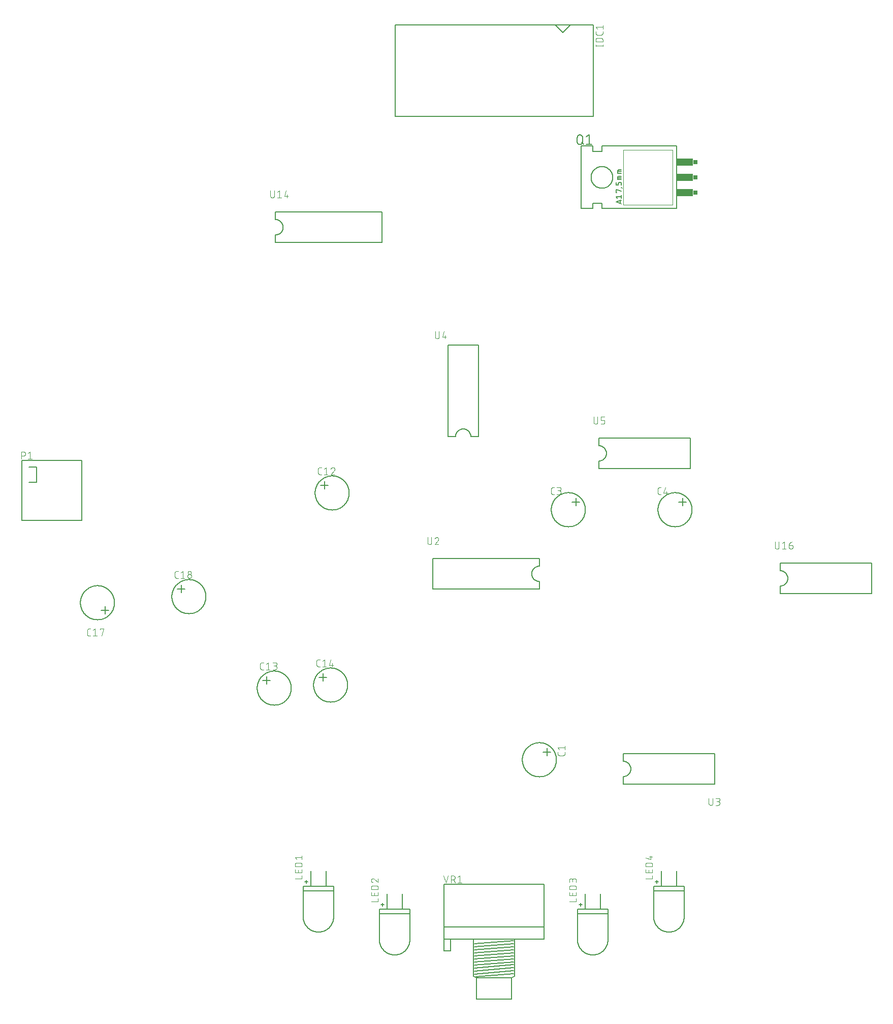
<source format=gbr>
G04 EAGLE Gerber RS-274X export*
G75*
%MOMM*%
%FSLAX34Y34*%
%LPD*%
%INSilkscreen Top*%
%IPPOS*%
%AMOC8*
5,1,8,0,0,1.08239X$1,22.5*%
G01*
%ADD10C,0.127000*%
%ADD11C,0.152400*%
%ADD12C,0.101600*%
%ADD13C,0.050800*%
%ADD14R,0.635000X0.762000*%
%ADD15R,2.794000X1.270000*%
%ADD16C,0.177800*%
%ADD17C,0.203200*%


D10*
X847902Y350520D02*
X847911Y351217D01*
X847936Y351913D01*
X847979Y352609D01*
X848039Y353303D01*
X848116Y353996D01*
X848209Y354687D01*
X848320Y355375D01*
X848448Y356060D01*
X848592Y356742D01*
X848753Y357420D01*
X848931Y358094D01*
X849125Y358764D01*
X849335Y359428D01*
X849562Y360087D01*
X849805Y360740D01*
X850064Y361387D01*
X850338Y362028D01*
X850629Y362662D01*
X850934Y363288D01*
X851255Y363907D01*
X851591Y364517D01*
X851942Y365119D01*
X852308Y365713D01*
X852688Y366297D01*
X853082Y366872D01*
X853491Y367437D01*
X853913Y367991D01*
X854348Y368536D01*
X854797Y369069D01*
X855258Y369591D01*
X855733Y370102D01*
X856220Y370600D01*
X856718Y371087D01*
X857229Y371562D01*
X857751Y372023D01*
X858284Y372472D01*
X858829Y372907D01*
X859383Y373329D01*
X859948Y373738D01*
X860523Y374132D01*
X861107Y374512D01*
X861701Y374878D01*
X862303Y375229D01*
X862913Y375565D01*
X863532Y375886D01*
X864158Y376191D01*
X864792Y376482D01*
X865433Y376756D01*
X866080Y377015D01*
X866733Y377258D01*
X867392Y377485D01*
X868056Y377695D01*
X868726Y377889D01*
X869400Y378067D01*
X870078Y378228D01*
X870760Y378372D01*
X871445Y378500D01*
X872133Y378611D01*
X872824Y378704D01*
X873517Y378781D01*
X874211Y378841D01*
X874907Y378884D01*
X875603Y378909D01*
X876300Y378918D01*
X876997Y378909D01*
X877693Y378884D01*
X878389Y378841D01*
X879083Y378781D01*
X879776Y378704D01*
X880467Y378611D01*
X881155Y378500D01*
X881840Y378372D01*
X882522Y378228D01*
X883200Y378067D01*
X883874Y377889D01*
X884544Y377695D01*
X885208Y377485D01*
X885867Y377258D01*
X886520Y377015D01*
X887167Y376756D01*
X887808Y376482D01*
X888442Y376191D01*
X889068Y375886D01*
X889687Y375565D01*
X890297Y375229D01*
X890899Y374878D01*
X891493Y374512D01*
X892077Y374132D01*
X892652Y373738D01*
X893217Y373329D01*
X893771Y372907D01*
X894316Y372472D01*
X894849Y372023D01*
X895371Y371562D01*
X895882Y371087D01*
X896380Y370600D01*
X896867Y370102D01*
X897342Y369591D01*
X897803Y369069D01*
X898252Y368536D01*
X898687Y367991D01*
X899109Y367437D01*
X899518Y366872D01*
X899912Y366297D01*
X900292Y365713D01*
X900658Y365119D01*
X901009Y364517D01*
X901345Y363907D01*
X901666Y363288D01*
X901971Y362662D01*
X902262Y362028D01*
X902536Y361387D01*
X902795Y360740D01*
X903038Y360087D01*
X903265Y359428D01*
X903475Y358764D01*
X903669Y358094D01*
X903847Y357420D01*
X904008Y356742D01*
X904152Y356060D01*
X904280Y355375D01*
X904391Y354687D01*
X904484Y353996D01*
X904561Y353303D01*
X904621Y352609D01*
X904664Y351913D01*
X904689Y351217D01*
X904698Y350520D01*
X904689Y349823D01*
X904664Y349127D01*
X904621Y348431D01*
X904561Y347737D01*
X904484Y347044D01*
X904391Y346353D01*
X904280Y345665D01*
X904152Y344980D01*
X904008Y344298D01*
X903847Y343620D01*
X903669Y342946D01*
X903475Y342276D01*
X903265Y341612D01*
X903038Y340953D01*
X902795Y340300D01*
X902536Y339653D01*
X902262Y339012D01*
X901971Y338378D01*
X901666Y337752D01*
X901345Y337133D01*
X901009Y336523D01*
X900658Y335921D01*
X900292Y335327D01*
X899912Y334743D01*
X899518Y334168D01*
X899109Y333603D01*
X898687Y333049D01*
X898252Y332504D01*
X897803Y331971D01*
X897342Y331449D01*
X896867Y330938D01*
X896380Y330440D01*
X895882Y329953D01*
X895371Y329478D01*
X894849Y329017D01*
X894316Y328568D01*
X893771Y328133D01*
X893217Y327711D01*
X892652Y327302D01*
X892077Y326908D01*
X891493Y326528D01*
X890899Y326162D01*
X890297Y325811D01*
X889687Y325475D01*
X889068Y325154D01*
X888442Y324849D01*
X887808Y324558D01*
X887167Y324284D01*
X886520Y324025D01*
X885867Y323782D01*
X885208Y323555D01*
X884544Y323345D01*
X883874Y323151D01*
X883200Y322973D01*
X882522Y322812D01*
X881840Y322668D01*
X881155Y322540D01*
X880467Y322429D01*
X879776Y322336D01*
X879083Y322259D01*
X878389Y322199D01*
X877693Y322156D01*
X876997Y322131D01*
X876300Y322122D01*
X875603Y322131D01*
X874907Y322156D01*
X874211Y322199D01*
X873517Y322259D01*
X872824Y322336D01*
X872133Y322429D01*
X871445Y322540D01*
X870760Y322668D01*
X870078Y322812D01*
X869400Y322973D01*
X868726Y323151D01*
X868056Y323345D01*
X867392Y323555D01*
X866733Y323782D01*
X866080Y324025D01*
X865433Y324284D01*
X864792Y324558D01*
X864158Y324849D01*
X863532Y325154D01*
X862913Y325475D01*
X862303Y325811D01*
X861701Y326162D01*
X861107Y326528D01*
X860523Y326908D01*
X859948Y327302D01*
X859383Y327711D01*
X858829Y328133D01*
X858284Y328568D01*
X857751Y329017D01*
X857229Y329478D01*
X856718Y329953D01*
X856220Y330440D01*
X855733Y330938D01*
X855258Y331449D01*
X854797Y331971D01*
X854348Y332504D01*
X853913Y333049D01*
X853491Y333603D01*
X853082Y334168D01*
X852688Y334743D01*
X852308Y335327D01*
X851942Y335921D01*
X851591Y336523D01*
X851255Y337133D01*
X850934Y337752D01*
X850629Y338378D01*
X850338Y339012D01*
X850064Y339653D01*
X849805Y340300D01*
X849562Y340953D01*
X849335Y341612D01*
X849125Y342276D01*
X848931Y342946D01*
X848753Y343620D01*
X848592Y344298D01*
X848448Y344980D01*
X848320Y345665D01*
X848209Y346353D01*
X848116Y347044D01*
X848039Y347737D01*
X847979Y348431D01*
X847936Y349127D01*
X847911Y349823D01*
X847902Y350520D01*
D11*
X889000Y363220D02*
X895350Y363220D01*
X889000Y363220D02*
X882650Y363220D01*
X889000Y363220D02*
X889000Y369570D01*
X889000Y363220D02*
X889000Y356870D01*
D12*
X918795Y360275D02*
X918795Y362872D01*
X918795Y360275D02*
X918793Y360176D01*
X918787Y360076D01*
X918778Y359977D01*
X918765Y359879D01*
X918748Y359781D01*
X918727Y359683D01*
X918702Y359587D01*
X918674Y359492D01*
X918642Y359398D01*
X918607Y359305D01*
X918568Y359213D01*
X918525Y359123D01*
X918480Y359035D01*
X918430Y358948D01*
X918378Y358864D01*
X918322Y358781D01*
X918264Y358701D01*
X918202Y358623D01*
X918137Y358548D01*
X918069Y358475D01*
X917999Y358405D01*
X917926Y358337D01*
X917851Y358272D01*
X917773Y358210D01*
X917693Y358152D01*
X917610Y358096D01*
X917526Y358044D01*
X917439Y357994D01*
X917351Y357949D01*
X917261Y357906D01*
X917169Y357867D01*
X917076Y357832D01*
X916982Y357800D01*
X916887Y357772D01*
X916791Y357747D01*
X916693Y357726D01*
X916595Y357709D01*
X916497Y357696D01*
X916398Y357687D01*
X916298Y357681D01*
X916199Y357679D01*
X909708Y357679D01*
X909708Y357678D02*
X909609Y357680D01*
X909509Y357686D01*
X909410Y357695D01*
X909312Y357708D01*
X909214Y357726D01*
X909116Y357746D01*
X909020Y357771D01*
X908924Y357799D01*
X908830Y357831D01*
X908737Y357866D01*
X908646Y357905D01*
X908556Y357948D01*
X908467Y357993D01*
X908381Y358043D01*
X908296Y358095D01*
X908214Y358151D01*
X908134Y358210D01*
X908056Y358271D01*
X907980Y358336D01*
X907907Y358404D01*
X907837Y358474D01*
X907769Y358547D01*
X907704Y358623D01*
X907643Y358701D01*
X907584Y358781D01*
X907528Y358863D01*
X907476Y358948D01*
X907427Y359034D01*
X907381Y359123D01*
X907338Y359213D01*
X907299Y359304D01*
X907264Y359397D01*
X907232Y359491D01*
X907204Y359587D01*
X907179Y359683D01*
X907159Y359781D01*
X907141Y359879D01*
X907128Y359977D01*
X907119Y360076D01*
X907113Y360175D01*
X907111Y360275D01*
X907111Y362872D01*
X909708Y367237D02*
X907111Y370482D01*
X918795Y370482D01*
X918795Y367237D02*
X918795Y373728D01*
D10*
X502462Y795020D02*
X502471Y795717D01*
X502496Y796413D01*
X502539Y797109D01*
X502599Y797803D01*
X502676Y798496D01*
X502769Y799187D01*
X502880Y799875D01*
X503008Y800560D01*
X503152Y801242D01*
X503313Y801920D01*
X503491Y802594D01*
X503685Y803264D01*
X503895Y803928D01*
X504122Y804587D01*
X504365Y805240D01*
X504624Y805887D01*
X504898Y806528D01*
X505189Y807162D01*
X505494Y807788D01*
X505815Y808407D01*
X506151Y809017D01*
X506502Y809619D01*
X506868Y810213D01*
X507248Y810797D01*
X507642Y811372D01*
X508051Y811937D01*
X508473Y812491D01*
X508908Y813036D01*
X509357Y813569D01*
X509818Y814091D01*
X510293Y814602D01*
X510780Y815100D01*
X511278Y815587D01*
X511789Y816062D01*
X512311Y816523D01*
X512844Y816972D01*
X513389Y817407D01*
X513943Y817829D01*
X514508Y818238D01*
X515083Y818632D01*
X515667Y819012D01*
X516261Y819378D01*
X516863Y819729D01*
X517473Y820065D01*
X518092Y820386D01*
X518718Y820691D01*
X519352Y820982D01*
X519993Y821256D01*
X520640Y821515D01*
X521293Y821758D01*
X521952Y821985D01*
X522616Y822195D01*
X523286Y822389D01*
X523960Y822567D01*
X524638Y822728D01*
X525320Y822872D01*
X526005Y823000D01*
X526693Y823111D01*
X527384Y823204D01*
X528077Y823281D01*
X528771Y823341D01*
X529467Y823384D01*
X530163Y823409D01*
X530860Y823418D01*
X531557Y823409D01*
X532253Y823384D01*
X532949Y823341D01*
X533643Y823281D01*
X534336Y823204D01*
X535027Y823111D01*
X535715Y823000D01*
X536400Y822872D01*
X537082Y822728D01*
X537760Y822567D01*
X538434Y822389D01*
X539104Y822195D01*
X539768Y821985D01*
X540427Y821758D01*
X541080Y821515D01*
X541727Y821256D01*
X542368Y820982D01*
X543002Y820691D01*
X543628Y820386D01*
X544247Y820065D01*
X544857Y819729D01*
X545459Y819378D01*
X546053Y819012D01*
X546637Y818632D01*
X547212Y818238D01*
X547777Y817829D01*
X548331Y817407D01*
X548876Y816972D01*
X549409Y816523D01*
X549931Y816062D01*
X550442Y815587D01*
X550940Y815100D01*
X551427Y814602D01*
X551902Y814091D01*
X552363Y813569D01*
X552812Y813036D01*
X553247Y812491D01*
X553669Y811937D01*
X554078Y811372D01*
X554472Y810797D01*
X554852Y810213D01*
X555218Y809619D01*
X555569Y809017D01*
X555905Y808407D01*
X556226Y807788D01*
X556531Y807162D01*
X556822Y806528D01*
X557096Y805887D01*
X557355Y805240D01*
X557598Y804587D01*
X557825Y803928D01*
X558035Y803264D01*
X558229Y802594D01*
X558407Y801920D01*
X558568Y801242D01*
X558712Y800560D01*
X558840Y799875D01*
X558951Y799187D01*
X559044Y798496D01*
X559121Y797803D01*
X559181Y797109D01*
X559224Y796413D01*
X559249Y795717D01*
X559258Y795020D01*
X559249Y794323D01*
X559224Y793627D01*
X559181Y792931D01*
X559121Y792237D01*
X559044Y791544D01*
X558951Y790853D01*
X558840Y790165D01*
X558712Y789480D01*
X558568Y788798D01*
X558407Y788120D01*
X558229Y787446D01*
X558035Y786776D01*
X557825Y786112D01*
X557598Y785453D01*
X557355Y784800D01*
X557096Y784153D01*
X556822Y783512D01*
X556531Y782878D01*
X556226Y782252D01*
X555905Y781633D01*
X555569Y781023D01*
X555218Y780421D01*
X554852Y779827D01*
X554472Y779243D01*
X554078Y778668D01*
X553669Y778103D01*
X553247Y777549D01*
X552812Y777004D01*
X552363Y776471D01*
X551902Y775949D01*
X551427Y775438D01*
X550940Y774940D01*
X550442Y774453D01*
X549931Y773978D01*
X549409Y773517D01*
X548876Y773068D01*
X548331Y772633D01*
X547777Y772211D01*
X547212Y771802D01*
X546637Y771408D01*
X546053Y771028D01*
X545459Y770662D01*
X544857Y770311D01*
X544247Y769975D01*
X543628Y769654D01*
X543002Y769349D01*
X542368Y769058D01*
X541727Y768784D01*
X541080Y768525D01*
X540427Y768282D01*
X539768Y768055D01*
X539104Y767845D01*
X538434Y767651D01*
X537760Y767473D01*
X537082Y767312D01*
X536400Y767168D01*
X535715Y767040D01*
X535027Y766929D01*
X534336Y766836D01*
X533643Y766759D01*
X532949Y766699D01*
X532253Y766656D01*
X531557Y766631D01*
X530860Y766622D01*
X530163Y766631D01*
X529467Y766656D01*
X528771Y766699D01*
X528077Y766759D01*
X527384Y766836D01*
X526693Y766929D01*
X526005Y767040D01*
X525320Y767168D01*
X524638Y767312D01*
X523960Y767473D01*
X523286Y767651D01*
X522616Y767845D01*
X521952Y768055D01*
X521293Y768282D01*
X520640Y768525D01*
X519993Y768784D01*
X519352Y769058D01*
X518718Y769349D01*
X518092Y769654D01*
X517473Y769975D01*
X516863Y770311D01*
X516261Y770662D01*
X515667Y771028D01*
X515083Y771408D01*
X514508Y771802D01*
X513943Y772211D01*
X513389Y772633D01*
X512844Y773068D01*
X512311Y773517D01*
X511789Y773978D01*
X511278Y774453D01*
X510780Y774940D01*
X510293Y775438D01*
X509818Y775949D01*
X509357Y776471D01*
X508908Y777004D01*
X508473Y777549D01*
X508051Y778103D01*
X507642Y778668D01*
X507248Y779243D01*
X506868Y779827D01*
X506502Y780421D01*
X506151Y781023D01*
X505815Y781633D01*
X505494Y782252D01*
X505189Y782878D01*
X504898Y783512D01*
X504624Y784153D01*
X504365Y784800D01*
X504122Y785453D01*
X503895Y786112D01*
X503685Y786776D01*
X503491Y787446D01*
X503313Y788120D01*
X503152Y788798D01*
X503008Y789480D01*
X502880Y790165D01*
X502769Y790853D01*
X502676Y791544D01*
X502599Y792237D01*
X502539Y792931D01*
X502496Y793627D01*
X502471Y794323D01*
X502462Y795020D01*
D11*
X518160Y807720D02*
X518160Y814070D01*
X518160Y807720D02*
X518160Y801370D01*
X518160Y807720D02*
X511810Y807720D01*
X518160Y807720D02*
X524510Y807720D01*
D12*
X512845Y825831D02*
X510248Y825831D01*
X510248Y825832D02*
X510149Y825834D01*
X510049Y825840D01*
X509950Y825849D01*
X509852Y825862D01*
X509754Y825879D01*
X509656Y825900D01*
X509560Y825925D01*
X509465Y825953D01*
X509371Y825985D01*
X509278Y826020D01*
X509186Y826059D01*
X509096Y826102D01*
X509008Y826147D01*
X508921Y826197D01*
X508837Y826249D01*
X508754Y826305D01*
X508674Y826363D01*
X508596Y826425D01*
X508521Y826490D01*
X508448Y826558D01*
X508378Y826628D01*
X508310Y826701D01*
X508245Y826776D01*
X508183Y826854D01*
X508125Y826934D01*
X508069Y827017D01*
X508017Y827101D01*
X507967Y827188D01*
X507922Y827276D01*
X507879Y827366D01*
X507840Y827458D01*
X507805Y827551D01*
X507773Y827645D01*
X507745Y827740D01*
X507720Y827836D01*
X507699Y827934D01*
X507682Y828032D01*
X507669Y828130D01*
X507660Y828229D01*
X507654Y828329D01*
X507652Y828428D01*
X507652Y834919D01*
X507654Y835018D01*
X507660Y835118D01*
X507669Y835217D01*
X507682Y835315D01*
X507699Y835413D01*
X507720Y835511D01*
X507745Y835607D01*
X507773Y835702D01*
X507805Y835796D01*
X507840Y835889D01*
X507879Y835981D01*
X507922Y836071D01*
X507967Y836159D01*
X508017Y836246D01*
X508069Y836330D01*
X508125Y836413D01*
X508183Y836493D01*
X508245Y836571D01*
X508310Y836646D01*
X508378Y836719D01*
X508448Y836789D01*
X508521Y836857D01*
X508596Y836922D01*
X508674Y836984D01*
X508754Y837042D01*
X508837Y837098D01*
X508921Y837150D01*
X509008Y837200D01*
X509096Y837245D01*
X509186Y837288D01*
X509278Y837327D01*
X509370Y837362D01*
X509465Y837394D01*
X509560Y837422D01*
X509656Y837447D01*
X509754Y837468D01*
X509852Y837485D01*
X509950Y837498D01*
X510049Y837507D01*
X510149Y837513D01*
X510248Y837515D01*
X512845Y837515D01*
X517210Y834919D02*
X520456Y837515D01*
X520456Y825831D01*
X523701Y825831D02*
X517210Y825831D01*
X532210Y837515D02*
X532317Y837513D01*
X532423Y837507D01*
X532529Y837497D01*
X532635Y837484D01*
X532741Y837466D01*
X532845Y837445D01*
X532949Y837420D01*
X533052Y837391D01*
X533153Y837359D01*
X533253Y837322D01*
X533352Y837282D01*
X533450Y837239D01*
X533546Y837192D01*
X533640Y837141D01*
X533732Y837087D01*
X533822Y837030D01*
X533910Y836970D01*
X533995Y836906D01*
X534078Y836839D01*
X534159Y836769D01*
X534237Y836697D01*
X534313Y836621D01*
X534385Y836543D01*
X534455Y836462D01*
X534522Y836379D01*
X534586Y836294D01*
X534646Y836206D01*
X534703Y836116D01*
X534757Y836024D01*
X534808Y835930D01*
X534855Y835834D01*
X534898Y835736D01*
X534938Y835637D01*
X534975Y835537D01*
X535007Y835436D01*
X535036Y835333D01*
X535061Y835229D01*
X535082Y835125D01*
X535100Y835019D01*
X535113Y834913D01*
X535123Y834807D01*
X535129Y834701D01*
X535131Y834594D01*
X532210Y837515D02*
X532089Y837513D01*
X531968Y837507D01*
X531848Y837497D01*
X531727Y837484D01*
X531608Y837466D01*
X531488Y837445D01*
X531370Y837420D01*
X531253Y837391D01*
X531136Y837358D01*
X531021Y837322D01*
X530907Y837281D01*
X530794Y837238D01*
X530682Y837190D01*
X530573Y837139D01*
X530465Y837084D01*
X530358Y837026D01*
X530254Y836965D01*
X530152Y836900D01*
X530052Y836832D01*
X529954Y836761D01*
X529858Y836687D01*
X529765Y836610D01*
X529675Y836529D01*
X529587Y836446D01*
X529502Y836360D01*
X529419Y836271D01*
X529340Y836180D01*
X529263Y836086D01*
X529190Y835990D01*
X529120Y835892D01*
X529053Y835791D01*
X528989Y835688D01*
X528929Y835583D01*
X528872Y835476D01*
X528818Y835368D01*
X528768Y835258D01*
X528722Y835146D01*
X528679Y835033D01*
X528640Y834918D01*
X534158Y832322D02*
X534237Y832399D01*
X534313Y832480D01*
X534386Y832563D01*
X534456Y832648D01*
X534523Y832736D01*
X534587Y832826D01*
X534647Y832918D01*
X534704Y833013D01*
X534758Y833109D01*
X534809Y833207D01*
X534856Y833307D01*
X534900Y833409D01*
X534940Y833512D01*
X534976Y833616D01*
X535008Y833722D01*
X535037Y833828D01*
X535062Y833936D01*
X535084Y834044D01*
X535101Y834154D01*
X535115Y834263D01*
X535124Y834373D01*
X535130Y834484D01*
X535132Y834594D01*
X534158Y832322D02*
X528640Y825831D01*
X535131Y825831D01*
D10*
X405942Y469900D02*
X405951Y470597D01*
X405976Y471293D01*
X406019Y471989D01*
X406079Y472683D01*
X406156Y473376D01*
X406249Y474067D01*
X406360Y474755D01*
X406488Y475440D01*
X406632Y476122D01*
X406793Y476800D01*
X406971Y477474D01*
X407165Y478144D01*
X407375Y478808D01*
X407602Y479467D01*
X407845Y480120D01*
X408104Y480767D01*
X408378Y481408D01*
X408669Y482042D01*
X408974Y482668D01*
X409295Y483287D01*
X409631Y483897D01*
X409982Y484499D01*
X410348Y485093D01*
X410728Y485677D01*
X411122Y486252D01*
X411531Y486817D01*
X411953Y487371D01*
X412388Y487916D01*
X412837Y488449D01*
X413298Y488971D01*
X413773Y489482D01*
X414260Y489980D01*
X414758Y490467D01*
X415269Y490942D01*
X415791Y491403D01*
X416324Y491852D01*
X416869Y492287D01*
X417423Y492709D01*
X417988Y493118D01*
X418563Y493512D01*
X419147Y493892D01*
X419741Y494258D01*
X420343Y494609D01*
X420953Y494945D01*
X421572Y495266D01*
X422198Y495571D01*
X422832Y495862D01*
X423473Y496136D01*
X424120Y496395D01*
X424773Y496638D01*
X425432Y496865D01*
X426096Y497075D01*
X426766Y497269D01*
X427440Y497447D01*
X428118Y497608D01*
X428800Y497752D01*
X429485Y497880D01*
X430173Y497991D01*
X430864Y498084D01*
X431557Y498161D01*
X432251Y498221D01*
X432947Y498264D01*
X433643Y498289D01*
X434340Y498298D01*
X435037Y498289D01*
X435733Y498264D01*
X436429Y498221D01*
X437123Y498161D01*
X437816Y498084D01*
X438507Y497991D01*
X439195Y497880D01*
X439880Y497752D01*
X440562Y497608D01*
X441240Y497447D01*
X441914Y497269D01*
X442584Y497075D01*
X443248Y496865D01*
X443907Y496638D01*
X444560Y496395D01*
X445207Y496136D01*
X445848Y495862D01*
X446482Y495571D01*
X447108Y495266D01*
X447727Y494945D01*
X448337Y494609D01*
X448939Y494258D01*
X449533Y493892D01*
X450117Y493512D01*
X450692Y493118D01*
X451257Y492709D01*
X451811Y492287D01*
X452356Y491852D01*
X452889Y491403D01*
X453411Y490942D01*
X453922Y490467D01*
X454420Y489980D01*
X454907Y489482D01*
X455382Y488971D01*
X455843Y488449D01*
X456292Y487916D01*
X456727Y487371D01*
X457149Y486817D01*
X457558Y486252D01*
X457952Y485677D01*
X458332Y485093D01*
X458698Y484499D01*
X459049Y483897D01*
X459385Y483287D01*
X459706Y482668D01*
X460011Y482042D01*
X460302Y481408D01*
X460576Y480767D01*
X460835Y480120D01*
X461078Y479467D01*
X461305Y478808D01*
X461515Y478144D01*
X461709Y477474D01*
X461887Y476800D01*
X462048Y476122D01*
X462192Y475440D01*
X462320Y474755D01*
X462431Y474067D01*
X462524Y473376D01*
X462601Y472683D01*
X462661Y471989D01*
X462704Y471293D01*
X462729Y470597D01*
X462738Y469900D01*
X462729Y469203D01*
X462704Y468507D01*
X462661Y467811D01*
X462601Y467117D01*
X462524Y466424D01*
X462431Y465733D01*
X462320Y465045D01*
X462192Y464360D01*
X462048Y463678D01*
X461887Y463000D01*
X461709Y462326D01*
X461515Y461656D01*
X461305Y460992D01*
X461078Y460333D01*
X460835Y459680D01*
X460576Y459033D01*
X460302Y458392D01*
X460011Y457758D01*
X459706Y457132D01*
X459385Y456513D01*
X459049Y455903D01*
X458698Y455301D01*
X458332Y454707D01*
X457952Y454123D01*
X457558Y453548D01*
X457149Y452983D01*
X456727Y452429D01*
X456292Y451884D01*
X455843Y451351D01*
X455382Y450829D01*
X454907Y450318D01*
X454420Y449820D01*
X453922Y449333D01*
X453411Y448858D01*
X452889Y448397D01*
X452356Y447948D01*
X451811Y447513D01*
X451257Y447091D01*
X450692Y446682D01*
X450117Y446288D01*
X449533Y445908D01*
X448939Y445542D01*
X448337Y445191D01*
X447727Y444855D01*
X447108Y444534D01*
X446482Y444229D01*
X445848Y443938D01*
X445207Y443664D01*
X444560Y443405D01*
X443907Y443162D01*
X443248Y442935D01*
X442584Y442725D01*
X441914Y442531D01*
X441240Y442353D01*
X440562Y442192D01*
X439880Y442048D01*
X439195Y441920D01*
X438507Y441809D01*
X437816Y441716D01*
X437123Y441639D01*
X436429Y441579D01*
X435733Y441536D01*
X435037Y441511D01*
X434340Y441502D01*
X433643Y441511D01*
X432947Y441536D01*
X432251Y441579D01*
X431557Y441639D01*
X430864Y441716D01*
X430173Y441809D01*
X429485Y441920D01*
X428800Y442048D01*
X428118Y442192D01*
X427440Y442353D01*
X426766Y442531D01*
X426096Y442725D01*
X425432Y442935D01*
X424773Y443162D01*
X424120Y443405D01*
X423473Y443664D01*
X422832Y443938D01*
X422198Y444229D01*
X421572Y444534D01*
X420953Y444855D01*
X420343Y445191D01*
X419741Y445542D01*
X419147Y445908D01*
X418563Y446288D01*
X417988Y446682D01*
X417423Y447091D01*
X416869Y447513D01*
X416324Y447948D01*
X415791Y448397D01*
X415269Y448858D01*
X414758Y449333D01*
X414260Y449820D01*
X413773Y450318D01*
X413298Y450829D01*
X412837Y451351D01*
X412388Y451884D01*
X411953Y452429D01*
X411531Y452983D01*
X411122Y453548D01*
X410728Y454123D01*
X410348Y454707D01*
X409982Y455301D01*
X409631Y455903D01*
X409295Y456513D01*
X408974Y457132D01*
X408669Y457758D01*
X408378Y458392D01*
X408104Y459033D01*
X407845Y459680D01*
X407602Y460333D01*
X407375Y460992D01*
X407165Y461656D01*
X406971Y462326D01*
X406793Y463000D01*
X406632Y463678D01*
X406488Y464360D01*
X406360Y465045D01*
X406249Y465733D01*
X406156Y466424D01*
X406079Y467117D01*
X406019Y467811D01*
X405976Y468507D01*
X405951Y469203D01*
X405942Y469900D01*
D11*
X421640Y482600D02*
X421640Y488950D01*
X421640Y482600D02*
X421640Y476250D01*
X421640Y482600D02*
X415290Y482600D01*
X421640Y482600D02*
X427990Y482600D01*
D12*
X416325Y500711D02*
X413728Y500711D01*
X413728Y500712D02*
X413629Y500714D01*
X413529Y500720D01*
X413430Y500729D01*
X413332Y500742D01*
X413234Y500759D01*
X413136Y500780D01*
X413040Y500805D01*
X412945Y500833D01*
X412851Y500865D01*
X412758Y500900D01*
X412666Y500939D01*
X412576Y500982D01*
X412488Y501027D01*
X412401Y501077D01*
X412317Y501129D01*
X412234Y501185D01*
X412154Y501243D01*
X412076Y501305D01*
X412001Y501370D01*
X411928Y501438D01*
X411858Y501508D01*
X411790Y501581D01*
X411725Y501656D01*
X411663Y501734D01*
X411605Y501814D01*
X411549Y501897D01*
X411497Y501981D01*
X411447Y502068D01*
X411402Y502156D01*
X411359Y502246D01*
X411320Y502338D01*
X411285Y502431D01*
X411253Y502525D01*
X411225Y502620D01*
X411200Y502716D01*
X411179Y502814D01*
X411162Y502912D01*
X411149Y503010D01*
X411140Y503109D01*
X411134Y503209D01*
X411132Y503308D01*
X411132Y509799D01*
X411134Y509898D01*
X411140Y509998D01*
X411149Y510097D01*
X411162Y510195D01*
X411179Y510293D01*
X411200Y510391D01*
X411225Y510487D01*
X411253Y510582D01*
X411285Y510676D01*
X411320Y510769D01*
X411359Y510861D01*
X411402Y510951D01*
X411447Y511039D01*
X411497Y511126D01*
X411549Y511210D01*
X411605Y511293D01*
X411663Y511373D01*
X411725Y511451D01*
X411790Y511526D01*
X411858Y511599D01*
X411928Y511669D01*
X412001Y511737D01*
X412076Y511802D01*
X412154Y511864D01*
X412234Y511922D01*
X412317Y511978D01*
X412401Y512030D01*
X412488Y512080D01*
X412576Y512125D01*
X412666Y512168D01*
X412758Y512207D01*
X412850Y512242D01*
X412945Y512274D01*
X413040Y512302D01*
X413136Y512327D01*
X413234Y512348D01*
X413332Y512365D01*
X413430Y512378D01*
X413529Y512387D01*
X413629Y512393D01*
X413728Y512395D01*
X416325Y512395D01*
X420690Y509799D02*
X423936Y512395D01*
X423936Y500711D01*
X427181Y500711D02*
X420690Y500711D01*
X432120Y500711D02*
X435366Y500711D01*
X435479Y500713D01*
X435592Y500719D01*
X435705Y500729D01*
X435818Y500743D01*
X435930Y500760D01*
X436041Y500782D01*
X436151Y500807D01*
X436261Y500837D01*
X436369Y500870D01*
X436476Y500907D01*
X436582Y500947D01*
X436686Y500992D01*
X436789Y501040D01*
X436890Y501091D01*
X436989Y501146D01*
X437086Y501204D01*
X437181Y501266D01*
X437274Y501331D01*
X437364Y501399D01*
X437452Y501470D01*
X437538Y501545D01*
X437621Y501622D01*
X437701Y501702D01*
X437778Y501785D01*
X437853Y501871D01*
X437924Y501959D01*
X437992Y502049D01*
X438057Y502142D01*
X438119Y502237D01*
X438177Y502334D01*
X438232Y502433D01*
X438283Y502534D01*
X438331Y502637D01*
X438376Y502741D01*
X438416Y502847D01*
X438453Y502954D01*
X438486Y503062D01*
X438516Y503172D01*
X438541Y503282D01*
X438563Y503393D01*
X438580Y503505D01*
X438594Y503618D01*
X438604Y503731D01*
X438610Y503844D01*
X438612Y503957D01*
X438610Y504070D01*
X438604Y504183D01*
X438594Y504296D01*
X438580Y504409D01*
X438563Y504521D01*
X438541Y504632D01*
X438516Y504742D01*
X438486Y504852D01*
X438453Y504960D01*
X438416Y505067D01*
X438376Y505173D01*
X438331Y505277D01*
X438283Y505380D01*
X438232Y505481D01*
X438177Y505580D01*
X438119Y505677D01*
X438057Y505772D01*
X437992Y505865D01*
X437924Y505955D01*
X437853Y506043D01*
X437778Y506129D01*
X437701Y506212D01*
X437621Y506292D01*
X437538Y506369D01*
X437452Y506444D01*
X437364Y506515D01*
X437274Y506583D01*
X437181Y506648D01*
X437086Y506710D01*
X436989Y506768D01*
X436890Y506823D01*
X436789Y506874D01*
X436686Y506922D01*
X436582Y506967D01*
X436476Y507007D01*
X436369Y507044D01*
X436261Y507077D01*
X436151Y507107D01*
X436041Y507132D01*
X435930Y507154D01*
X435818Y507171D01*
X435705Y507185D01*
X435592Y507195D01*
X435479Y507201D01*
X435366Y507203D01*
X436015Y512395D02*
X432120Y512395D01*
X436015Y512395D02*
X436116Y512393D01*
X436216Y512387D01*
X436316Y512377D01*
X436416Y512364D01*
X436515Y512346D01*
X436614Y512325D01*
X436711Y512300D01*
X436808Y512271D01*
X436903Y512238D01*
X436997Y512202D01*
X437089Y512162D01*
X437180Y512119D01*
X437269Y512072D01*
X437356Y512022D01*
X437442Y511968D01*
X437525Y511911D01*
X437605Y511851D01*
X437684Y511788D01*
X437760Y511721D01*
X437833Y511652D01*
X437903Y511580D01*
X437971Y511506D01*
X438036Y511429D01*
X438097Y511349D01*
X438156Y511267D01*
X438211Y511183D01*
X438263Y511097D01*
X438312Y511009D01*
X438357Y510919D01*
X438399Y510827D01*
X438437Y510734D01*
X438471Y510639D01*
X438502Y510544D01*
X438529Y510447D01*
X438552Y510349D01*
X438572Y510250D01*
X438587Y510150D01*
X438599Y510050D01*
X438607Y509950D01*
X438611Y509849D01*
X438611Y509749D01*
X438607Y509648D01*
X438599Y509548D01*
X438587Y509448D01*
X438572Y509348D01*
X438552Y509249D01*
X438529Y509151D01*
X438502Y509054D01*
X438471Y508959D01*
X438437Y508864D01*
X438399Y508771D01*
X438357Y508679D01*
X438312Y508589D01*
X438263Y508501D01*
X438211Y508415D01*
X438156Y508331D01*
X438097Y508249D01*
X438036Y508169D01*
X437971Y508092D01*
X437903Y508018D01*
X437833Y507946D01*
X437760Y507877D01*
X437684Y507810D01*
X437605Y507747D01*
X437525Y507687D01*
X437442Y507630D01*
X437356Y507576D01*
X437269Y507526D01*
X437180Y507479D01*
X437089Y507436D01*
X436997Y507396D01*
X436903Y507360D01*
X436808Y507327D01*
X436711Y507298D01*
X436614Y507273D01*
X436515Y507252D01*
X436416Y507234D01*
X436316Y507221D01*
X436216Y507211D01*
X436116Y507205D01*
X436015Y507203D01*
X436015Y507202D02*
X433418Y507202D01*
D10*
X499922Y474980D02*
X499931Y475677D01*
X499956Y476373D01*
X499999Y477069D01*
X500059Y477763D01*
X500136Y478456D01*
X500229Y479147D01*
X500340Y479835D01*
X500468Y480520D01*
X500612Y481202D01*
X500773Y481880D01*
X500951Y482554D01*
X501145Y483224D01*
X501355Y483888D01*
X501582Y484547D01*
X501825Y485200D01*
X502084Y485847D01*
X502358Y486488D01*
X502649Y487122D01*
X502954Y487748D01*
X503275Y488367D01*
X503611Y488977D01*
X503962Y489579D01*
X504328Y490173D01*
X504708Y490757D01*
X505102Y491332D01*
X505511Y491897D01*
X505933Y492451D01*
X506368Y492996D01*
X506817Y493529D01*
X507278Y494051D01*
X507753Y494562D01*
X508240Y495060D01*
X508738Y495547D01*
X509249Y496022D01*
X509771Y496483D01*
X510304Y496932D01*
X510849Y497367D01*
X511403Y497789D01*
X511968Y498198D01*
X512543Y498592D01*
X513127Y498972D01*
X513721Y499338D01*
X514323Y499689D01*
X514933Y500025D01*
X515552Y500346D01*
X516178Y500651D01*
X516812Y500942D01*
X517453Y501216D01*
X518100Y501475D01*
X518753Y501718D01*
X519412Y501945D01*
X520076Y502155D01*
X520746Y502349D01*
X521420Y502527D01*
X522098Y502688D01*
X522780Y502832D01*
X523465Y502960D01*
X524153Y503071D01*
X524844Y503164D01*
X525537Y503241D01*
X526231Y503301D01*
X526927Y503344D01*
X527623Y503369D01*
X528320Y503378D01*
X529017Y503369D01*
X529713Y503344D01*
X530409Y503301D01*
X531103Y503241D01*
X531796Y503164D01*
X532487Y503071D01*
X533175Y502960D01*
X533860Y502832D01*
X534542Y502688D01*
X535220Y502527D01*
X535894Y502349D01*
X536564Y502155D01*
X537228Y501945D01*
X537887Y501718D01*
X538540Y501475D01*
X539187Y501216D01*
X539828Y500942D01*
X540462Y500651D01*
X541088Y500346D01*
X541707Y500025D01*
X542317Y499689D01*
X542919Y499338D01*
X543513Y498972D01*
X544097Y498592D01*
X544672Y498198D01*
X545237Y497789D01*
X545791Y497367D01*
X546336Y496932D01*
X546869Y496483D01*
X547391Y496022D01*
X547902Y495547D01*
X548400Y495060D01*
X548887Y494562D01*
X549362Y494051D01*
X549823Y493529D01*
X550272Y492996D01*
X550707Y492451D01*
X551129Y491897D01*
X551538Y491332D01*
X551932Y490757D01*
X552312Y490173D01*
X552678Y489579D01*
X553029Y488977D01*
X553365Y488367D01*
X553686Y487748D01*
X553991Y487122D01*
X554282Y486488D01*
X554556Y485847D01*
X554815Y485200D01*
X555058Y484547D01*
X555285Y483888D01*
X555495Y483224D01*
X555689Y482554D01*
X555867Y481880D01*
X556028Y481202D01*
X556172Y480520D01*
X556300Y479835D01*
X556411Y479147D01*
X556504Y478456D01*
X556581Y477763D01*
X556641Y477069D01*
X556684Y476373D01*
X556709Y475677D01*
X556718Y474980D01*
X556709Y474283D01*
X556684Y473587D01*
X556641Y472891D01*
X556581Y472197D01*
X556504Y471504D01*
X556411Y470813D01*
X556300Y470125D01*
X556172Y469440D01*
X556028Y468758D01*
X555867Y468080D01*
X555689Y467406D01*
X555495Y466736D01*
X555285Y466072D01*
X555058Y465413D01*
X554815Y464760D01*
X554556Y464113D01*
X554282Y463472D01*
X553991Y462838D01*
X553686Y462212D01*
X553365Y461593D01*
X553029Y460983D01*
X552678Y460381D01*
X552312Y459787D01*
X551932Y459203D01*
X551538Y458628D01*
X551129Y458063D01*
X550707Y457509D01*
X550272Y456964D01*
X549823Y456431D01*
X549362Y455909D01*
X548887Y455398D01*
X548400Y454900D01*
X547902Y454413D01*
X547391Y453938D01*
X546869Y453477D01*
X546336Y453028D01*
X545791Y452593D01*
X545237Y452171D01*
X544672Y451762D01*
X544097Y451368D01*
X543513Y450988D01*
X542919Y450622D01*
X542317Y450271D01*
X541707Y449935D01*
X541088Y449614D01*
X540462Y449309D01*
X539828Y449018D01*
X539187Y448744D01*
X538540Y448485D01*
X537887Y448242D01*
X537228Y448015D01*
X536564Y447805D01*
X535894Y447611D01*
X535220Y447433D01*
X534542Y447272D01*
X533860Y447128D01*
X533175Y447000D01*
X532487Y446889D01*
X531796Y446796D01*
X531103Y446719D01*
X530409Y446659D01*
X529713Y446616D01*
X529017Y446591D01*
X528320Y446582D01*
X527623Y446591D01*
X526927Y446616D01*
X526231Y446659D01*
X525537Y446719D01*
X524844Y446796D01*
X524153Y446889D01*
X523465Y447000D01*
X522780Y447128D01*
X522098Y447272D01*
X521420Y447433D01*
X520746Y447611D01*
X520076Y447805D01*
X519412Y448015D01*
X518753Y448242D01*
X518100Y448485D01*
X517453Y448744D01*
X516812Y449018D01*
X516178Y449309D01*
X515552Y449614D01*
X514933Y449935D01*
X514323Y450271D01*
X513721Y450622D01*
X513127Y450988D01*
X512543Y451368D01*
X511968Y451762D01*
X511403Y452171D01*
X510849Y452593D01*
X510304Y453028D01*
X509771Y453477D01*
X509249Y453938D01*
X508738Y454413D01*
X508240Y454900D01*
X507753Y455398D01*
X507278Y455909D01*
X506817Y456431D01*
X506368Y456964D01*
X505933Y457509D01*
X505511Y458063D01*
X505102Y458628D01*
X504708Y459203D01*
X504328Y459787D01*
X503962Y460381D01*
X503611Y460983D01*
X503275Y461593D01*
X502954Y462212D01*
X502649Y462838D01*
X502358Y463472D01*
X502084Y464113D01*
X501825Y464760D01*
X501582Y465413D01*
X501355Y466072D01*
X501145Y466736D01*
X500951Y467406D01*
X500773Y468080D01*
X500612Y468758D01*
X500468Y469440D01*
X500340Y470125D01*
X500229Y470813D01*
X500136Y471504D01*
X500059Y472197D01*
X499999Y472891D01*
X499956Y473587D01*
X499931Y474283D01*
X499922Y474980D01*
D11*
X515620Y487680D02*
X515620Y494030D01*
X515620Y487680D02*
X515620Y481330D01*
X515620Y487680D02*
X509270Y487680D01*
X515620Y487680D02*
X521970Y487680D01*
D12*
X510305Y505791D02*
X507708Y505791D01*
X507708Y505792D02*
X507609Y505794D01*
X507509Y505800D01*
X507410Y505809D01*
X507312Y505822D01*
X507214Y505839D01*
X507116Y505860D01*
X507020Y505885D01*
X506925Y505913D01*
X506831Y505945D01*
X506738Y505980D01*
X506646Y506019D01*
X506556Y506062D01*
X506468Y506107D01*
X506381Y506157D01*
X506297Y506209D01*
X506214Y506265D01*
X506134Y506323D01*
X506056Y506385D01*
X505981Y506450D01*
X505908Y506518D01*
X505838Y506588D01*
X505770Y506661D01*
X505705Y506736D01*
X505643Y506814D01*
X505585Y506894D01*
X505529Y506977D01*
X505477Y507061D01*
X505427Y507148D01*
X505382Y507236D01*
X505339Y507326D01*
X505300Y507418D01*
X505265Y507511D01*
X505233Y507605D01*
X505205Y507700D01*
X505180Y507796D01*
X505159Y507894D01*
X505142Y507992D01*
X505129Y508090D01*
X505120Y508189D01*
X505114Y508289D01*
X505112Y508388D01*
X505112Y514879D01*
X505114Y514978D01*
X505120Y515078D01*
X505129Y515177D01*
X505142Y515275D01*
X505159Y515373D01*
X505180Y515471D01*
X505205Y515567D01*
X505233Y515662D01*
X505265Y515756D01*
X505300Y515849D01*
X505339Y515941D01*
X505382Y516031D01*
X505427Y516119D01*
X505477Y516206D01*
X505529Y516290D01*
X505585Y516373D01*
X505643Y516453D01*
X505705Y516531D01*
X505770Y516606D01*
X505838Y516679D01*
X505908Y516749D01*
X505981Y516817D01*
X506056Y516882D01*
X506134Y516944D01*
X506214Y517002D01*
X506297Y517058D01*
X506381Y517110D01*
X506468Y517160D01*
X506556Y517205D01*
X506646Y517248D01*
X506738Y517287D01*
X506830Y517322D01*
X506925Y517354D01*
X507020Y517382D01*
X507116Y517407D01*
X507214Y517428D01*
X507312Y517445D01*
X507410Y517458D01*
X507509Y517467D01*
X507609Y517473D01*
X507708Y517475D01*
X510305Y517475D01*
X514670Y514879D02*
X517916Y517475D01*
X517916Y505791D01*
X521161Y505791D02*
X514670Y505791D01*
X526100Y508388D02*
X528697Y517475D01*
X526100Y508388D02*
X532591Y508388D01*
X530644Y510984D02*
X530644Y505791D01*
D10*
X111302Y612140D02*
X111311Y612837D01*
X111336Y613533D01*
X111379Y614229D01*
X111439Y614923D01*
X111516Y615616D01*
X111609Y616307D01*
X111720Y616995D01*
X111848Y617680D01*
X111992Y618362D01*
X112153Y619040D01*
X112331Y619714D01*
X112525Y620384D01*
X112735Y621048D01*
X112962Y621707D01*
X113205Y622360D01*
X113464Y623007D01*
X113738Y623648D01*
X114029Y624282D01*
X114334Y624908D01*
X114655Y625527D01*
X114991Y626137D01*
X115342Y626739D01*
X115708Y627333D01*
X116088Y627917D01*
X116482Y628492D01*
X116891Y629057D01*
X117313Y629611D01*
X117748Y630156D01*
X118197Y630689D01*
X118658Y631211D01*
X119133Y631722D01*
X119620Y632220D01*
X120118Y632707D01*
X120629Y633182D01*
X121151Y633643D01*
X121684Y634092D01*
X122229Y634527D01*
X122783Y634949D01*
X123348Y635358D01*
X123923Y635752D01*
X124507Y636132D01*
X125101Y636498D01*
X125703Y636849D01*
X126313Y637185D01*
X126932Y637506D01*
X127558Y637811D01*
X128192Y638102D01*
X128833Y638376D01*
X129480Y638635D01*
X130133Y638878D01*
X130792Y639105D01*
X131456Y639315D01*
X132126Y639509D01*
X132800Y639687D01*
X133478Y639848D01*
X134160Y639992D01*
X134845Y640120D01*
X135533Y640231D01*
X136224Y640324D01*
X136917Y640401D01*
X137611Y640461D01*
X138307Y640504D01*
X139003Y640529D01*
X139700Y640538D01*
X140397Y640529D01*
X141093Y640504D01*
X141789Y640461D01*
X142483Y640401D01*
X143176Y640324D01*
X143867Y640231D01*
X144555Y640120D01*
X145240Y639992D01*
X145922Y639848D01*
X146600Y639687D01*
X147274Y639509D01*
X147944Y639315D01*
X148608Y639105D01*
X149267Y638878D01*
X149920Y638635D01*
X150567Y638376D01*
X151208Y638102D01*
X151842Y637811D01*
X152468Y637506D01*
X153087Y637185D01*
X153697Y636849D01*
X154299Y636498D01*
X154893Y636132D01*
X155477Y635752D01*
X156052Y635358D01*
X156617Y634949D01*
X157171Y634527D01*
X157716Y634092D01*
X158249Y633643D01*
X158771Y633182D01*
X159282Y632707D01*
X159780Y632220D01*
X160267Y631722D01*
X160742Y631211D01*
X161203Y630689D01*
X161652Y630156D01*
X162087Y629611D01*
X162509Y629057D01*
X162918Y628492D01*
X163312Y627917D01*
X163692Y627333D01*
X164058Y626739D01*
X164409Y626137D01*
X164745Y625527D01*
X165066Y624908D01*
X165371Y624282D01*
X165662Y623648D01*
X165936Y623007D01*
X166195Y622360D01*
X166438Y621707D01*
X166665Y621048D01*
X166875Y620384D01*
X167069Y619714D01*
X167247Y619040D01*
X167408Y618362D01*
X167552Y617680D01*
X167680Y616995D01*
X167791Y616307D01*
X167884Y615616D01*
X167961Y614923D01*
X168021Y614229D01*
X168064Y613533D01*
X168089Y612837D01*
X168098Y612140D01*
X168089Y611443D01*
X168064Y610747D01*
X168021Y610051D01*
X167961Y609357D01*
X167884Y608664D01*
X167791Y607973D01*
X167680Y607285D01*
X167552Y606600D01*
X167408Y605918D01*
X167247Y605240D01*
X167069Y604566D01*
X166875Y603896D01*
X166665Y603232D01*
X166438Y602573D01*
X166195Y601920D01*
X165936Y601273D01*
X165662Y600632D01*
X165371Y599998D01*
X165066Y599372D01*
X164745Y598753D01*
X164409Y598143D01*
X164058Y597541D01*
X163692Y596947D01*
X163312Y596363D01*
X162918Y595788D01*
X162509Y595223D01*
X162087Y594669D01*
X161652Y594124D01*
X161203Y593591D01*
X160742Y593069D01*
X160267Y592558D01*
X159780Y592060D01*
X159282Y591573D01*
X158771Y591098D01*
X158249Y590637D01*
X157716Y590188D01*
X157171Y589753D01*
X156617Y589331D01*
X156052Y588922D01*
X155477Y588528D01*
X154893Y588148D01*
X154299Y587782D01*
X153697Y587431D01*
X153087Y587095D01*
X152468Y586774D01*
X151842Y586469D01*
X151208Y586178D01*
X150567Y585904D01*
X149920Y585645D01*
X149267Y585402D01*
X148608Y585175D01*
X147944Y584965D01*
X147274Y584771D01*
X146600Y584593D01*
X145922Y584432D01*
X145240Y584288D01*
X144555Y584160D01*
X143867Y584049D01*
X143176Y583956D01*
X142483Y583879D01*
X141789Y583819D01*
X141093Y583776D01*
X140397Y583751D01*
X139700Y583742D01*
X139003Y583751D01*
X138307Y583776D01*
X137611Y583819D01*
X136917Y583879D01*
X136224Y583956D01*
X135533Y584049D01*
X134845Y584160D01*
X134160Y584288D01*
X133478Y584432D01*
X132800Y584593D01*
X132126Y584771D01*
X131456Y584965D01*
X130792Y585175D01*
X130133Y585402D01*
X129480Y585645D01*
X128833Y585904D01*
X128192Y586178D01*
X127558Y586469D01*
X126932Y586774D01*
X126313Y587095D01*
X125703Y587431D01*
X125101Y587782D01*
X124507Y588148D01*
X123923Y588528D01*
X123348Y588922D01*
X122783Y589331D01*
X122229Y589753D01*
X121684Y590188D01*
X121151Y590637D01*
X120629Y591098D01*
X120118Y591573D01*
X119620Y592060D01*
X119133Y592558D01*
X118658Y593069D01*
X118197Y593591D01*
X117748Y594124D01*
X117313Y594669D01*
X116891Y595223D01*
X116482Y595788D01*
X116088Y596363D01*
X115708Y596947D01*
X115342Y597541D01*
X114991Y598143D01*
X114655Y598753D01*
X114334Y599372D01*
X114029Y599998D01*
X113738Y600632D01*
X113464Y601273D01*
X113205Y601920D01*
X112962Y602573D01*
X112735Y603232D01*
X112525Y603896D01*
X112331Y604566D01*
X112153Y605240D01*
X111992Y605918D01*
X111848Y606600D01*
X111720Y607285D01*
X111609Y607973D01*
X111516Y608664D01*
X111439Y609357D01*
X111379Y610051D01*
X111336Y610747D01*
X111311Y611443D01*
X111302Y612140D01*
D11*
X152400Y599440D02*
X152400Y593090D01*
X152400Y599440D02*
X152400Y605790D01*
X152400Y599440D02*
X158750Y599440D01*
X152400Y599440D02*
X146050Y599440D01*
D12*
X127922Y556945D02*
X125325Y556945D01*
X125226Y556947D01*
X125126Y556953D01*
X125027Y556962D01*
X124929Y556975D01*
X124831Y556992D01*
X124733Y557013D01*
X124637Y557038D01*
X124542Y557066D01*
X124448Y557098D01*
X124355Y557133D01*
X124263Y557172D01*
X124173Y557215D01*
X124085Y557260D01*
X123998Y557310D01*
X123914Y557362D01*
X123831Y557418D01*
X123751Y557476D01*
X123673Y557538D01*
X123598Y557603D01*
X123525Y557671D01*
X123455Y557741D01*
X123387Y557814D01*
X123322Y557889D01*
X123260Y557967D01*
X123202Y558047D01*
X123146Y558130D01*
X123094Y558214D01*
X123044Y558301D01*
X122999Y558389D01*
X122956Y558479D01*
X122917Y558571D01*
X122882Y558664D01*
X122850Y558758D01*
X122822Y558853D01*
X122797Y558949D01*
X122776Y559047D01*
X122759Y559145D01*
X122746Y559243D01*
X122737Y559342D01*
X122731Y559442D01*
X122729Y559541D01*
X122729Y566032D01*
X122731Y566131D01*
X122737Y566231D01*
X122746Y566330D01*
X122759Y566428D01*
X122776Y566526D01*
X122797Y566624D01*
X122822Y566720D01*
X122850Y566815D01*
X122882Y566909D01*
X122917Y567002D01*
X122956Y567094D01*
X122999Y567184D01*
X123044Y567272D01*
X123094Y567359D01*
X123146Y567443D01*
X123202Y567526D01*
X123260Y567606D01*
X123322Y567684D01*
X123387Y567759D01*
X123455Y567832D01*
X123525Y567902D01*
X123598Y567970D01*
X123673Y568035D01*
X123751Y568097D01*
X123831Y568155D01*
X123914Y568211D01*
X123998Y568263D01*
X124085Y568313D01*
X124173Y568358D01*
X124263Y568401D01*
X124355Y568440D01*
X124447Y568475D01*
X124542Y568507D01*
X124637Y568535D01*
X124733Y568560D01*
X124831Y568581D01*
X124929Y568598D01*
X125027Y568611D01*
X125126Y568620D01*
X125226Y568626D01*
X125325Y568628D01*
X125325Y568629D02*
X127922Y568629D01*
X132287Y566032D02*
X135532Y568629D01*
X135532Y556945D01*
X132287Y556945D02*
X138778Y556945D01*
X143717Y567331D02*
X143717Y568629D01*
X150208Y568629D01*
X146962Y556945D01*
D10*
X263702Y622300D02*
X263711Y622997D01*
X263736Y623693D01*
X263779Y624389D01*
X263839Y625083D01*
X263916Y625776D01*
X264009Y626467D01*
X264120Y627155D01*
X264248Y627840D01*
X264392Y628522D01*
X264553Y629200D01*
X264731Y629874D01*
X264925Y630544D01*
X265135Y631208D01*
X265362Y631867D01*
X265605Y632520D01*
X265864Y633167D01*
X266138Y633808D01*
X266429Y634442D01*
X266734Y635068D01*
X267055Y635687D01*
X267391Y636297D01*
X267742Y636899D01*
X268108Y637493D01*
X268488Y638077D01*
X268882Y638652D01*
X269291Y639217D01*
X269713Y639771D01*
X270148Y640316D01*
X270597Y640849D01*
X271058Y641371D01*
X271533Y641882D01*
X272020Y642380D01*
X272518Y642867D01*
X273029Y643342D01*
X273551Y643803D01*
X274084Y644252D01*
X274629Y644687D01*
X275183Y645109D01*
X275748Y645518D01*
X276323Y645912D01*
X276907Y646292D01*
X277501Y646658D01*
X278103Y647009D01*
X278713Y647345D01*
X279332Y647666D01*
X279958Y647971D01*
X280592Y648262D01*
X281233Y648536D01*
X281880Y648795D01*
X282533Y649038D01*
X283192Y649265D01*
X283856Y649475D01*
X284526Y649669D01*
X285200Y649847D01*
X285878Y650008D01*
X286560Y650152D01*
X287245Y650280D01*
X287933Y650391D01*
X288624Y650484D01*
X289317Y650561D01*
X290011Y650621D01*
X290707Y650664D01*
X291403Y650689D01*
X292100Y650698D01*
X292797Y650689D01*
X293493Y650664D01*
X294189Y650621D01*
X294883Y650561D01*
X295576Y650484D01*
X296267Y650391D01*
X296955Y650280D01*
X297640Y650152D01*
X298322Y650008D01*
X299000Y649847D01*
X299674Y649669D01*
X300344Y649475D01*
X301008Y649265D01*
X301667Y649038D01*
X302320Y648795D01*
X302967Y648536D01*
X303608Y648262D01*
X304242Y647971D01*
X304868Y647666D01*
X305487Y647345D01*
X306097Y647009D01*
X306699Y646658D01*
X307293Y646292D01*
X307877Y645912D01*
X308452Y645518D01*
X309017Y645109D01*
X309571Y644687D01*
X310116Y644252D01*
X310649Y643803D01*
X311171Y643342D01*
X311682Y642867D01*
X312180Y642380D01*
X312667Y641882D01*
X313142Y641371D01*
X313603Y640849D01*
X314052Y640316D01*
X314487Y639771D01*
X314909Y639217D01*
X315318Y638652D01*
X315712Y638077D01*
X316092Y637493D01*
X316458Y636899D01*
X316809Y636297D01*
X317145Y635687D01*
X317466Y635068D01*
X317771Y634442D01*
X318062Y633808D01*
X318336Y633167D01*
X318595Y632520D01*
X318838Y631867D01*
X319065Y631208D01*
X319275Y630544D01*
X319469Y629874D01*
X319647Y629200D01*
X319808Y628522D01*
X319952Y627840D01*
X320080Y627155D01*
X320191Y626467D01*
X320284Y625776D01*
X320361Y625083D01*
X320421Y624389D01*
X320464Y623693D01*
X320489Y622997D01*
X320498Y622300D01*
X320489Y621603D01*
X320464Y620907D01*
X320421Y620211D01*
X320361Y619517D01*
X320284Y618824D01*
X320191Y618133D01*
X320080Y617445D01*
X319952Y616760D01*
X319808Y616078D01*
X319647Y615400D01*
X319469Y614726D01*
X319275Y614056D01*
X319065Y613392D01*
X318838Y612733D01*
X318595Y612080D01*
X318336Y611433D01*
X318062Y610792D01*
X317771Y610158D01*
X317466Y609532D01*
X317145Y608913D01*
X316809Y608303D01*
X316458Y607701D01*
X316092Y607107D01*
X315712Y606523D01*
X315318Y605948D01*
X314909Y605383D01*
X314487Y604829D01*
X314052Y604284D01*
X313603Y603751D01*
X313142Y603229D01*
X312667Y602718D01*
X312180Y602220D01*
X311682Y601733D01*
X311171Y601258D01*
X310649Y600797D01*
X310116Y600348D01*
X309571Y599913D01*
X309017Y599491D01*
X308452Y599082D01*
X307877Y598688D01*
X307293Y598308D01*
X306699Y597942D01*
X306097Y597591D01*
X305487Y597255D01*
X304868Y596934D01*
X304242Y596629D01*
X303608Y596338D01*
X302967Y596064D01*
X302320Y595805D01*
X301667Y595562D01*
X301008Y595335D01*
X300344Y595125D01*
X299674Y594931D01*
X299000Y594753D01*
X298322Y594592D01*
X297640Y594448D01*
X296955Y594320D01*
X296267Y594209D01*
X295576Y594116D01*
X294883Y594039D01*
X294189Y593979D01*
X293493Y593936D01*
X292797Y593911D01*
X292100Y593902D01*
X291403Y593911D01*
X290707Y593936D01*
X290011Y593979D01*
X289317Y594039D01*
X288624Y594116D01*
X287933Y594209D01*
X287245Y594320D01*
X286560Y594448D01*
X285878Y594592D01*
X285200Y594753D01*
X284526Y594931D01*
X283856Y595125D01*
X283192Y595335D01*
X282533Y595562D01*
X281880Y595805D01*
X281233Y596064D01*
X280592Y596338D01*
X279958Y596629D01*
X279332Y596934D01*
X278713Y597255D01*
X278103Y597591D01*
X277501Y597942D01*
X276907Y598308D01*
X276323Y598688D01*
X275748Y599082D01*
X275183Y599491D01*
X274629Y599913D01*
X274084Y600348D01*
X273551Y600797D01*
X273029Y601258D01*
X272518Y601733D01*
X272020Y602220D01*
X271533Y602718D01*
X271058Y603229D01*
X270597Y603751D01*
X270148Y604284D01*
X269713Y604829D01*
X269291Y605383D01*
X268882Y605948D01*
X268488Y606523D01*
X268108Y607107D01*
X267742Y607701D01*
X267391Y608303D01*
X267055Y608913D01*
X266734Y609532D01*
X266429Y610158D01*
X266138Y610792D01*
X265864Y611433D01*
X265605Y612080D01*
X265362Y612733D01*
X265135Y613392D01*
X264925Y614056D01*
X264731Y614726D01*
X264553Y615400D01*
X264392Y616078D01*
X264248Y616760D01*
X264120Y617445D01*
X264009Y618133D01*
X263916Y618824D01*
X263839Y619517D01*
X263779Y620211D01*
X263736Y620907D01*
X263711Y621603D01*
X263702Y622300D01*
D11*
X279400Y635000D02*
X279400Y641350D01*
X279400Y635000D02*
X279400Y628650D01*
X279400Y635000D02*
X273050Y635000D01*
X279400Y635000D02*
X285750Y635000D01*
D12*
X274085Y653111D02*
X271488Y653111D01*
X271488Y653112D02*
X271389Y653114D01*
X271289Y653120D01*
X271190Y653129D01*
X271092Y653142D01*
X270994Y653159D01*
X270896Y653180D01*
X270800Y653205D01*
X270705Y653233D01*
X270611Y653265D01*
X270518Y653300D01*
X270426Y653339D01*
X270336Y653382D01*
X270248Y653427D01*
X270161Y653477D01*
X270077Y653529D01*
X269994Y653585D01*
X269914Y653643D01*
X269836Y653705D01*
X269761Y653770D01*
X269688Y653838D01*
X269618Y653908D01*
X269550Y653981D01*
X269485Y654056D01*
X269423Y654134D01*
X269365Y654214D01*
X269309Y654297D01*
X269257Y654381D01*
X269207Y654468D01*
X269162Y654556D01*
X269119Y654646D01*
X269080Y654738D01*
X269045Y654831D01*
X269013Y654925D01*
X268985Y655020D01*
X268960Y655116D01*
X268939Y655214D01*
X268922Y655312D01*
X268909Y655410D01*
X268900Y655509D01*
X268894Y655609D01*
X268892Y655708D01*
X268892Y662199D01*
X268894Y662298D01*
X268900Y662398D01*
X268909Y662497D01*
X268922Y662595D01*
X268939Y662693D01*
X268960Y662791D01*
X268985Y662887D01*
X269013Y662982D01*
X269045Y663076D01*
X269080Y663169D01*
X269119Y663261D01*
X269162Y663351D01*
X269207Y663439D01*
X269257Y663526D01*
X269309Y663610D01*
X269365Y663693D01*
X269423Y663773D01*
X269485Y663851D01*
X269550Y663926D01*
X269618Y663999D01*
X269688Y664069D01*
X269761Y664137D01*
X269836Y664202D01*
X269914Y664264D01*
X269994Y664322D01*
X270077Y664378D01*
X270161Y664430D01*
X270248Y664480D01*
X270336Y664525D01*
X270426Y664568D01*
X270518Y664607D01*
X270610Y664642D01*
X270705Y664674D01*
X270800Y664702D01*
X270896Y664727D01*
X270994Y664748D01*
X271092Y664765D01*
X271190Y664778D01*
X271289Y664787D01*
X271389Y664793D01*
X271488Y664795D01*
X274085Y664795D01*
X278450Y662199D02*
X281696Y664795D01*
X281696Y653111D01*
X284941Y653111D02*
X278450Y653111D01*
X289880Y656357D02*
X289882Y656470D01*
X289888Y656583D01*
X289898Y656696D01*
X289912Y656809D01*
X289929Y656921D01*
X289951Y657032D01*
X289976Y657142D01*
X290006Y657252D01*
X290039Y657360D01*
X290076Y657467D01*
X290116Y657573D01*
X290161Y657677D01*
X290209Y657780D01*
X290260Y657881D01*
X290315Y657980D01*
X290373Y658077D01*
X290435Y658172D01*
X290500Y658265D01*
X290568Y658355D01*
X290639Y658443D01*
X290714Y658529D01*
X290791Y658612D01*
X290871Y658692D01*
X290954Y658769D01*
X291040Y658844D01*
X291128Y658915D01*
X291218Y658983D01*
X291311Y659048D01*
X291406Y659110D01*
X291503Y659168D01*
X291602Y659223D01*
X291703Y659274D01*
X291806Y659322D01*
X291910Y659367D01*
X292016Y659407D01*
X292123Y659444D01*
X292231Y659477D01*
X292341Y659507D01*
X292451Y659532D01*
X292562Y659554D01*
X292674Y659571D01*
X292787Y659585D01*
X292900Y659595D01*
X293013Y659601D01*
X293126Y659603D01*
X293239Y659601D01*
X293352Y659595D01*
X293465Y659585D01*
X293578Y659571D01*
X293690Y659554D01*
X293801Y659532D01*
X293911Y659507D01*
X294021Y659477D01*
X294129Y659444D01*
X294236Y659407D01*
X294342Y659367D01*
X294446Y659322D01*
X294549Y659274D01*
X294650Y659223D01*
X294749Y659168D01*
X294846Y659110D01*
X294941Y659048D01*
X295034Y658983D01*
X295124Y658915D01*
X295212Y658844D01*
X295298Y658769D01*
X295381Y658692D01*
X295461Y658612D01*
X295538Y658529D01*
X295613Y658443D01*
X295684Y658355D01*
X295752Y658265D01*
X295817Y658172D01*
X295879Y658077D01*
X295937Y657980D01*
X295992Y657881D01*
X296043Y657780D01*
X296091Y657677D01*
X296136Y657573D01*
X296176Y657467D01*
X296213Y657360D01*
X296246Y657252D01*
X296276Y657142D01*
X296301Y657032D01*
X296323Y656921D01*
X296340Y656809D01*
X296354Y656696D01*
X296364Y656583D01*
X296370Y656470D01*
X296372Y656357D01*
X296370Y656244D01*
X296364Y656131D01*
X296354Y656018D01*
X296340Y655905D01*
X296323Y655793D01*
X296301Y655682D01*
X296276Y655572D01*
X296246Y655462D01*
X296213Y655354D01*
X296176Y655247D01*
X296136Y655141D01*
X296091Y655037D01*
X296043Y654934D01*
X295992Y654833D01*
X295937Y654734D01*
X295879Y654637D01*
X295817Y654542D01*
X295752Y654449D01*
X295684Y654359D01*
X295613Y654271D01*
X295538Y654185D01*
X295461Y654102D01*
X295381Y654022D01*
X295298Y653945D01*
X295212Y653870D01*
X295124Y653799D01*
X295034Y653731D01*
X294941Y653666D01*
X294846Y653604D01*
X294749Y653546D01*
X294650Y653491D01*
X294549Y653440D01*
X294446Y653392D01*
X294342Y653347D01*
X294236Y653307D01*
X294129Y653270D01*
X294021Y653237D01*
X293911Y653207D01*
X293801Y653182D01*
X293690Y653160D01*
X293578Y653143D01*
X293465Y653129D01*
X293352Y653119D01*
X293239Y653113D01*
X293126Y653111D01*
X293013Y653113D01*
X292900Y653119D01*
X292787Y653129D01*
X292674Y653143D01*
X292562Y653160D01*
X292451Y653182D01*
X292341Y653207D01*
X292231Y653237D01*
X292123Y653270D01*
X292016Y653307D01*
X291910Y653347D01*
X291806Y653392D01*
X291703Y653440D01*
X291602Y653491D01*
X291503Y653546D01*
X291406Y653604D01*
X291311Y653666D01*
X291218Y653731D01*
X291128Y653799D01*
X291040Y653870D01*
X290954Y653945D01*
X290871Y654022D01*
X290791Y654102D01*
X290714Y654185D01*
X290639Y654271D01*
X290568Y654359D01*
X290500Y654449D01*
X290435Y654542D01*
X290373Y654637D01*
X290315Y654734D01*
X290260Y654833D01*
X290209Y654934D01*
X290161Y655037D01*
X290116Y655141D01*
X290076Y655247D01*
X290039Y655354D01*
X290006Y655462D01*
X289976Y655572D01*
X289951Y655682D01*
X289929Y655793D01*
X289912Y655905D01*
X289898Y656018D01*
X289888Y656131D01*
X289882Y656244D01*
X289880Y656357D01*
X290530Y662199D02*
X290532Y662300D01*
X290538Y662400D01*
X290548Y662500D01*
X290561Y662600D01*
X290579Y662699D01*
X290600Y662798D01*
X290625Y662895D01*
X290654Y662992D01*
X290687Y663087D01*
X290723Y663181D01*
X290763Y663273D01*
X290806Y663364D01*
X290853Y663453D01*
X290903Y663540D01*
X290957Y663626D01*
X291014Y663709D01*
X291074Y663789D01*
X291137Y663868D01*
X291204Y663944D01*
X291273Y664017D01*
X291345Y664087D01*
X291419Y664155D01*
X291496Y664220D01*
X291576Y664281D01*
X291658Y664340D01*
X291742Y664395D01*
X291828Y664447D01*
X291916Y664496D01*
X292006Y664541D01*
X292098Y664583D01*
X292191Y664621D01*
X292286Y664655D01*
X292381Y664686D01*
X292478Y664713D01*
X292576Y664736D01*
X292675Y664756D01*
X292775Y664771D01*
X292875Y664783D01*
X292975Y664791D01*
X293076Y664795D01*
X293176Y664795D01*
X293277Y664791D01*
X293377Y664783D01*
X293477Y664771D01*
X293577Y664756D01*
X293676Y664736D01*
X293774Y664713D01*
X293871Y664686D01*
X293966Y664655D01*
X294061Y664621D01*
X294154Y664583D01*
X294246Y664541D01*
X294336Y664496D01*
X294424Y664447D01*
X294510Y664395D01*
X294594Y664340D01*
X294676Y664281D01*
X294756Y664220D01*
X294833Y664155D01*
X294907Y664087D01*
X294979Y664017D01*
X295048Y663944D01*
X295115Y663868D01*
X295178Y663789D01*
X295238Y663709D01*
X295295Y663626D01*
X295349Y663540D01*
X295399Y663453D01*
X295446Y663364D01*
X295489Y663273D01*
X295529Y663181D01*
X295565Y663087D01*
X295598Y662992D01*
X295627Y662895D01*
X295652Y662798D01*
X295673Y662699D01*
X295691Y662600D01*
X295704Y662500D01*
X295714Y662400D01*
X295720Y662300D01*
X295722Y662199D01*
X295720Y662098D01*
X295714Y661998D01*
X295704Y661898D01*
X295691Y661798D01*
X295673Y661699D01*
X295652Y661600D01*
X295627Y661503D01*
X295598Y661406D01*
X295565Y661311D01*
X295529Y661217D01*
X295489Y661125D01*
X295446Y661034D01*
X295399Y660945D01*
X295349Y660858D01*
X295295Y660772D01*
X295238Y660689D01*
X295178Y660609D01*
X295115Y660530D01*
X295048Y660454D01*
X294979Y660381D01*
X294907Y660311D01*
X294833Y660243D01*
X294756Y660178D01*
X294676Y660117D01*
X294594Y660058D01*
X294510Y660003D01*
X294424Y659951D01*
X294336Y659902D01*
X294246Y659857D01*
X294154Y659815D01*
X294061Y659777D01*
X293966Y659743D01*
X293871Y659712D01*
X293774Y659685D01*
X293676Y659662D01*
X293577Y659642D01*
X293477Y659627D01*
X293377Y659615D01*
X293277Y659607D01*
X293176Y659603D01*
X293076Y659603D01*
X292975Y659607D01*
X292875Y659615D01*
X292775Y659627D01*
X292675Y659642D01*
X292576Y659662D01*
X292478Y659685D01*
X292381Y659712D01*
X292286Y659743D01*
X292191Y659777D01*
X292098Y659815D01*
X292006Y659857D01*
X291916Y659902D01*
X291828Y659951D01*
X291742Y660003D01*
X291658Y660058D01*
X291576Y660117D01*
X291496Y660178D01*
X291419Y660243D01*
X291345Y660311D01*
X291273Y660381D01*
X291204Y660454D01*
X291137Y660530D01*
X291074Y660609D01*
X291014Y660689D01*
X290957Y660772D01*
X290903Y660858D01*
X290853Y660945D01*
X290806Y661034D01*
X290763Y661125D01*
X290723Y661217D01*
X290687Y661311D01*
X290654Y661406D01*
X290625Y661503D01*
X290600Y661600D01*
X290579Y661699D01*
X290561Y661798D01*
X290548Y661898D01*
X290538Y661998D01*
X290532Y662098D01*
X290530Y662199D01*
D10*
X896162Y767080D02*
X896171Y767777D01*
X896196Y768473D01*
X896239Y769169D01*
X896299Y769863D01*
X896376Y770556D01*
X896469Y771247D01*
X896580Y771935D01*
X896708Y772620D01*
X896852Y773302D01*
X897013Y773980D01*
X897191Y774654D01*
X897385Y775324D01*
X897595Y775988D01*
X897822Y776647D01*
X898065Y777300D01*
X898324Y777947D01*
X898598Y778588D01*
X898889Y779222D01*
X899194Y779848D01*
X899515Y780467D01*
X899851Y781077D01*
X900202Y781679D01*
X900568Y782273D01*
X900948Y782857D01*
X901342Y783432D01*
X901751Y783997D01*
X902173Y784551D01*
X902608Y785096D01*
X903057Y785629D01*
X903518Y786151D01*
X903993Y786662D01*
X904480Y787160D01*
X904978Y787647D01*
X905489Y788122D01*
X906011Y788583D01*
X906544Y789032D01*
X907089Y789467D01*
X907643Y789889D01*
X908208Y790298D01*
X908783Y790692D01*
X909367Y791072D01*
X909961Y791438D01*
X910563Y791789D01*
X911173Y792125D01*
X911792Y792446D01*
X912418Y792751D01*
X913052Y793042D01*
X913693Y793316D01*
X914340Y793575D01*
X914993Y793818D01*
X915652Y794045D01*
X916316Y794255D01*
X916986Y794449D01*
X917660Y794627D01*
X918338Y794788D01*
X919020Y794932D01*
X919705Y795060D01*
X920393Y795171D01*
X921084Y795264D01*
X921777Y795341D01*
X922471Y795401D01*
X923167Y795444D01*
X923863Y795469D01*
X924560Y795478D01*
X925257Y795469D01*
X925953Y795444D01*
X926649Y795401D01*
X927343Y795341D01*
X928036Y795264D01*
X928727Y795171D01*
X929415Y795060D01*
X930100Y794932D01*
X930782Y794788D01*
X931460Y794627D01*
X932134Y794449D01*
X932804Y794255D01*
X933468Y794045D01*
X934127Y793818D01*
X934780Y793575D01*
X935427Y793316D01*
X936068Y793042D01*
X936702Y792751D01*
X937328Y792446D01*
X937947Y792125D01*
X938557Y791789D01*
X939159Y791438D01*
X939753Y791072D01*
X940337Y790692D01*
X940912Y790298D01*
X941477Y789889D01*
X942031Y789467D01*
X942576Y789032D01*
X943109Y788583D01*
X943631Y788122D01*
X944142Y787647D01*
X944640Y787160D01*
X945127Y786662D01*
X945602Y786151D01*
X946063Y785629D01*
X946512Y785096D01*
X946947Y784551D01*
X947369Y783997D01*
X947778Y783432D01*
X948172Y782857D01*
X948552Y782273D01*
X948918Y781679D01*
X949269Y781077D01*
X949605Y780467D01*
X949926Y779848D01*
X950231Y779222D01*
X950522Y778588D01*
X950796Y777947D01*
X951055Y777300D01*
X951298Y776647D01*
X951525Y775988D01*
X951735Y775324D01*
X951929Y774654D01*
X952107Y773980D01*
X952268Y773302D01*
X952412Y772620D01*
X952540Y771935D01*
X952651Y771247D01*
X952744Y770556D01*
X952821Y769863D01*
X952881Y769169D01*
X952924Y768473D01*
X952949Y767777D01*
X952958Y767080D01*
X952949Y766383D01*
X952924Y765687D01*
X952881Y764991D01*
X952821Y764297D01*
X952744Y763604D01*
X952651Y762913D01*
X952540Y762225D01*
X952412Y761540D01*
X952268Y760858D01*
X952107Y760180D01*
X951929Y759506D01*
X951735Y758836D01*
X951525Y758172D01*
X951298Y757513D01*
X951055Y756860D01*
X950796Y756213D01*
X950522Y755572D01*
X950231Y754938D01*
X949926Y754312D01*
X949605Y753693D01*
X949269Y753083D01*
X948918Y752481D01*
X948552Y751887D01*
X948172Y751303D01*
X947778Y750728D01*
X947369Y750163D01*
X946947Y749609D01*
X946512Y749064D01*
X946063Y748531D01*
X945602Y748009D01*
X945127Y747498D01*
X944640Y747000D01*
X944142Y746513D01*
X943631Y746038D01*
X943109Y745577D01*
X942576Y745128D01*
X942031Y744693D01*
X941477Y744271D01*
X940912Y743862D01*
X940337Y743468D01*
X939753Y743088D01*
X939159Y742722D01*
X938557Y742371D01*
X937947Y742035D01*
X937328Y741714D01*
X936702Y741409D01*
X936068Y741118D01*
X935427Y740844D01*
X934780Y740585D01*
X934127Y740342D01*
X933468Y740115D01*
X932804Y739905D01*
X932134Y739711D01*
X931460Y739533D01*
X930782Y739372D01*
X930100Y739228D01*
X929415Y739100D01*
X928727Y738989D01*
X928036Y738896D01*
X927343Y738819D01*
X926649Y738759D01*
X925953Y738716D01*
X925257Y738691D01*
X924560Y738682D01*
X923863Y738691D01*
X923167Y738716D01*
X922471Y738759D01*
X921777Y738819D01*
X921084Y738896D01*
X920393Y738989D01*
X919705Y739100D01*
X919020Y739228D01*
X918338Y739372D01*
X917660Y739533D01*
X916986Y739711D01*
X916316Y739905D01*
X915652Y740115D01*
X914993Y740342D01*
X914340Y740585D01*
X913693Y740844D01*
X913052Y741118D01*
X912418Y741409D01*
X911792Y741714D01*
X911173Y742035D01*
X910563Y742371D01*
X909961Y742722D01*
X909367Y743088D01*
X908783Y743468D01*
X908208Y743862D01*
X907643Y744271D01*
X907089Y744693D01*
X906544Y745128D01*
X906011Y745577D01*
X905489Y746038D01*
X904978Y746513D01*
X904480Y747000D01*
X903993Y747498D01*
X903518Y748009D01*
X903057Y748531D01*
X902608Y749064D01*
X902173Y749609D01*
X901751Y750163D01*
X901342Y750728D01*
X900948Y751303D01*
X900568Y751887D01*
X900202Y752481D01*
X899851Y753083D01*
X899515Y753693D01*
X899194Y754312D01*
X898889Y754938D01*
X898598Y755572D01*
X898324Y756213D01*
X898065Y756860D01*
X897822Y757513D01*
X897595Y758172D01*
X897385Y758836D01*
X897191Y759506D01*
X897013Y760180D01*
X896852Y760858D01*
X896708Y761540D01*
X896580Y762225D01*
X896469Y762913D01*
X896376Y763604D01*
X896299Y764297D01*
X896239Y764991D01*
X896196Y765687D01*
X896171Y766383D01*
X896162Y767080D01*
D11*
X937260Y779780D02*
X943610Y779780D01*
X937260Y779780D02*
X930910Y779780D01*
X937260Y779780D02*
X937260Y786130D01*
X937260Y779780D02*
X937260Y773430D01*
D12*
X901228Y792574D02*
X898631Y792574D01*
X898532Y792576D01*
X898432Y792582D01*
X898333Y792591D01*
X898235Y792604D01*
X898137Y792621D01*
X898039Y792642D01*
X897943Y792667D01*
X897848Y792695D01*
X897754Y792727D01*
X897661Y792762D01*
X897569Y792801D01*
X897479Y792844D01*
X897391Y792889D01*
X897304Y792939D01*
X897220Y792991D01*
X897137Y793047D01*
X897057Y793105D01*
X896979Y793167D01*
X896904Y793232D01*
X896831Y793300D01*
X896761Y793370D01*
X896693Y793443D01*
X896628Y793518D01*
X896566Y793596D01*
X896508Y793676D01*
X896452Y793759D01*
X896400Y793843D01*
X896350Y793930D01*
X896305Y794018D01*
X896262Y794108D01*
X896223Y794200D01*
X896188Y794293D01*
X896156Y794387D01*
X896128Y794482D01*
X896103Y794578D01*
X896082Y794676D01*
X896065Y794774D01*
X896052Y794872D01*
X896043Y794971D01*
X896037Y795071D01*
X896035Y795170D01*
X896035Y801662D01*
X896037Y801761D01*
X896043Y801861D01*
X896052Y801960D01*
X896065Y802058D01*
X896082Y802156D01*
X896103Y802254D01*
X896128Y802350D01*
X896156Y802445D01*
X896188Y802539D01*
X896223Y802632D01*
X896262Y802724D01*
X896305Y802814D01*
X896350Y802902D01*
X896400Y802989D01*
X896452Y803073D01*
X896508Y803156D01*
X896566Y803236D01*
X896628Y803314D01*
X896693Y803389D01*
X896761Y803462D01*
X896831Y803532D01*
X896904Y803600D01*
X896979Y803665D01*
X897057Y803727D01*
X897137Y803785D01*
X897220Y803841D01*
X897304Y803893D01*
X897391Y803943D01*
X897479Y803988D01*
X897569Y804031D01*
X897661Y804070D01*
X897753Y804105D01*
X897848Y804137D01*
X897943Y804165D01*
X898039Y804190D01*
X898137Y804211D01*
X898235Y804228D01*
X898333Y804241D01*
X898432Y804250D01*
X898532Y804256D01*
X898631Y804258D01*
X901228Y804258D01*
X905593Y792574D02*
X908839Y792574D01*
X908952Y792576D01*
X909065Y792582D01*
X909178Y792592D01*
X909291Y792606D01*
X909403Y792623D01*
X909514Y792645D01*
X909624Y792670D01*
X909734Y792700D01*
X909842Y792733D01*
X909949Y792770D01*
X910055Y792810D01*
X910159Y792855D01*
X910262Y792903D01*
X910363Y792954D01*
X910462Y793009D01*
X910559Y793067D01*
X910654Y793129D01*
X910747Y793194D01*
X910837Y793262D01*
X910925Y793333D01*
X911011Y793408D01*
X911094Y793485D01*
X911174Y793565D01*
X911251Y793648D01*
X911326Y793734D01*
X911397Y793822D01*
X911465Y793912D01*
X911530Y794005D01*
X911592Y794100D01*
X911650Y794197D01*
X911705Y794296D01*
X911756Y794397D01*
X911804Y794500D01*
X911849Y794604D01*
X911889Y794710D01*
X911926Y794817D01*
X911959Y794925D01*
X911989Y795035D01*
X912014Y795145D01*
X912036Y795256D01*
X912053Y795368D01*
X912067Y795481D01*
X912077Y795594D01*
X912083Y795707D01*
X912085Y795820D01*
X912083Y795933D01*
X912077Y796046D01*
X912067Y796159D01*
X912053Y796272D01*
X912036Y796384D01*
X912014Y796495D01*
X911989Y796605D01*
X911959Y796715D01*
X911926Y796823D01*
X911889Y796930D01*
X911849Y797036D01*
X911804Y797140D01*
X911756Y797243D01*
X911705Y797344D01*
X911650Y797443D01*
X911592Y797540D01*
X911530Y797635D01*
X911465Y797728D01*
X911397Y797818D01*
X911326Y797906D01*
X911251Y797992D01*
X911174Y798075D01*
X911094Y798155D01*
X911011Y798232D01*
X910925Y798307D01*
X910837Y798378D01*
X910747Y798446D01*
X910654Y798511D01*
X910559Y798573D01*
X910462Y798631D01*
X910363Y798686D01*
X910262Y798737D01*
X910159Y798785D01*
X910055Y798830D01*
X909949Y798870D01*
X909842Y798907D01*
X909734Y798940D01*
X909624Y798970D01*
X909514Y798995D01*
X909403Y799017D01*
X909291Y799034D01*
X909178Y799048D01*
X909065Y799058D01*
X908952Y799064D01*
X908839Y799066D01*
X909488Y804258D02*
X905593Y804258D01*
X909488Y804258D02*
X909589Y804256D01*
X909689Y804250D01*
X909789Y804240D01*
X909889Y804227D01*
X909988Y804209D01*
X910087Y804188D01*
X910184Y804163D01*
X910281Y804134D01*
X910376Y804101D01*
X910470Y804065D01*
X910562Y804025D01*
X910653Y803982D01*
X910742Y803935D01*
X910829Y803885D01*
X910915Y803831D01*
X910998Y803774D01*
X911078Y803714D01*
X911157Y803651D01*
X911233Y803584D01*
X911306Y803515D01*
X911376Y803443D01*
X911444Y803369D01*
X911509Y803292D01*
X911570Y803212D01*
X911629Y803130D01*
X911684Y803046D01*
X911736Y802960D01*
X911785Y802872D01*
X911830Y802782D01*
X911872Y802690D01*
X911910Y802597D01*
X911944Y802502D01*
X911975Y802407D01*
X912002Y802310D01*
X912025Y802212D01*
X912045Y802113D01*
X912060Y802013D01*
X912072Y801913D01*
X912080Y801813D01*
X912084Y801712D01*
X912084Y801612D01*
X912080Y801511D01*
X912072Y801411D01*
X912060Y801311D01*
X912045Y801211D01*
X912025Y801112D01*
X912002Y801014D01*
X911975Y800917D01*
X911944Y800822D01*
X911910Y800727D01*
X911872Y800634D01*
X911830Y800542D01*
X911785Y800452D01*
X911736Y800364D01*
X911684Y800278D01*
X911629Y800194D01*
X911570Y800112D01*
X911509Y800032D01*
X911444Y799955D01*
X911376Y799881D01*
X911306Y799809D01*
X911233Y799740D01*
X911157Y799673D01*
X911078Y799610D01*
X910998Y799550D01*
X910915Y799493D01*
X910829Y799439D01*
X910742Y799389D01*
X910653Y799342D01*
X910562Y799299D01*
X910470Y799259D01*
X910376Y799223D01*
X910281Y799190D01*
X910184Y799161D01*
X910087Y799136D01*
X909988Y799115D01*
X909889Y799097D01*
X909789Y799084D01*
X909689Y799074D01*
X909589Y799068D01*
X909488Y799066D01*
X909488Y799065D02*
X906891Y799065D01*
D10*
X1073962Y767080D02*
X1073971Y767777D01*
X1073996Y768473D01*
X1074039Y769169D01*
X1074099Y769863D01*
X1074176Y770556D01*
X1074269Y771247D01*
X1074380Y771935D01*
X1074508Y772620D01*
X1074652Y773302D01*
X1074813Y773980D01*
X1074991Y774654D01*
X1075185Y775324D01*
X1075395Y775988D01*
X1075622Y776647D01*
X1075865Y777300D01*
X1076124Y777947D01*
X1076398Y778588D01*
X1076689Y779222D01*
X1076994Y779848D01*
X1077315Y780467D01*
X1077651Y781077D01*
X1078002Y781679D01*
X1078368Y782273D01*
X1078748Y782857D01*
X1079142Y783432D01*
X1079551Y783997D01*
X1079973Y784551D01*
X1080408Y785096D01*
X1080857Y785629D01*
X1081318Y786151D01*
X1081793Y786662D01*
X1082280Y787160D01*
X1082778Y787647D01*
X1083289Y788122D01*
X1083811Y788583D01*
X1084344Y789032D01*
X1084889Y789467D01*
X1085443Y789889D01*
X1086008Y790298D01*
X1086583Y790692D01*
X1087167Y791072D01*
X1087761Y791438D01*
X1088363Y791789D01*
X1088973Y792125D01*
X1089592Y792446D01*
X1090218Y792751D01*
X1090852Y793042D01*
X1091493Y793316D01*
X1092140Y793575D01*
X1092793Y793818D01*
X1093452Y794045D01*
X1094116Y794255D01*
X1094786Y794449D01*
X1095460Y794627D01*
X1096138Y794788D01*
X1096820Y794932D01*
X1097505Y795060D01*
X1098193Y795171D01*
X1098884Y795264D01*
X1099577Y795341D01*
X1100271Y795401D01*
X1100967Y795444D01*
X1101663Y795469D01*
X1102360Y795478D01*
X1103057Y795469D01*
X1103753Y795444D01*
X1104449Y795401D01*
X1105143Y795341D01*
X1105836Y795264D01*
X1106527Y795171D01*
X1107215Y795060D01*
X1107900Y794932D01*
X1108582Y794788D01*
X1109260Y794627D01*
X1109934Y794449D01*
X1110604Y794255D01*
X1111268Y794045D01*
X1111927Y793818D01*
X1112580Y793575D01*
X1113227Y793316D01*
X1113868Y793042D01*
X1114502Y792751D01*
X1115128Y792446D01*
X1115747Y792125D01*
X1116357Y791789D01*
X1116959Y791438D01*
X1117553Y791072D01*
X1118137Y790692D01*
X1118712Y790298D01*
X1119277Y789889D01*
X1119831Y789467D01*
X1120376Y789032D01*
X1120909Y788583D01*
X1121431Y788122D01*
X1121942Y787647D01*
X1122440Y787160D01*
X1122927Y786662D01*
X1123402Y786151D01*
X1123863Y785629D01*
X1124312Y785096D01*
X1124747Y784551D01*
X1125169Y783997D01*
X1125578Y783432D01*
X1125972Y782857D01*
X1126352Y782273D01*
X1126718Y781679D01*
X1127069Y781077D01*
X1127405Y780467D01*
X1127726Y779848D01*
X1128031Y779222D01*
X1128322Y778588D01*
X1128596Y777947D01*
X1128855Y777300D01*
X1129098Y776647D01*
X1129325Y775988D01*
X1129535Y775324D01*
X1129729Y774654D01*
X1129907Y773980D01*
X1130068Y773302D01*
X1130212Y772620D01*
X1130340Y771935D01*
X1130451Y771247D01*
X1130544Y770556D01*
X1130621Y769863D01*
X1130681Y769169D01*
X1130724Y768473D01*
X1130749Y767777D01*
X1130758Y767080D01*
X1130749Y766383D01*
X1130724Y765687D01*
X1130681Y764991D01*
X1130621Y764297D01*
X1130544Y763604D01*
X1130451Y762913D01*
X1130340Y762225D01*
X1130212Y761540D01*
X1130068Y760858D01*
X1129907Y760180D01*
X1129729Y759506D01*
X1129535Y758836D01*
X1129325Y758172D01*
X1129098Y757513D01*
X1128855Y756860D01*
X1128596Y756213D01*
X1128322Y755572D01*
X1128031Y754938D01*
X1127726Y754312D01*
X1127405Y753693D01*
X1127069Y753083D01*
X1126718Y752481D01*
X1126352Y751887D01*
X1125972Y751303D01*
X1125578Y750728D01*
X1125169Y750163D01*
X1124747Y749609D01*
X1124312Y749064D01*
X1123863Y748531D01*
X1123402Y748009D01*
X1122927Y747498D01*
X1122440Y747000D01*
X1121942Y746513D01*
X1121431Y746038D01*
X1120909Y745577D01*
X1120376Y745128D01*
X1119831Y744693D01*
X1119277Y744271D01*
X1118712Y743862D01*
X1118137Y743468D01*
X1117553Y743088D01*
X1116959Y742722D01*
X1116357Y742371D01*
X1115747Y742035D01*
X1115128Y741714D01*
X1114502Y741409D01*
X1113868Y741118D01*
X1113227Y740844D01*
X1112580Y740585D01*
X1111927Y740342D01*
X1111268Y740115D01*
X1110604Y739905D01*
X1109934Y739711D01*
X1109260Y739533D01*
X1108582Y739372D01*
X1107900Y739228D01*
X1107215Y739100D01*
X1106527Y738989D01*
X1105836Y738896D01*
X1105143Y738819D01*
X1104449Y738759D01*
X1103753Y738716D01*
X1103057Y738691D01*
X1102360Y738682D01*
X1101663Y738691D01*
X1100967Y738716D01*
X1100271Y738759D01*
X1099577Y738819D01*
X1098884Y738896D01*
X1098193Y738989D01*
X1097505Y739100D01*
X1096820Y739228D01*
X1096138Y739372D01*
X1095460Y739533D01*
X1094786Y739711D01*
X1094116Y739905D01*
X1093452Y740115D01*
X1092793Y740342D01*
X1092140Y740585D01*
X1091493Y740844D01*
X1090852Y741118D01*
X1090218Y741409D01*
X1089592Y741714D01*
X1088973Y742035D01*
X1088363Y742371D01*
X1087761Y742722D01*
X1087167Y743088D01*
X1086583Y743468D01*
X1086008Y743862D01*
X1085443Y744271D01*
X1084889Y744693D01*
X1084344Y745128D01*
X1083811Y745577D01*
X1083289Y746038D01*
X1082778Y746513D01*
X1082280Y747000D01*
X1081793Y747498D01*
X1081318Y748009D01*
X1080857Y748531D01*
X1080408Y749064D01*
X1079973Y749609D01*
X1079551Y750163D01*
X1079142Y750728D01*
X1078748Y751303D01*
X1078368Y751887D01*
X1078002Y752481D01*
X1077651Y753083D01*
X1077315Y753693D01*
X1076994Y754312D01*
X1076689Y754938D01*
X1076398Y755572D01*
X1076124Y756213D01*
X1075865Y756860D01*
X1075622Y757513D01*
X1075395Y758172D01*
X1075185Y758836D01*
X1074991Y759506D01*
X1074813Y760180D01*
X1074652Y760858D01*
X1074508Y761540D01*
X1074380Y762225D01*
X1074269Y762913D01*
X1074176Y763604D01*
X1074099Y764297D01*
X1074039Y764991D01*
X1073996Y765687D01*
X1073971Y766383D01*
X1073962Y767080D01*
D11*
X1115060Y779780D02*
X1121410Y779780D01*
X1115060Y779780D02*
X1108710Y779780D01*
X1115060Y779780D02*
X1115060Y786130D01*
X1115060Y779780D02*
X1115060Y773430D01*
D12*
X1079028Y792574D02*
X1076431Y792574D01*
X1076332Y792576D01*
X1076232Y792582D01*
X1076133Y792591D01*
X1076035Y792604D01*
X1075937Y792621D01*
X1075839Y792642D01*
X1075743Y792667D01*
X1075648Y792695D01*
X1075554Y792727D01*
X1075461Y792762D01*
X1075369Y792801D01*
X1075279Y792844D01*
X1075191Y792889D01*
X1075104Y792939D01*
X1075020Y792991D01*
X1074937Y793047D01*
X1074857Y793105D01*
X1074779Y793167D01*
X1074704Y793232D01*
X1074631Y793300D01*
X1074561Y793370D01*
X1074493Y793443D01*
X1074428Y793518D01*
X1074366Y793596D01*
X1074308Y793676D01*
X1074252Y793759D01*
X1074200Y793843D01*
X1074150Y793930D01*
X1074105Y794018D01*
X1074062Y794108D01*
X1074023Y794200D01*
X1073988Y794293D01*
X1073956Y794387D01*
X1073928Y794482D01*
X1073903Y794578D01*
X1073882Y794676D01*
X1073865Y794774D01*
X1073852Y794872D01*
X1073843Y794971D01*
X1073837Y795071D01*
X1073835Y795170D01*
X1073835Y801662D01*
X1073837Y801761D01*
X1073843Y801861D01*
X1073852Y801960D01*
X1073865Y802058D01*
X1073882Y802156D01*
X1073903Y802254D01*
X1073928Y802350D01*
X1073956Y802445D01*
X1073988Y802539D01*
X1074023Y802632D01*
X1074062Y802724D01*
X1074105Y802814D01*
X1074150Y802902D01*
X1074200Y802989D01*
X1074252Y803073D01*
X1074308Y803156D01*
X1074366Y803236D01*
X1074428Y803314D01*
X1074493Y803389D01*
X1074561Y803462D01*
X1074631Y803532D01*
X1074704Y803600D01*
X1074779Y803665D01*
X1074857Y803727D01*
X1074937Y803785D01*
X1075020Y803841D01*
X1075104Y803893D01*
X1075191Y803943D01*
X1075279Y803988D01*
X1075369Y804031D01*
X1075461Y804070D01*
X1075553Y804105D01*
X1075648Y804137D01*
X1075743Y804165D01*
X1075839Y804190D01*
X1075937Y804211D01*
X1076035Y804228D01*
X1076133Y804241D01*
X1076232Y804250D01*
X1076332Y804256D01*
X1076431Y804258D01*
X1079028Y804258D01*
X1085990Y804258D02*
X1083393Y795170D01*
X1089884Y795170D01*
X1087937Y797767D02*
X1087937Y792574D01*
D10*
X490220Y147320D02*
X485140Y147320D01*
X487680Y144780D02*
X487680Y149860D01*
D11*
X482600Y132080D02*
X482600Y88900D01*
X482600Y132080D02*
X482600Y139700D01*
X495300Y139700D01*
X520700Y139700D01*
X533400Y139700D01*
X533400Y132080D01*
X533400Y88900D01*
X495300Y139700D02*
X495300Y165100D01*
X520700Y165100D02*
X520700Y139700D01*
X533400Y88900D02*
X533392Y88281D01*
X533370Y87663D01*
X533332Y87046D01*
X533280Y86430D01*
X533212Y85815D01*
X533129Y85202D01*
X533032Y84591D01*
X532919Y83983D01*
X532792Y83377D01*
X532650Y82775D01*
X532494Y82177D01*
X532323Y81582D01*
X532138Y80992D01*
X531938Y80407D01*
X531724Y79826D01*
X531496Y79251D01*
X531254Y78682D01*
X530998Y78119D01*
X530729Y77562D01*
X530446Y77012D01*
X530150Y76469D01*
X529841Y75933D01*
X529519Y75405D01*
X529184Y74885D01*
X528836Y74373D01*
X528476Y73870D01*
X528104Y73376D01*
X527720Y72891D01*
X527324Y72416D01*
X526917Y71950D01*
X526499Y71494D01*
X526070Y71049D01*
X525629Y70614D01*
X525179Y70191D01*
X524718Y69778D01*
X524248Y69376D01*
X523767Y68987D01*
X523278Y68608D01*
X522779Y68242D01*
X522272Y67889D01*
X521756Y67547D01*
X521232Y67219D01*
X520700Y66903D01*
X520161Y66600D01*
X519614Y66311D01*
X519060Y66035D01*
X518500Y65772D01*
X517934Y65523D01*
X517362Y65288D01*
X516784Y65067D01*
X516201Y64860D01*
X515613Y64668D01*
X515021Y64490D01*
X514425Y64326D01*
X513824Y64177D01*
X513220Y64042D01*
X512614Y63923D01*
X512004Y63818D01*
X511392Y63728D01*
X510778Y63652D01*
X510162Y63592D01*
X509545Y63547D01*
X508928Y63517D01*
X508309Y63502D01*
X507691Y63502D01*
X507072Y63517D01*
X506455Y63547D01*
X505838Y63592D01*
X505222Y63652D01*
X504608Y63728D01*
X503996Y63818D01*
X503386Y63923D01*
X502780Y64042D01*
X502176Y64177D01*
X501575Y64326D01*
X500979Y64490D01*
X500387Y64668D01*
X499799Y64860D01*
X499216Y65067D01*
X498638Y65288D01*
X498066Y65523D01*
X497500Y65772D01*
X496940Y66035D01*
X496386Y66311D01*
X495839Y66600D01*
X495300Y66903D01*
X494768Y67219D01*
X494244Y67547D01*
X493728Y67889D01*
X493221Y68242D01*
X492722Y68608D01*
X492233Y68987D01*
X491752Y69376D01*
X491282Y69778D01*
X490821Y70191D01*
X490371Y70614D01*
X489930Y71049D01*
X489501Y71494D01*
X489083Y71950D01*
X488676Y72416D01*
X488280Y72891D01*
X487896Y73376D01*
X487524Y73870D01*
X487164Y74373D01*
X486816Y74885D01*
X486481Y75405D01*
X486159Y75933D01*
X485850Y76469D01*
X485554Y77012D01*
X485271Y77562D01*
X485002Y78119D01*
X484746Y78682D01*
X484504Y79251D01*
X484276Y79826D01*
X484062Y80407D01*
X483862Y80992D01*
X483677Y81582D01*
X483506Y82177D01*
X483350Y82775D01*
X483208Y83377D01*
X483081Y83983D01*
X482968Y84591D01*
X482871Y85202D01*
X482788Y85815D01*
X482720Y86430D01*
X482668Y87046D01*
X482630Y87663D01*
X482608Y88281D01*
X482600Y88900D01*
X482600Y132080D02*
X533400Y132080D01*
D12*
X480587Y152673D02*
X468903Y152673D01*
X480587Y152673D02*
X480587Y157866D01*
X480587Y162579D02*
X480587Y167772D01*
X480587Y162579D02*
X468903Y162579D01*
X468903Y167772D01*
X474096Y166474D02*
X474096Y162579D01*
X468903Y172462D02*
X480587Y172462D01*
X468903Y172462D02*
X468903Y175708D01*
X468905Y175821D01*
X468911Y175934D01*
X468921Y176047D01*
X468935Y176160D01*
X468952Y176272D01*
X468974Y176383D01*
X468999Y176493D01*
X469029Y176603D01*
X469062Y176711D01*
X469099Y176818D01*
X469139Y176924D01*
X469184Y177028D01*
X469232Y177131D01*
X469283Y177232D01*
X469338Y177331D01*
X469396Y177428D01*
X469458Y177523D01*
X469523Y177616D01*
X469591Y177706D01*
X469662Y177794D01*
X469737Y177880D01*
X469814Y177963D01*
X469894Y178043D01*
X469977Y178120D01*
X470063Y178195D01*
X470151Y178266D01*
X470241Y178334D01*
X470334Y178399D01*
X470429Y178461D01*
X470526Y178519D01*
X470625Y178574D01*
X470726Y178625D01*
X470829Y178673D01*
X470933Y178718D01*
X471039Y178758D01*
X471146Y178795D01*
X471254Y178828D01*
X471364Y178858D01*
X471474Y178883D01*
X471585Y178905D01*
X471697Y178922D01*
X471810Y178936D01*
X471923Y178946D01*
X472036Y178952D01*
X472149Y178954D01*
X477341Y178954D01*
X477454Y178952D01*
X477567Y178946D01*
X477680Y178936D01*
X477793Y178922D01*
X477905Y178905D01*
X478016Y178883D01*
X478126Y178858D01*
X478236Y178828D01*
X478344Y178795D01*
X478451Y178758D01*
X478557Y178718D01*
X478661Y178673D01*
X478764Y178625D01*
X478865Y178574D01*
X478964Y178519D01*
X479061Y178461D01*
X479156Y178399D01*
X479249Y178334D01*
X479339Y178266D01*
X479427Y178195D01*
X479513Y178120D01*
X479596Y178043D01*
X479676Y177963D01*
X479753Y177880D01*
X479828Y177794D01*
X479899Y177706D01*
X479967Y177616D01*
X480032Y177523D01*
X480094Y177428D01*
X480152Y177331D01*
X480207Y177232D01*
X480258Y177131D01*
X480306Y177028D01*
X480351Y176924D01*
X480391Y176818D01*
X480428Y176711D01*
X480461Y176603D01*
X480491Y176493D01*
X480516Y176383D01*
X480538Y176272D01*
X480555Y176160D01*
X480569Y176047D01*
X480579Y175934D01*
X480585Y175821D01*
X480587Y175708D01*
X480587Y172462D01*
X471499Y184273D02*
X468903Y187519D01*
X480587Y187519D01*
X480587Y190764D02*
X480587Y184273D01*
D10*
X612140Y109220D02*
X617220Y109220D01*
X614680Y106680D02*
X614680Y111760D01*
D11*
X609600Y93980D02*
X609600Y50800D01*
X609600Y93980D02*
X609600Y101600D01*
X622300Y101600D01*
X647700Y101600D01*
X660400Y101600D01*
X660400Y93980D01*
X660400Y50800D01*
X622300Y101600D02*
X622300Y127000D01*
X647700Y127000D02*
X647700Y101600D01*
X660400Y50800D02*
X660392Y50181D01*
X660370Y49563D01*
X660332Y48946D01*
X660280Y48330D01*
X660212Y47715D01*
X660129Y47102D01*
X660032Y46491D01*
X659919Y45883D01*
X659792Y45277D01*
X659650Y44675D01*
X659494Y44077D01*
X659323Y43482D01*
X659138Y42892D01*
X658938Y42307D01*
X658724Y41726D01*
X658496Y41151D01*
X658254Y40582D01*
X657998Y40019D01*
X657729Y39462D01*
X657446Y38912D01*
X657150Y38369D01*
X656841Y37833D01*
X656519Y37305D01*
X656184Y36785D01*
X655836Y36273D01*
X655476Y35770D01*
X655104Y35276D01*
X654720Y34791D01*
X654324Y34316D01*
X653917Y33850D01*
X653499Y33394D01*
X653070Y32949D01*
X652629Y32514D01*
X652179Y32091D01*
X651718Y31678D01*
X651248Y31276D01*
X650767Y30887D01*
X650278Y30508D01*
X649779Y30142D01*
X649272Y29789D01*
X648756Y29447D01*
X648232Y29119D01*
X647700Y28803D01*
X647161Y28500D01*
X646614Y28211D01*
X646060Y27935D01*
X645500Y27672D01*
X644934Y27423D01*
X644362Y27188D01*
X643784Y26967D01*
X643201Y26760D01*
X642613Y26568D01*
X642021Y26390D01*
X641425Y26226D01*
X640824Y26077D01*
X640220Y25942D01*
X639614Y25823D01*
X639004Y25718D01*
X638392Y25628D01*
X637778Y25552D01*
X637162Y25492D01*
X636545Y25447D01*
X635928Y25417D01*
X635309Y25402D01*
X634691Y25402D01*
X634072Y25417D01*
X633455Y25447D01*
X632838Y25492D01*
X632222Y25552D01*
X631608Y25628D01*
X630996Y25718D01*
X630386Y25823D01*
X629780Y25942D01*
X629176Y26077D01*
X628575Y26226D01*
X627979Y26390D01*
X627387Y26568D01*
X626799Y26760D01*
X626216Y26967D01*
X625638Y27188D01*
X625066Y27423D01*
X624500Y27672D01*
X623940Y27935D01*
X623386Y28211D01*
X622839Y28500D01*
X622300Y28803D01*
X621768Y29119D01*
X621244Y29447D01*
X620728Y29789D01*
X620221Y30142D01*
X619722Y30508D01*
X619233Y30887D01*
X618752Y31276D01*
X618282Y31678D01*
X617821Y32091D01*
X617371Y32514D01*
X616930Y32949D01*
X616501Y33394D01*
X616083Y33850D01*
X615676Y34316D01*
X615280Y34791D01*
X614896Y35276D01*
X614524Y35770D01*
X614164Y36273D01*
X613816Y36785D01*
X613481Y37305D01*
X613159Y37833D01*
X612850Y38369D01*
X612554Y38912D01*
X612271Y39462D01*
X612002Y40019D01*
X611746Y40582D01*
X611504Y41151D01*
X611276Y41726D01*
X611062Y42307D01*
X610862Y42892D01*
X610677Y43482D01*
X610506Y44077D01*
X610350Y44675D01*
X610208Y45277D01*
X610081Y45883D01*
X609968Y46491D01*
X609871Y47102D01*
X609788Y47715D01*
X609720Y48330D01*
X609668Y48946D01*
X609630Y49563D01*
X609608Y50181D01*
X609600Y50800D01*
X609600Y93980D02*
X660400Y93980D01*
D12*
X607587Y114573D02*
X595903Y114573D01*
X607587Y114573D02*
X607587Y119766D01*
X607587Y124479D02*
X607587Y129672D01*
X607587Y124479D02*
X595903Y124479D01*
X595903Y129672D01*
X601096Y128374D02*
X601096Y124479D01*
X595903Y134362D02*
X607587Y134362D01*
X595903Y134362D02*
X595903Y137608D01*
X595905Y137721D01*
X595911Y137834D01*
X595921Y137947D01*
X595935Y138060D01*
X595952Y138172D01*
X595974Y138283D01*
X595999Y138393D01*
X596029Y138503D01*
X596062Y138611D01*
X596099Y138718D01*
X596139Y138824D01*
X596184Y138928D01*
X596232Y139031D01*
X596283Y139132D01*
X596338Y139231D01*
X596396Y139328D01*
X596458Y139423D01*
X596523Y139516D01*
X596591Y139606D01*
X596662Y139694D01*
X596737Y139780D01*
X596814Y139863D01*
X596894Y139943D01*
X596977Y140020D01*
X597063Y140095D01*
X597151Y140166D01*
X597241Y140234D01*
X597334Y140299D01*
X597429Y140361D01*
X597526Y140419D01*
X597625Y140474D01*
X597726Y140525D01*
X597829Y140573D01*
X597933Y140618D01*
X598039Y140658D01*
X598146Y140695D01*
X598254Y140728D01*
X598364Y140758D01*
X598474Y140783D01*
X598585Y140805D01*
X598697Y140822D01*
X598810Y140836D01*
X598923Y140846D01*
X599036Y140852D01*
X599149Y140854D01*
X604341Y140854D01*
X604454Y140852D01*
X604567Y140846D01*
X604680Y140836D01*
X604793Y140822D01*
X604905Y140805D01*
X605016Y140783D01*
X605126Y140758D01*
X605236Y140728D01*
X605344Y140695D01*
X605451Y140658D01*
X605557Y140618D01*
X605661Y140573D01*
X605764Y140525D01*
X605865Y140474D01*
X605964Y140419D01*
X606061Y140361D01*
X606156Y140299D01*
X606249Y140234D01*
X606339Y140166D01*
X606427Y140095D01*
X606513Y140020D01*
X606596Y139943D01*
X606676Y139863D01*
X606753Y139780D01*
X606828Y139694D01*
X606899Y139606D01*
X606967Y139516D01*
X607032Y139423D01*
X607094Y139328D01*
X607152Y139231D01*
X607207Y139132D01*
X607258Y139031D01*
X607306Y138928D01*
X607351Y138824D01*
X607391Y138718D01*
X607428Y138611D01*
X607461Y138503D01*
X607491Y138393D01*
X607516Y138283D01*
X607538Y138172D01*
X607555Y138060D01*
X607569Y137947D01*
X607579Y137834D01*
X607585Y137721D01*
X607587Y137608D01*
X607587Y134362D01*
X595903Y149743D02*
X595905Y149850D01*
X595911Y149956D01*
X595921Y150062D01*
X595934Y150168D01*
X595952Y150274D01*
X595973Y150378D01*
X595998Y150482D01*
X596027Y150585D01*
X596059Y150686D01*
X596096Y150786D01*
X596136Y150885D01*
X596179Y150983D01*
X596226Y151079D01*
X596277Y151173D01*
X596331Y151265D01*
X596388Y151355D01*
X596448Y151443D01*
X596512Y151528D01*
X596579Y151611D01*
X596649Y151692D01*
X596721Y151770D01*
X596797Y151846D01*
X596875Y151918D01*
X596956Y151988D01*
X597039Y152055D01*
X597124Y152119D01*
X597212Y152179D01*
X597302Y152236D01*
X597394Y152290D01*
X597488Y152341D01*
X597584Y152388D01*
X597682Y152431D01*
X597781Y152471D01*
X597881Y152508D01*
X597982Y152540D01*
X598085Y152569D01*
X598189Y152594D01*
X598293Y152615D01*
X598399Y152633D01*
X598505Y152646D01*
X598611Y152656D01*
X598717Y152662D01*
X598824Y152664D01*
X595903Y149743D02*
X595905Y149622D01*
X595911Y149501D01*
X595921Y149381D01*
X595934Y149260D01*
X595952Y149141D01*
X595973Y149021D01*
X595998Y148903D01*
X596027Y148786D01*
X596060Y148669D01*
X596096Y148554D01*
X596137Y148440D01*
X596180Y148327D01*
X596228Y148215D01*
X596279Y148106D01*
X596334Y147998D01*
X596392Y147891D01*
X596453Y147787D01*
X596518Y147685D01*
X596586Y147585D01*
X596657Y147487D01*
X596731Y147391D01*
X596808Y147298D01*
X596889Y147208D01*
X596972Y147120D01*
X597058Y147035D01*
X597147Y146952D01*
X597238Y146873D01*
X597332Y146796D01*
X597428Y146723D01*
X597526Y146653D01*
X597627Y146586D01*
X597730Y146522D01*
X597835Y146462D01*
X597942Y146404D01*
X598050Y146351D01*
X598160Y146301D01*
X598272Y146255D01*
X598385Y146212D01*
X598500Y146173D01*
X601096Y151690D02*
X601018Y151769D01*
X600938Y151845D01*
X600855Y151918D01*
X600769Y151988D01*
X600682Y152055D01*
X600591Y152119D01*
X600499Y152179D01*
X600405Y152237D01*
X600308Y152291D01*
X600210Y152341D01*
X600110Y152388D01*
X600009Y152432D01*
X599906Y152472D01*
X599801Y152508D01*
X599696Y152540D01*
X599589Y152569D01*
X599482Y152594D01*
X599373Y152616D01*
X599264Y152633D01*
X599155Y152647D01*
X599045Y152656D01*
X598934Y152662D01*
X598824Y152664D01*
X601096Y151691D02*
X607587Y146173D01*
X607587Y152664D01*
D10*
X942340Y109220D02*
X947420Y109220D01*
X944880Y106680D02*
X944880Y111760D01*
D11*
X939800Y93980D02*
X939800Y50800D01*
X939800Y93980D02*
X939800Y101600D01*
X952500Y101600D01*
X977900Y101600D01*
X990600Y101600D01*
X990600Y93980D01*
X990600Y50800D01*
X952500Y101600D02*
X952500Y127000D01*
X977900Y127000D02*
X977900Y101600D01*
X990600Y50800D02*
X990592Y50181D01*
X990570Y49563D01*
X990532Y48946D01*
X990480Y48330D01*
X990412Y47715D01*
X990329Y47102D01*
X990232Y46491D01*
X990119Y45883D01*
X989992Y45277D01*
X989850Y44675D01*
X989694Y44077D01*
X989523Y43482D01*
X989338Y42892D01*
X989138Y42307D01*
X988924Y41726D01*
X988696Y41151D01*
X988454Y40582D01*
X988198Y40019D01*
X987929Y39462D01*
X987646Y38912D01*
X987350Y38369D01*
X987041Y37833D01*
X986719Y37305D01*
X986384Y36785D01*
X986036Y36273D01*
X985676Y35770D01*
X985304Y35276D01*
X984920Y34791D01*
X984524Y34316D01*
X984117Y33850D01*
X983699Y33394D01*
X983270Y32949D01*
X982829Y32514D01*
X982379Y32091D01*
X981918Y31678D01*
X981448Y31276D01*
X980967Y30887D01*
X980478Y30508D01*
X979979Y30142D01*
X979472Y29789D01*
X978956Y29447D01*
X978432Y29119D01*
X977900Y28803D01*
X977361Y28500D01*
X976814Y28211D01*
X976260Y27935D01*
X975700Y27672D01*
X975134Y27423D01*
X974562Y27188D01*
X973984Y26967D01*
X973401Y26760D01*
X972813Y26568D01*
X972221Y26390D01*
X971625Y26226D01*
X971024Y26077D01*
X970420Y25942D01*
X969814Y25823D01*
X969204Y25718D01*
X968592Y25628D01*
X967978Y25552D01*
X967362Y25492D01*
X966745Y25447D01*
X966128Y25417D01*
X965509Y25402D01*
X964891Y25402D01*
X964272Y25417D01*
X963655Y25447D01*
X963038Y25492D01*
X962422Y25552D01*
X961808Y25628D01*
X961196Y25718D01*
X960586Y25823D01*
X959980Y25942D01*
X959376Y26077D01*
X958775Y26226D01*
X958179Y26390D01*
X957587Y26568D01*
X956999Y26760D01*
X956416Y26967D01*
X955838Y27188D01*
X955266Y27423D01*
X954700Y27672D01*
X954140Y27935D01*
X953586Y28211D01*
X953039Y28500D01*
X952500Y28803D01*
X951968Y29119D01*
X951444Y29447D01*
X950928Y29789D01*
X950421Y30142D01*
X949922Y30508D01*
X949433Y30887D01*
X948952Y31276D01*
X948482Y31678D01*
X948021Y32091D01*
X947571Y32514D01*
X947130Y32949D01*
X946701Y33394D01*
X946283Y33850D01*
X945876Y34316D01*
X945480Y34791D01*
X945096Y35276D01*
X944724Y35770D01*
X944364Y36273D01*
X944016Y36785D01*
X943681Y37305D01*
X943359Y37833D01*
X943050Y38369D01*
X942754Y38912D01*
X942471Y39462D01*
X942202Y40019D01*
X941946Y40582D01*
X941704Y41151D01*
X941476Y41726D01*
X941262Y42307D01*
X941062Y42892D01*
X940877Y43482D01*
X940706Y44077D01*
X940550Y44675D01*
X940408Y45277D01*
X940281Y45883D01*
X940168Y46491D01*
X940071Y47102D01*
X939988Y47715D01*
X939920Y48330D01*
X939868Y48946D01*
X939830Y49563D01*
X939808Y50181D01*
X939800Y50800D01*
X939800Y93980D02*
X990600Y93980D01*
D12*
X937787Y114573D02*
X926103Y114573D01*
X937787Y114573D02*
X937787Y119766D01*
X937787Y124479D02*
X937787Y129672D01*
X937787Y124479D02*
X926103Y124479D01*
X926103Y129672D01*
X931296Y128374D02*
X931296Y124479D01*
X926103Y134362D02*
X937787Y134362D01*
X926103Y134362D02*
X926103Y137608D01*
X926105Y137721D01*
X926111Y137834D01*
X926121Y137947D01*
X926135Y138060D01*
X926152Y138172D01*
X926174Y138283D01*
X926199Y138393D01*
X926229Y138503D01*
X926262Y138611D01*
X926299Y138718D01*
X926339Y138824D01*
X926384Y138928D01*
X926432Y139031D01*
X926483Y139132D01*
X926538Y139231D01*
X926596Y139328D01*
X926658Y139423D01*
X926723Y139516D01*
X926791Y139606D01*
X926862Y139694D01*
X926937Y139780D01*
X927014Y139863D01*
X927094Y139943D01*
X927177Y140020D01*
X927263Y140095D01*
X927351Y140166D01*
X927441Y140234D01*
X927534Y140299D01*
X927629Y140361D01*
X927726Y140419D01*
X927825Y140474D01*
X927926Y140525D01*
X928029Y140573D01*
X928133Y140618D01*
X928239Y140658D01*
X928346Y140695D01*
X928454Y140728D01*
X928564Y140758D01*
X928674Y140783D01*
X928785Y140805D01*
X928897Y140822D01*
X929010Y140836D01*
X929123Y140846D01*
X929236Y140852D01*
X929349Y140854D01*
X934541Y140854D01*
X934654Y140852D01*
X934767Y140846D01*
X934880Y140836D01*
X934993Y140822D01*
X935105Y140805D01*
X935216Y140783D01*
X935326Y140758D01*
X935436Y140728D01*
X935544Y140695D01*
X935651Y140658D01*
X935757Y140618D01*
X935861Y140573D01*
X935964Y140525D01*
X936065Y140474D01*
X936164Y140419D01*
X936261Y140361D01*
X936356Y140299D01*
X936449Y140234D01*
X936539Y140166D01*
X936627Y140095D01*
X936713Y140020D01*
X936796Y139943D01*
X936876Y139863D01*
X936953Y139780D01*
X937028Y139694D01*
X937099Y139606D01*
X937167Y139516D01*
X937232Y139423D01*
X937294Y139328D01*
X937352Y139231D01*
X937407Y139132D01*
X937458Y139031D01*
X937506Y138928D01*
X937551Y138824D01*
X937591Y138718D01*
X937628Y138611D01*
X937661Y138503D01*
X937691Y138393D01*
X937716Y138283D01*
X937738Y138172D01*
X937755Y138060D01*
X937769Y137947D01*
X937779Y137834D01*
X937785Y137721D01*
X937787Y137608D01*
X937787Y134362D01*
X937787Y146173D02*
X937787Y149419D01*
X937785Y149532D01*
X937779Y149645D01*
X937769Y149758D01*
X937755Y149871D01*
X937738Y149983D01*
X937716Y150094D01*
X937691Y150204D01*
X937661Y150314D01*
X937628Y150422D01*
X937591Y150529D01*
X937551Y150635D01*
X937506Y150739D01*
X937458Y150842D01*
X937407Y150943D01*
X937352Y151042D01*
X937294Y151139D01*
X937232Y151234D01*
X937167Y151327D01*
X937099Y151417D01*
X937028Y151505D01*
X936953Y151591D01*
X936876Y151674D01*
X936796Y151754D01*
X936713Y151831D01*
X936627Y151906D01*
X936539Y151977D01*
X936449Y152045D01*
X936356Y152110D01*
X936261Y152172D01*
X936164Y152230D01*
X936065Y152285D01*
X935964Y152336D01*
X935861Y152384D01*
X935757Y152429D01*
X935651Y152469D01*
X935544Y152506D01*
X935436Y152539D01*
X935326Y152569D01*
X935216Y152594D01*
X935105Y152616D01*
X934993Y152633D01*
X934880Y152647D01*
X934767Y152657D01*
X934654Y152663D01*
X934541Y152665D01*
X934428Y152663D01*
X934315Y152657D01*
X934202Y152647D01*
X934089Y152633D01*
X933977Y152616D01*
X933866Y152594D01*
X933756Y152569D01*
X933646Y152539D01*
X933538Y152506D01*
X933431Y152469D01*
X933325Y152429D01*
X933221Y152384D01*
X933118Y152336D01*
X933017Y152285D01*
X932918Y152230D01*
X932821Y152172D01*
X932726Y152110D01*
X932633Y152045D01*
X932543Y151977D01*
X932455Y151906D01*
X932369Y151831D01*
X932286Y151754D01*
X932206Y151674D01*
X932129Y151591D01*
X932054Y151505D01*
X931983Y151417D01*
X931915Y151327D01*
X931850Y151234D01*
X931788Y151139D01*
X931730Y151042D01*
X931675Y150943D01*
X931624Y150842D01*
X931576Y150739D01*
X931531Y150635D01*
X931491Y150529D01*
X931454Y150422D01*
X931421Y150314D01*
X931391Y150204D01*
X931366Y150094D01*
X931344Y149983D01*
X931327Y149871D01*
X931313Y149758D01*
X931303Y149645D01*
X931297Y149532D01*
X931295Y149419D01*
X926103Y150068D02*
X926103Y146173D01*
X926103Y150068D02*
X926105Y150169D01*
X926111Y150269D01*
X926121Y150369D01*
X926134Y150469D01*
X926152Y150568D01*
X926173Y150667D01*
X926198Y150764D01*
X926227Y150861D01*
X926260Y150956D01*
X926296Y151050D01*
X926336Y151142D01*
X926379Y151233D01*
X926426Y151322D01*
X926476Y151409D01*
X926530Y151495D01*
X926587Y151578D01*
X926647Y151658D01*
X926710Y151737D01*
X926777Y151813D01*
X926846Y151886D01*
X926918Y151956D01*
X926992Y152024D01*
X927069Y152089D01*
X927149Y152150D01*
X927231Y152209D01*
X927315Y152264D01*
X927401Y152316D01*
X927489Y152365D01*
X927579Y152410D01*
X927671Y152452D01*
X927764Y152490D01*
X927859Y152524D01*
X927954Y152555D01*
X928051Y152582D01*
X928149Y152605D01*
X928248Y152625D01*
X928348Y152640D01*
X928448Y152652D01*
X928548Y152660D01*
X928649Y152664D01*
X928749Y152664D01*
X928850Y152660D01*
X928950Y152652D01*
X929050Y152640D01*
X929150Y152625D01*
X929249Y152605D01*
X929347Y152582D01*
X929444Y152555D01*
X929539Y152524D01*
X929634Y152490D01*
X929727Y152452D01*
X929819Y152410D01*
X929909Y152365D01*
X929997Y152316D01*
X930083Y152264D01*
X930167Y152209D01*
X930249Y152150D01*
X930329Y152089D01*
X930406Y152024D01*
X930480Y151956D01*
X930552Y151886D01*
X930621Y151813D01*
X930688Y151737D01*
X930751Y151658D01*
X930811Y151578D01*
X930868Y151495D01*
X930922Y151409D01*
X930972Y151322D01*
X931019Y151233D01*
X931062Y151142D01*
X931102Y151050D01*
X931138Y150956D01*
X931171Y150861D01*
X931200Y150764D01*
X931225Y150667D01*
X931246Y150568D01*
X931264Y150469D01*
X931277Y150369D01*
X931287Y150269D01*
X931293Y150169D01*
X931295Y150068D01*
X931296Y150068D02*
X931296Y147472D01*
D10*
X1069340Y147320D02*
X1074420Y147320D01*
X1071880Y144780D02*
X1071880Y149860D01*
D11*
X1066800Y132080D02*
X1066800Y88900D01*
X1066800Y132080D02*
X1066800Y139700D01*
X1079500Y139700D01*
X1104900Y139700D01*
X1117600Y139700D01*
X1117600Y132080D01*
X1117600Y88900D01*
X1079500Y139700D02*
X1079500Y165100D01*
X1104900Y165100D02*
X1104900Y139700D01*
X1117600Y88900D02*
X1117592Y88281D01*
X1117570Y87663D01*
X1117532Y87046D01*
X1117480Y86430D01*
X1117412Y85815D01*
X1117329Y85202D01*
X1117232Y84591D01*
X1117119Y83983D01*
X1116992Y83377D01*
X1116850Y82775D01*
X1116694Y82177D01*
X1116523Y81582D01*
X1116338Y80992D01*
X1116138Y80407D01*
X1115924Y79826D01*
X1115696Y79251D01*
X1115454Y78682D01*
X1115198Y78119D01*
X1114929Y77562D01*
X1114646Y77012D01*
X1114350Y76469D01*
X1114041Y75933D01*
X1113719Y75405D01*
X1113384Y74885D01*
X1113036Y74373D01*
X1112676Y73870D01*
X1112304Y73376D01*
X1111920Y72891D01*
X1111524Y72416D01*
X1111117Y71950D01*
X1110699Y71494D01*
X1110270Y71049D01*
X1109829Y70614D01*
X1109379Y70191D01*
X1108918Y69778D01*
X1108448Y69376D01*
X1107967Y68987D01*
X1107478Y68608D01*
X1106979Y68242D01*
X1106472Y67889D01*
X1105956Y67547D01*
X1105432Y67219D01*
X1104900Y66903D01*
X1104361Y66600D01*
X1103814Y66311D01*
X1103260Y66035D01*
X1102700Y65772D01*
X1102134Y65523D01*
X1101562Y65288D01*
X1100984Y65067D01*
X1100401Y64860D01*
X1099813Y64668D01*
X1099221Y64490D01*
X1098625Y64326D01*
X1098024Y64177D01*
X1097420Y64042D01*
X1096814Y63923D01*
X1096204Y63818D01*
X1095592Y63728D01*
X1094978Y63652D01*
X1094362Y63592D01*
X1093745Y63547D01*
X1093128Y63517D01*
X1092509Y63502D01*
X1091891Y63502D01*
X1091272Y63517D01*
X1090655Y63547D01*
X1090038Y63592D01*
X1089422Y63652D01*
X1088808Y63728D01*
X1088196Y63818D01*
X1087586Y63923D01*
X1086980Y64042D01*
X1086376Y64177D01*
X1085775Y64326D01*
X1085179Y64490D01*
X1084587Y64668D01*
X1083999Y64860D01*
X1083416Y65067D01*
X1082838Y65288D01*
X1082266Y65523D01*
X1081700Y65772D01*
X1081140Y66035D01*
X1080586Y66311D01*
X1080039Y66600D01*
X1079500Y66903D01*
X1078968Y67219D01*
X1078444Y67547D01*
X1077928Y67889D01*
X1077421Y68242D01*
X1076922Y68608D01*
X1076433Y68987D01*
X1075952Y69376D01*
X1075482Y69778D01*
X1075021Y70191D01*
X1074571Y70614D01*
X1074130Y71049D01*
X1073701Y71494D01*
X1073283Y71950D01*
X1072876Y72416D01*
X1072480Y72891D01*
X1072096Y73376D01*
X1071724Y73870D01*
X1071364Y74373D01*
X1071016Y74885D01*
X1070681Y75405D01*
X1070359Y75933D01*
X1070050Y76469D01*
X1069754Y77012D01*
X1069471Y77562D01*
X1069202Y78119D01*
X1068946Y78682D01*
X1068704Y79251D01*
X1068476Y79826D01*
X1068262Y80407D01*
X1068062Y80992D01*
X1067877Y81582D01*
X1067706Y82177D01*
X1067550Y82775D01*
X1067408Y83377D01*
X1067281Y83983D01*
X1067168Y84591D01*
X1067071Y85202D01*
X1066988Y85815D01*
X1066920Y86430D01*
X1066868Y87046D01*
X1066830Y87663D01*
X1066808Y88281D01*
X1066800Y88900D01*
X1066800Y132080D02*
X1117600Y132080D01*
D12*
X1064787Y152673D02*
X1053103Y152673D01*
X1064787Y152673D02*
X1064787Y157866D01*
X1064787Y162579D02*
X1064787Y167772D01*
X1064787Y162579D02*
X1053103Y162579D01*
X1053103Y167772D01*
X1058296Y166474D02*
X1058296Y162579D01*
X1053103Y172462D02*
X1064787Y172462D01*
X1053103Y172462D02*
X1053103Y175708D01*
X1053105Y175821D01*
X1053111Y175934D01*
X1053121Y176047D01*
X1053135Y176160D01*
X1053152Y176272D01*
X1053174Y176383D01*
X1053199Y176493D01*
X1053229Y176603D01*
X1053262Y176711D01*
X1053299Y176818D01*
X1053339Y176924D01*
X1053384Y177028D01*
X1053432Y177131D01*
X1053483Y177232D01*
X1053538Y177331D01*
X1053596Y177428D01*
X1053658Y177523D01*
X1053723Y177616D01*
X1053791Y177706D01*
X1053862Y177794D01*
X1053937Y177880D01*
X1054014Y177963D01*
X1054094Y178043D01*
X1054177Y178120D01*
X1054263Y178195D01*
X1054351Y178266D01*
X1054441Y178334D01*
X1054534Y178399D01*
X1054629Y178461D01*
X1054726Y178519D01*
X1054825Y178574D01*
X1054926Y178625D01*
X1055029Y178673D01*
X1055133Y178718D01*
X1055239Y178758D01*
X1055346Y178795D01*
X1055454Y178828D01*
X1055564Y178858D01*
X1055674Y178883D01*
X1055785Y178905D01*
X1055897Y178922D01*
X1056010Y178936D01*
X1056123Y178946D01*
X1056236Y178952D01*
X1056349Y178954D01*
X1061541Y178954D01*
X1061654Y178952D01*
X1061767Y178946D01*
X1061880Y178936D01*
X1061993Y178922D01*
X1062105Y178905D01*
X1062216Y178883D01*
X1062326Y178858D01*
X1062436Y178828D01*
X1062544Y178795D01*
X1062651Y178758D01*
X1062757Y178718D01*
X1062861Y178673D01*
X1062964Y178625D01*
X1063065Y178574D01*
X1063164Y178519D01*
X1063261Y178461D01*
X1063356Y178399D01*
X1063449Y178334D01*
X1063539Y178266D01*
X1063627Y178195D01*
X1063713Y178120D01*
X1063796Y178043D01*
X1063876Y177963D01*
X1063953Y177880D01*
X1064028Y177794D01*
X1064099Y177706D01*
X1064167Y177616D01*
X1064232Y177523D01*
X1064294Y177428D01*
X1064352Y177331D01*
X1064407Y177232D01*
X1064458Y177131D01*
X1064506Y177028D01*
X1064551Y176924D01*
X1064591Y176818D01*
X1064628Y176711D01*
X1064661Y176603D01*
X1064691Y176493D01*
X1064716Y176383D01*
X1064738Y176272D01*
X1064755Y176160D01*
X1064769Y176047D01*
X1064779Y175934D01*
X1064785Y175821D01*
X1064787Y175708D01*
X1064787Y172462D01*
X1062191Y184273D02*
X1053103Y186870D01*
X1062191Y184273D02*
X1062191Y190764D01*
X1059594Y188817D02*
X1064787Y188817D01*
D10*
X1104900Y1268730D02*
X1104900Y1372870D01*
X946150Y1372870D02*
X946150Y1268730D01*
X980440Y1372870D02*
X1104900Y1372870D01*
X980440Y1372870D02*
X980440Y1363980D01*
X965200Y1363980D01*
X965200Y1372870D01*
X946150Y1372870D01*
X980440Y1268730D02*
X1104900Y1268730D01*
X980440Y1268730D02*
X980440Y1277620D01*
X965200Y1277620D01*
X965200Y1268730D01*
X946150Y1268730D01*
D13*
X1098550Y1275080D02*
X1098550Y1366520D01*
X1016000Y1366520D01*
X1016000Y1275080D01*
X1098550Y1275080D01*
D10*
X962406Y1320800D02*
X962411Y1321243D01*
X962428Y1321685D01*
X962455Y1322127D01*
X962493Y1322568D01*
X962542Y1323008D01*
X962601Y1323446D01*
X962672Y1323883D01*
X962753Y1324318D01*
X962844Y1324751D01*
X962946Y1325182D01*
X963059Y1325610D01*
X963183Y1326035D01*
X963316Y1326457D01*
X963460Y1326875D01*
X963614Y1327290D01*
X963779Y1327701D01*
X963953Y1328108D01*
X964137Y1328511D01*
X964332Y1328908D01*
X964535Y1329301D01*
X964749Y1329689D01*
X964972Y1330071D01*
X965204Y1330448D01*
X965445Y1330819D01*
X965696Y1331184D01*
X965955Y1331543D01*
X966223Y1331895D01*
X966500Y1332241D01*
X966784Y1332579D01*
X967078Y1332911D01*
X967379Y1333235D01*
X967688Y1333552D01*
X968005Y1333861D01*
X968329Y1334162D01*
X968661Y1334456D01*
X968999Y1334740D01*
X969345Y1335017D01*
X969697Y1335285D01*
X970056Y1335544D01*
X970421Y1335795D01*
X970792Y1336036D01*
X971169Y1336268D01*
X971551Y1336491D01*
X971939Y1336705D01*
X972332Y1336908D01*
X972729Y1337103D01*
X973132Y1337287D01*
X973539Y1337461D01*
X973950Y1337626D01*
X974365Y1337780D01*
X974783Y1337924D01*
X975205Y1338057D01*
X975630Y1338181D01*
X976058Y1338294D01*
X976489Y1338396D01*
X976922Y1338487D01*
X977357Y1338568D01*
X977794Y1338639D01*
X978232Y1338698D01*
X978672Y1338747D01*
X979113Y1338785D01*
X979555Y1338812D01*
X979997Y1338829D01*
X980440Y1338834D01*
X980883Y1338829D01*
X981325Y1338812D01*
X981767Y1338785D01*
X982208Y1338747D01*
X982648Y1338698D01*
X983086Y1338639D01*
X983523Y1338568D01*
X983958Y1338487D01*
X984391Y1338396D01*
X984822Y1338294D01*
X985250Y1338181D01*
X985675Y1338057D01*
X986097Y1337924D01*
X986515Y1337780D01*
X986930Y1337626D01*
X987341Y1337461D01*
X987748Y1337287D01*
X988151Y1337103D01*
X988548Y1336908D01*
X988941Y1336705D01*
X989329Y1336491D01*
X989711Y1336268D01*
X990088Y1336036D01*
X990459Y1335795D01*
X990824Y1335544D01*
X991183Y1335285D01*
X991535Y1335017D01*
X991881Y1334740D01*
X992219Y1334456D01*
X992551Y1334162D01*
X992875Y1333861D01*
X993192Y1333552D01*
X993501Y1333235D01*
X993802Y1332911D01*
X994096Y1332579D01*
X994380Y1332241D01*
X994657Y1331895D01*
X994925Y1331543D01*
X995184Y1331184D01*
X995435Y1330819D01*
X995676Y1330448D01*
X995908Y1330071D01*
X996131Y1329689D01*
X996345Y1329301D01*
X996548Y1328908D01*
X996743Y1328511D01*
X996927Y1328108D01*
X997101Y1327701D01*
X997266Y1327290D01*
X997420Y1326875D01*
X997564Y1326457D01*
X997697Y1326035D01*
X997821Y1325610D01*
X997934Y1325182D01*
X998036Y1324751D01*
X998127Y1324318D01*
X998208Y1323883D01*
X998279Y1323446D01*
X998338Y1323008D01*
X998387Y1322568D01*
X998425Y1322127D01*
X998452Y1321685D01*
X998469Y1321243D01*
X998474Y1320800D01*
X998469Y1320357D01*
X998452Y1319915D01*
X998425Y1319473D01*
X998387Y1319032D01*
X998338Y1318592D01*
X998279Y1318154D01*
X998208Y1317717D01*
X998127Y1317282D01*
X998036Y1316849D01*
X997934Y1316418D01*
X997821Y1315990D01*
X997697Y1315565D01*
X997564Y1315143D01*
X997420Y1314725D01*
X997266Y1314310D01*
X997101Y1313899D01*
X996927Y1313492D01*
X996743Y1313089D01*
X996548Y1312692D01*
X996345Y1312299D01*
X996131Y1311911D01*
X995908Y1311529D01*
X995676Y1311152D01*
X995435Y1310781D01*
X995184Y1310416D01*
X994925Y1310057D01*
X994657Y1309705D01*
X994380Y1309359D01*
X994096Y1309021D01*
X993802Y1308689D01*
X993501Y1308365D01*
X993192Y1308048D01*
X992875Y1307739D01*
X992551Y1307438D01*
X992219Y1307144D01*
X991881Y1306860D01*
X991535Y1306583D01*
X991183Y1306315D01*
X990824Y1306056D01*
X990459Y1305805D01*
X990088Y1305564D01*
X989711Y1305332D01*
X989329Y1305109D01*
X988941Y1304895D01*
X988548Y1304692D01*
X988151Y1304497D01*
X987748Y1304313D01*
X987341Y1304139D01*
X986930Y1303974D01*
X986515Y1303820D01*
X986097Y1303676D01*
X985675Y1303543D01*
X985250Y1303419D01*
X984822Y1303306D01*
X984391Y1303204D01*
X983958Y1303113D01*
X983523Y1303032D01*
X983086Y1302961D01*
X982648Y1302902D01*
X982208Y1302853D01*
X981767Y1302815D01*
X981325Y1302788D01*
X980883Y1302771D01*
X980440Y1302766D01*
X979997Y1302771D01*
X979555Y1302788D01*
X979113Y1302815D01*
X978672Y1302853D01*
X978232Y1302902D01*
X977794Y1302961D01*
X977357Y1303032D01*
X976922Y1303113D01*
X976489Y1303204D01*
X976058Y1303306D01*
X975630Y1303419D01*
X975205Y1303543D01*
X974783Y1303676D01*
X974365Y1303820D01*
X973950Y1303974D01*
X973539Y1304139D01*
X973132Y1304313D01*
X972729Y1304497D01*
X972332Y1304692D01*
X971939Y1304895D01*
X971551Y1305109D01*
X971169Y1305332D01*
X970792Y1305564D01*
X970421Y1305805D01*
X970056Y1306056D01*
X969697Y1306315D01*
X969345Y1306583D01*
X968999Y1306860D01*
X968661Y1307144D01*
X968329Y1307438D01*
X968005Y1307739D01*
X967688Y1308048D01*
X967379Y1308365D01*
X967078Y1308689D01*
X966784Y1309021D01*
X966500Y1309359D01*
X966223Y1309705D01*
X965955Y1310057D01*
X965696Y1310416D01*
X965445Y1310781D01*
X965204Y1311152D01*
X964972Y1311529D01*
X964749Y1311911D01*
X964535Y1312299D01*
X964332Y1312692D01*
X964137Y1313089D01*
X963953Y1313492D01*
X963779Y1313899D01*
X963614Y1314310D01*
X963460Y1314725D01*
X963316Y1315143D01*
X963183Y1315565D01*
X963059Y1315990D01*
X962946Y1316418D01*
X962844Y1316849D01*
X962753Y1317282D01*
X962672Y1317717D01*
X962601Y1318154D01*
X962542Y1318592D01*
X962493Y1319032D01*
X962455Y1319473D01*
X962428Y1319915D01*
X962411Y1320357D01*
X962406Y1320800D01*
X1004189Y1279864D02*
X1012825Y1276985D01*
X1012825Y1282742D02*
X1004189Y1279864D01*
X1010666Y1282023D02*
X1010666Y1277705D01*
X1006108Y1286380D02*
X1004189Y1288779D01*
X1012825Y1288779D01*
X1012825Y1286380D02*
X1012825Y1291178D01*
X1005149Y1295296D02*
X1004189Y1295296D01*
X1004189Y1300093D01*
X1012825Y1297694D01*
X1012825Y1303651D02*
X1012825Y1304131D01*
X1012825Y1303651D02*
X1012345Y1303651D01*
X1012345Y1304131D01*
X1012825Y1304131D01*
X1014744Y1303412D01*
X1012825Y1307777D02*
X1012825Y1310656D01*
X1012823Y1310742D01*
X1012817Y1310828D01*
X1012808Y1310914D01*
X1012794Y1310999D01*
X1012777Y1311083D01*
X1012756Y1311167D01*
X1012731Y1311249D01*
X1012703Y1311330D01*
X1012671Y1311410D01*
X1012635Y1311489D01*
X1012596Y1311565D01*
X1012553Y1311640D01*
X1012508Y1311713D01*
X1012459Y1311784D01*
X1012406Y1311852D01*
X1012351Y1311919D01*
X1012293Y1311982D01*
X1012232Y1312043D01*
X1012169Y1312101D01*
X1012102Y1312156D01*
X1012034Y1312209D01*
X1011963Y1312258D01*
X1011890Y1312303D01*
X1011815Y1312346D01*
X1011739Y1312385D01*
X1011660Y1312421D01*
X1011580Y1312453D01*
X1011499Y1312481D01*
X1011417Y1312506D01*
X1011333Y1312527D01*
X1011249Y1312544D01*
X1011164Y1312558D01*
X1011078Y1312567D01*
X1010992Y1312573D01*
X1010906Y1312575D01*
X1009946Y1312575D01*
X1009860Y1312573D01*
X1009774Y1312567D01*
X1009688Y1312558D01*
X1009603Y1312544D01*
X1009519Y1312527D01*
X1009435Y1312506D01*
X1009353Y1312481D01*
X1009272Y1312453D01*
X1009192Y1312421D01*
X1009113Y1312385D01*
X1009037Y1312346D01*
X1008962Y1312303D01*
X1008889Y1312258D01*
X1008818Y1312209D01*
X1008750Y1312156D01*
X1008683Y1312101D01*
X1008620Y1312043D01*
X1008559Y1311982D01*
X1008501Y1311919D01*
X1008446Y1311852D01*
X1008394Y1311784D01*
X1008344Y1311713D01*
X1008299Y1311640D01*
X1008256Y1311565D01*
X1008217Y1311489D01*
X1008181Y1311410D01*
X1008149Y1311330D01*
X1008121Y1311249D01*
X1008096Y1311167D01*
X1008075Y1311083D01*
X1008058Y1310999D01*
X1008044Y1310914D01*
X1008035Y1310828D01*
X1008029Y1310742D01*
X1008027Y1310656D01*
X1008027Y1307777D01*
X1004189Y1307777D01*
X1004189Y1312575D01*
X1007068Y1317104D02*
X1012825Y1317104D01*
X1007068Y1317104D02*
X1007068Y1321422D01*
X1007070Y1321497D01*
X1007076Y1321572D01*
X1007086Y1321647D01*
X1007099Y1321721D01*
X1007117Y1321794D01*
X1007138Y1321867D01*
X1007164Y1321938D01*
X1007192Y1322007D01*
X1007225Y1322075D01*
X1007261Y1322142D01*
X1007300Y1322206D01*
X1007343Y1322268D01*
X1007389Y1322328D01*
X1007438Y1322385D01*
X1007489Y1322440D01*
X1007544Y1322491D01*
X1007601Y1322540D01*
X1007661Y1322586D01*
X1007723Y1322629D01*
X1007788Y1322668D01*
X1007854Y1322704D01*
X1007922Y1322737D01*
X1007991Y1322765D01*
X1008062Y1322791D01*
X1008135Y1322812D01*
X1008208Y1322830D01*
X1008282Y1322843D01*
X1008357Y1322853D01*
X1008432Y1322859D01*
X1008507Y1322861D01*
X1012825Y1322861D01*
X1012825Y1319983D02*
X1007068Y1319983D01*
X1007068Y1327803D02*
X1012825Y1327803D01*
X1007068Y1327803D02*
X1007068Y1332121D01*
X1007070Y1332196D01*
X1007076Y1332271D01*
X1007086Y1332346D01*
X1007099Y1332420D01*
X1007117Y1332493D01*
X1007138Y1332566D01*
X1007164Y1332637D01*
X1007192Y1332706D01*
X1007225Y1332774D01*
X1007261Y1332841D01*
X1007300Y1332905D01*
X1007343Y1332967D01*
X1007389Y1333027D01*
X1007438Y1333084D01*
X1007489Y1333139D01*
X1007544Y1333190D01*
X1007601Y1333239D01*
X1007661Y1333285D01*
X1007723Y1333328D01*
X1007788Y1333367D01*
X1007854Y1333403D01*
X1007922Y1333436D01*
X1007991Y1333464D01*
X1008062Y1333490D01*
X1008135Y1333511D01*
X1008208Y1333529D01*
X1008282Y1333542D01*
X1008357Y1333552D01*
X1008432Y1333558D01*
X1008507Y1333560D01*
X1012825Y1333560D01*
X1012825Y1330681D02*
X1007068Y1330681D01*
D14*
X1136015Y1346200D03*
X1136015Y1320800D03*
X1136015Y1295400D03*
D15*
X1118870Y1295400D03*
X1118870Y1320800D03*
X1118870Y1346200D03*
D16*
X939419Y1380109D02*
X939419Y1387221D01*
X939421Y1387353D01*
X939427Y1387484D01*
X939437Y1387616D01*
X939450Y1387747D01*
X939468Y1387877D01*
X939489Y1388007D01*
X939514Y1388137D01*
X939543Y1388265D01*
X939576Y1388393D01*
X939613Y1388519D01*
X939653Y1388645D01*
X939697Y1388769D01*
X939745Y1388892D01*
X939796Y1389013D01*
X939851Y1389133D01*
X939909Y1389251D01*
X939971Y1389367D01*
X940037Y1389481D01*
X940105Y1389594D01*
X940177Y1389704D01*
X940252Y1389812D01*
X940331Y1389918D01*
X940412Y1390022D01*
X940497Y1390123D01*
X940584Y1390221D01*
X940675Y1390317D01*
X940768Y1390410D01*
X940864Y1390501D01*
X940962Y1390588D01*
X941063Y1390673D01*
X941167Y1390754D01*
X941273Y1390833D01*
X941381Y1390908D01*
X941491Y1390980D01*
X941604Y1391048D01*
X941718Y1391114D01*
X941834Y1391176D01*
X941952Y1391234D01*
X942072Y1391289D01*
X942193Y1391340D01*
X942316Y1391388D01*
X942440Y1391432D01*
X942566Y1391472D01*
X942692Y1391509D01*
X942820Y1391542D01*
X942948Y1391571D01*
X943078Y1391596D01*
X943208Y1391617D01*
X943338Y1391635D01*
X943469Y1391648D01*
X943601Y1391658D01*
X943732Y1391664D01*
X943864Y1391666D01*
X943996Y1391664D01*
X944127Y1391658D01*
X944259Y1391648D01*
X944390Y1391635D01*
X944520Y1391617D01*
X944650Y1391596D01*
X944780Y1391571D01*
X944908Y1391542D01*
X945036Y1391509D01*
X945162Y1391472D01*
X945288Y1391432D01*
X945412Y1391388D01*
X945535Y1391340D01*
X945656Y1391289D01*
X945776Y1391234D01*
X945894Y1391176D01*
X946010Y1391114D01*
X946124Y1391048D01*
X946237Y1390980D01*
X946347Y1390908D01*
X946455Y1390833D01*
X946561Y1390754D01*
X946665Y1390673D01*
X946766Y1390588D01*
X946864Y1390501D01*
X946960Y1390410D01*
X947053Y1390317D01*
X947144Y1390221D01*
X947231Y1390123D01*
X947316Y1390022D01*
X947397Y1389918D01*
X947476Y1389812D01*
X947551Y1389704D01*
X947623Y1389594D01*
X947691Y1389481D01*
X947757Y1389367D01*
X947819Y1389251D01*
X947877Y1389133D01*
X947932Y1389013D01*
X947983Y1388892D01*
X948031Y1388769D01*
X948075Y1388645D01*
X948115Y1388519D01*
X948152Y1388393D01*
X948185Y1388265D01*
X948214Y1388137D01*
X948239Y1388007D01*
X948260Y1387877D01*
X948278Y1387747D01*
X948291Y1387616D01*
X948301Y1387484D01*
X948307Y1387353D01*
X948309Y1387221D01*
X948309Y1380109D01*
X948307Y1379977D01*
X948301Y1379846D01*
X948291Y1379714D01*
X948278Y1379583D01*
X948260Y1379453D01*
X948239Y1379323D01*
X948214Y1379193D01*
X948185Y1379065D01*
X948152Y1378937D01*
X948115Y1378811D01*
X948075Y1378685D01*
X948031Y1378561D01*
X947983Y1378438D01*
X947932Y1378317D01*
X947877Y1378197D01*
X947819Y1378079D01*
X947757Y1377963D01*
X947691Y1377849D01*
X947623Y1377736D01*
X947551Y1377626D01*
X947476Y1377518D01*
X947397Y1377412D01*
X947316Y1377308D01*
X947231Y1377207D01*
X947144Y1377109D01*
X947053Y1377013D01*
X946960Y1376920D01*
X946864Y1376829D01*
X946766Y1376742D01*
X946665Y1376657D01*
X946561Y1376576D01*
X946455Y1376497D01*
X946347Y1376422D01*
X946237Y1376350D01*
X946124Y1376282D01*
X946010Y1376216D01*
X945894Y1376154D01*
X945776Y1376096D01*
X945656Y1376041D01*
X945535Y1375990D01*
X945412Y1375942D01*
X945288Y1375898D01*
X945162Y1375858D01*
X945036Y1375821D01*
X944908Y1375788D01*
X944780Y1375759D01*
X944650Y1375734D01*
X944520Y1375713D01*
X944390Y1375695D01*
X944259Y1375682D01*
X944127Y1375672D01*
X943996Y1375666D01*
X943864Y1375664D01*
X943732Y1375666D01*
X943601Y1375672D01*
X943469Y1375682D01*
X943338Y1375695D01*
X943208Y1375713D01*
X943078Y1375734D01*
X942948Y1375759D01*
X942820Y1375788D01*
X942692Y1375821D01*
X942566Y1375858D01*
X942440Y1375898D01*
X942316Y1375942D01*
X942193Y1375990D01*
X942072Y1376041D01*
X941952Y1376096D01*
X941834Y1376154D01*
X941718Y1376216D01*
X941604Y1376282D01*
X941491Y1376350D01*
X941381Y1376422D01*
X941273Y1376497D01*
X941167Y1376576D01*
X941063Y1376657D01*
X940962Y1376742D01*
X940864Y1376829D01*
X940768Y1376920D01*
X940675Y1377013D01*
X940584Y1377109D01*
X940497Y1377207D01*
X940412Y1377308D01*
X940331Y1377412D01*
X940252Y1377518D01*
X940177Y1377626D01*
X940105Y1377736D01*
X940037Y1377849D01*
X939971Y1377963D01*
X939909Y1378079D01*
X939851Y1378197D01*
X939796Y1378317D01*
X939745Y1378438D01*
X939697Y1378561D01*
X939653Y1378685D01*
X939613Y1378811D01*
X939576Y1378937D01*
X939543Y1379065D01*
X939514Y1379193D01*
X939489Y1379323D01*
X939468Y1379453D01*
X939450Y1379583D01*
X939437Y1379714D01*
X939427Y1379846D01*
X939421Y1379977D01*
X939419Y1380109D01*
X946531Y1379220D02*
X950087Y1375664D01*
X954650Y1388110D02*
X959095Y1391666D01*
X959095Y1375664D01*
X954650Y1375664D02*
X963540Y1375664D01*
D10*
X614266Y1263229D02*
X614266Y1212429D01*
X436466Y1212429D01*
X436466Y1263229D02*
X614266Y1263229D01*
X436466Y1263229D02*
X436466Y1250529D01*
X436466Y1225129D02*
X436466Y1212429D01*
X436466Y1225129D02*
X436773Y1225133D01*
X437080Y1225144D01*
X437386Y1225162D01*
X437692Y1225188D01*
X437997Y1225222D01*
X438301Y1225262D01*
X438604Y1225310D01*
X438906Y1225366D01*
X439206Y1225428D01*
X439505Y1225498D01*
X439802Y1225575D01*
X440098Y1225659D01*
X440391Y1225751D01*
X440681Y1225849D01*
X440969Y1225954D01*
X441255Y1226067D01*
X441538Y1226186D01*
X441818Y1226312D01*
X442095Y1226444D01*
X442368Y1226584D01*
X442638Y1226730D01*
X442904Y1226882D01*
X443167Y1227041D01*
X443426Y1227206D01*
X443680Y1227377D01*
X443931Y1227554D01*
X444177Y1227738D01*
X444419Y1227927D01*
X444655Y1228122D01*
X444888Y1228323D01*
X445115Y1228529D01*
X445337Y1228741D01*
X445554Y1228958D01*
X445766Y1229180D01*
X445972Y1229407D01*
X446173Y1229640D01*
X446368Y1229876D01*
X446557Y1230118D01*
X446741Y1230364D01*
X446918Y1230615D01*
X447089Y1230869D01*
X447254Y1231128D01*
X447413Y1231391D01*
X447565Y1231657D01*
X447711Y1231927D01*
X447851Y1232200D01*
X447983Y1232477D01*
X448109Y1232757D01*
X448228Y1233040D01*
X448341Y1233326D01*
X448446Y1233614D01*
X448544Y1233904D01*
X448636Y1234197D01*
X448720Y1234493D01*
X448797Y1234790D01*
X448867Y1235089D01*
X448929Y1235389D01*
X448985Y1235691D01*
X449033Y1235994D01*
X449073Y1236298D01*
X449107Y1236603D01*
X449133Y1236909D01*
X449151Y1237215D01*
X449162Y1237522D01*
X449166Y1237829D01*
X449162Y1238136D01*
X449151Y1238443D01*
X449133Y1238749D01*
X449107Y1239055D01*
X449073Y1239360D01*
X449033Y1239664D01*
X448985Y1239967D01*
X448929Y1240269D01*
X448867Y1240569D01*
X448797Y1240868D01*
X448720Y1241165D01*
X448636Y1241461D01*
X448544Y1241754D01*
X448446Y1242044D01*
X448341Y1242332D01*
X448228Y1242618D01*
X448109Y1242901D01*
X447983Y1243181D01*
X447851Y1243458D01*
X447711Y1243731D01*
X447565Y1244001D01*
X447413Y1244267D01*
X447254Y1244530D01*
X447089Y1244789D01*
X446918Y1245043D01*
X446741Y1245294D01*
X446557Y1245540D01*
X446368Y1245782D01*
X446173Y1246018D01*
X445972Y1246251D01*
X445766Y1246478D01*
X445554Y1246700D01*
X445337Y1246917D01*
X445115Y1247129D01*
X444888Y1247335D01*
X444655Y1247536D01*
X444419Y1247731D01*
X444177Y1247920D01*
X443931Y1248104D01*
X443680Y1248281D01*
X443426Y1248452D01*
X443167Y1248617D01*
X442904Y1248776D01*
X442638Y1248928D01*
X442368Y1249074D01*
X442095Y1249214D01*
X441818Y1249346D01*
X441538Y1249472D01*
X441255Y1249591D01*
X440969Y1249704D01*
X440681Y1249809D01*
X440391Y1249907D01*
X440098Y1249999D01*
X439802Y1250083D01*
X439505Y1250160D01*
X439206Y1250230D01*
X438906Y1250292D01*
X438604Y1250348D01*
X438301Y1250396D01*
X437997Y1250436D01*
X437692Y1250470D01*
X437386Y1250496D01*
X437080Y1250514D01*
X436773Y1250525D01*
X436466Y1250529D01*
D12*
X427958Y1289968D02*
X427958Y1298407D01*
X427958Y1289968D02*
X427960Y1289855D01*
X427966Y1289742D01*
X427976Y1289629D01*
X427990Y1289516D01*
X428007Y1289404D01*
X428029Y1289293D01*
X428054Y1289183D01*
X428084Y1289073D01*
X428117Y1288965D01*
X428154Y1288858D01*
X428194Y1288752D01*
X428239Y1288648D01*
X428287Y1288545D01*
X428338Y1288444D01*
X428393Y1288345D01*
X428451Y1288248D01*
X428513Y1288153D01*
X428578Y1288060D01*
X428646Y1287970D01*
X428717Y1287882D01*
X428792Y1287796D01*
X428869Y1287713D01*
X428949Y1287633D01*
X429032Y1287556D01*
X429118Y1287481D01*
X429206Y1287410D01*
X429296Y1287342D01*
X429389Y1287277D01*
X429484Y1287215D01*
X429581Y1287157D01*
X429680Y1287102D01*
X429781Y1287051D01*
X429884Y1287003D01*
X429988Y1286958D01*
X430094Y1286918D01*
X430201Y1286881D01*
X430309Y1286848D01*
X430419Y1286818D01*
X430529Y1286793D01*
X430640Y1286771D01*
X430752Y1286754D01*
X430865Y1286740D01*
X430978Y1286730D01*
X431091Y1286724D01*
X431204Y1286722D01*
X431317Y1286724D01*
X431430Y1286730D01*
X431543Y1286740D01*
X431656Y1286754D01*
X431768Y1286771D01*
X431879Y1286793D01*
X431989Y1286818D01*
X432099Y1286848D01*
X432207Y1286881D01*
X432314Y1286918D01*
X432420Y1286958D01*
X432524Y1287003D01*
X432627Y1287051D01*
X432728Y1287102D01*
X432827Y1287157D01*
X432924Y1287215D01*
X433019Y1287277D01*
X433112Y1287342D01*
X433202Y1287410D01*
X433290Y1287481D01*
X433376Y1287556D01*
X433459Y1287633D01*
X433539Y1287713D01*
X433616Y1287796D01*
X433691Y1287882D01*
X433762Y1287970D01*
X433830Y1288060D01*
X433895Y1288153D01*
X433957Y1288248D01*
X434015Y1288345D01*
X434070Y1288444D01*
X434121Y1288545D01*
X434169Y1288648D01*
X434214Y1288752D01*
X434254Y1288858D01*
X434291Y1288965D01*
X434324Y1289073D01*
X434354Y1289183D01*
X434379Y1289293D01*
X434401Y1289404D01*
X434418Y1289516D01*
X434432Y1289629D01*
X434442Y1289742D01*
X434448Y1289855D01*
X434450Y1289968D01*
X434449Y1289968D02*
X434449Y1298407D01*
X439769Y1295810D02*
X443015Y1298407D01*
X443015Y1286723D01*
X446260Y1286723D02*
X439769Y1286723D01*
X451199Y1289319D02*
X453796Y1298407D01*
X451199Y1289319D02*
X457690Y1289319D01*
X455743Y1291916D02*
X455743Y1286723D01*
D10*
X1430020Y678180D02*
X1430020Y627380D01*
X1277620Y627380D01*
X1277620Y678180D02*
X1430020Y678180D01*
X1277620Y678180D02*
X1277620Y665480D01*
X1277620Y640080D02*
X1277620Y627380D01*
X1277620Y640080D02*
X1277927Y640084D01*
X1278234Y640095D01*
X1278540Y640113D01*
X1278846Y640139D01*
X1279151Y640173D01*
X1279455Y640213D01*
X1279758Y640261D01*
X1280060Y640317D01*
X1280360Y640379D01*
X1280659Y640449D01*
X1280956Y640526D01*
X1281252Y640610D01*
X1281545Y640702D01*
X1281835Y640800D01*
X1282123Y640905D01*
X1282409Y641018D01*
X1282692Y641137D01*
X1282972Y641263D01*
X1283249Y641395D01*
X1283522Y641535D01*
X1283792Y641681D01*
X1284058Y641833D01*
X1284321Y641992D01*
X1284580Y642157D01*
X1284834Y642328D01*
X1285085Y642505D01*
X1285331Y642689D01*
X1285573Y642878D01*
X1285809Y643073D01*
X1286042Y643274D01*
X1286269Y643480D01*
X1286491Y643692D01*
X1286708Y643909D01*
X1286920Y644131D01*
X1287126Y644358D01*
X1287327Y644591D01*
X1287522Y644827D01*
X1287711Y645069D01*
X1287895Y645315D01*
X1288072Y645566D01*
X1288243Y645820D01*
X1288408Y646079D01*
X1288567Y646342D01*
X1288719Y646608D01*
X1288865Y646878D01*
X1289005Y647151D01*
X1289137Y647428D01*
X1289263Y647708D01*
X1289382Y647991D01*
X1289495Y648277D01*
X1289600Y648565D01*
X1289698Y648855D01*
X1289790Y649148D01*
X1289874Y649444D01*
X1289951Y649741D01*
X1290021Y650040D01*
X1290083Y650340D01*
X1290139Y650642D01*
X1290187Y650945D01*
X1290227Y651249D01*
X1290261Y651554D01*
X1290287Y651860D01*
X1290305Y652166D01*
X1290316Y652473D01*
X1290320Y652780D01*
X1290316Y653087D01*
X1290305Y653394D01*
X1290287Y653700D01*
X1290261Y654006D01*
X1290227Y654311D01*
X1290187Y654615D01*
X1290139Y654918D01*
X1290083Y655220D01*
X1290021Y655520D01*
X1289951Y655819D01*
X1289874Y656116D01*
X1289790Y656412D01*
X1289698Y656705D01*
X1289600Y656995D01*
X1289495Y657283D01*
X1289382Y657569D01*
X1289263Y657852D01*
X1289137Y658132D01*
X1289005Y658409D01*
X1288865Y658682D01*
X1288719Y658952D01*
X1288567Y659218D01*
X1288408Y659481D01*
X1288243Y659740D01*
X1288072Y659994D01*
X1287895Y660245D01*
X1287711Y660491D01*
X1287522Y660733D01*
X1287327Y660969D01*
X1287126Y661202D01*
X1286920Y661429D01*
X1286708Y661651D01*
X1286491Y661868D01*
X1286269Y662080D01*
X1286042Y662286D01*
X1285809Y662487D01*
X1285573Y662682D01*
X1285331Y662871D01*
X1285085Y663055D01*
X1284834Y663232D01*
X1284580Y663403D01*
X1284321Y663568D01*
X1284058Y663727D01*
X1283792Y663879D01*
X1283522Y664025D01*
X1283249Y664165D01*
X1282972Y664297D01*
X1282692Y664423D01*
X1282409Y664542D01*
X1282123Y664655D01*
X1281835Y664760D01*
X1281545Y664858D01*
X1281252Y664950D01*
X1280956Y665034D01*
X1280659Y665111D01*
X1280360Y665181D01*
X1280060Y665243D01*
X1279758Y665299D01*
X1279455Y665347D01*
X1279151Y665387D01*
X1278846Y665421D01*
X1278540Y665447D01*
X1278234Y665465D01*
X1277927Y665476D01*
X1277620Y665480D01*
D12*
X1269112Y704920D02*
X1269112Y713358D01*
X1269112Y704920D02*
X1269114Y704807D01*
X1269120Y704694D01*
X1269130Y704581D01*
X1269144Y704468D01*
X1269161Y704356D01*
X1269183Y704245D01*
X1269208Y704135D01*
X1269238Y704025D01*
X1269271Y703917D01*
X1269308Y703810D01*
X1269348Y703704D01*
X1269393Y703600D01*
X1269441Y703497D01*
X1269492Y703396D01*
X1269547Y703297D01*
X1269605Y703200D01*
X1269667Y703105D01*
X1269732Y703012D01*
X1269800Y702922D01*
X1269871Y702834D01*
X1269946Y702748D01*
X1270023Y702665D01*
X1270103Y702585D01*
X1270186Y702508D01*
X1270272Y702433D01*
X1270360Y702362D01*
X1270450Y702294D01*
X1270543Y702229D01*
X1270638Y702167D01*
X1270735Y702109D01*
X1270834Y702054D01*
X1270935Y702003D01*
X1271038Y701955D01*
X1271142Y701910D01*
X1271248Y701870D01*
X1271355Y701833D01*
X1271463Y701800D01*
X1271573Y701770D01*
X1271683Y701745D01*
X1271794Y701723D01*
X1271906Y701706D01*
X1272019Y701692D01*
X1272132Y701682D01*
X1272245Y701676D01*
X1272358Y701674D01*
X1272471Y701676D01*
X1272584Y701682D01*
X1272697Y701692D01*
X1272810Y701706D01*
X1272922Y701723D01*
X1273033Y701745D01*
X1273143Y701770D01*
X1273253Y701800D01*
X1273361Y701833D01*
X1273468Y701870D01*
X1273574Y701910D01*
X1273678Y701955D01*
X1273781Y702003D01*
X1273882Y702054D01*
X1273981Y702109D01*
X1274078Y702167D01*
X1274173Y702229D01*
X1274266Y702294D01*
X1274356Y702362D01*
X1274444Y702433D01*
X1274530Y702508D01*
X1274613Y702585D01*
X1274693Y702665D01*
X1274770Y702748D01*
X1274845Y702834D01*
X1274916Y702922D01*
X1274984Y703012D01*
X1275049Y703105D01*
X1275111Y703200D01*
X1275169Y703297D01*
X1275224Y703396D01*
X1275275Y703497D01*
X1275323Y703600D01*
X1275368Y703704D01*
X1275408Y703810D01*
X1275445Y703917D01*
X1275478Y704025D01*
X1275508Y704135D01*
X1275533Y704245D01*
X1275555Y704356D01*
X1275572Y704468D01*
X1275586Y704581D01*
X1275596Y704694D01*
X1275602Y704807D01*
X1275604Y704920D01*
X1275603Y704920D02*
X1275603Y713358D01*
X1280923Y710762D02*
X1284169Y713358D01*
X1284169Y701674D01*
X1287414Y701674D02*
X1280923Y701674D01*
X1292353Y708165D02*
X1296248Y708165D01*
X1296347Y708163D01*
X1296447Y708157D01*
X1296546Y708148D01*
X1296644Y708135D01*
X1296742Y708118D01*
X1296840Y708097D01*
X1296936Y708072D01*
X1297031Y708044D01*
X1297125Y708012D01*
X1297218Y707977D01*
X1297310Y707938D01*
X1297400Y707895D01*
X1297488Y707850D01*
X1297575Y707800D01*
X1297659Y707748D01*
X1297742Y707692D01*
X1297822Y707634D01*
X1297900Y707572D01*
X1297975Y707507D01*
X1298048Y707439D01*
X1298118Y707369D01*
X1298186Y707296D01*
X1298251Y707221D01*
X1298313Y707143D01*
X1298371Y707063D01*
X1298427Y706980D01*
X1298479Y706896D01*
X1298529Y706809D01*
X1298574Y706721D01*
X1298617Y706631D01*
X1298656Y706539D01*
X1298691Y706446D01*
X1298723Y706352D01*
X1298751Y706257D01*
X1298776Y706161D01*
X1298797Y706063D01*
X1298814Y705965D01*
X1298827Y705867D01*
X1298836Y705768D01*
X1298842Y705668D01*
X1298844Y705569D01*
X1298844Y704920D01*
X1298842Y704807D01*
X1298836Y704694D01*
X1298826Y704581D01*
X1298812Y704468D01*
X1298795Y704356D01*
X1298773Y704245D01*
X1298748Y704135D01*
X1298718Y704025D01*
X1298685Y703917D01*
X1298648Y703810D01*
X1298608Y703704D01*
X1298563Y703600D01*
X1298515Y703497D01*
X1298464Y703396D01*
X1298409Y703297D01*
X1298351Y703200D01*
X1298289Y703105D01*
X1298224Y703012D01*
X1298156Y702922D01*
X1298085Y702834D01*
X1298010Y702748D01*
X1297933Y702665D01*
X1297853Y702585D01*
X1297770Y702508D01*
X1297684Y702433D01*
X1297596Y702362D01*
X1297506Y702294D01*
X1297413Y702229D01*
X1297318Y702167D01*
X1297221Y702109D01*
X1297122Y702054D01*
X1297021Y702003D01*
X1296918Y701955D01*
X1296814Y701910D01*
X1296708Y701870D01*
X1296601Y701833D01*
X1296493Y701800D01*
X1296383Y701770D01*
X1296273Y701745D01*
X1296162Y701723D01*
X1296050Y701706D01*
X1295937Y701692D01*
X1295824Y701682D01*
X1295711Y701676D01*
X1295598Y701674D01*
X1295485Y701676D01*
X1295372Y701682D01*
X1295259Y701692D01*
X1295146Y701706D01*
X1295034Y701723D01*
X1294923Y701745D01*
X1294813Y701770D01*
X1294703Y701800D01*
X1294595Y701833D01*
X1294488Y701870D01*
X1294382Y701910D01*
X1294278Y701955D01*
X1294175Y702003D01*
X1294074Y702054D01*
X1293975Y702109D01*
X1293878Y702167D01*
X1293783Y702229D01*
X1293690Y702294D01*
X1293600Y702362D01*
X1293512Y702433D01*
X1293426Y702508D01*
X1293343Y702585D01*
X1293263Y702665D01*
X1293186Y702748D01*
X1293111Y702834D01*
X1293040Y702922D01*
X1292972Y703012D01*
X1292907Y703105D01*
X1292845Y703200D01*
X1292787Y703297D01*
X1292732Y703396D01*
X1292681Y703497D01*
X1292633Y703600D01*
X1292588Y703704D01*
X1292548Y703810D01*
X1292511Y703917D01*
X1292478Y704025D01*
X1292448Y704135D01*
X1292423Y704245D01*
X1292401Y704356D01*
X1292384Y704468D01*
X1292370Y704581D01*
X1292360Y704694D01*
X1292354Y704807D01*
X1292352Y704920D01*
X1292353Y704920D02*
X1292353Y708165D01*
X1292355Y708308D01*
X1292361Y708451D01*
X1292371Y708594D01*
X1292385Y708736D01*
X1292402Y708878D01*
X1292424Y709020D01*
X1292449Y709161D01*
X1292479Y709301D01*
X1292512Y709440D01*
X1292549Y709578D01*
X1292590Y709715D01*
X1292634Y709851D01*
X1292683Y709986D01*
X1292735Y710119D01*
X1292790Y710251D01*
X1292850Y710381D01*
X1292913Y710510D01*
X1292979Y710637D01*
X1293049Y710761D01*
X1293122Y710884D01*
X1293199Y711005D01*
X1293279Y711124D01*
X1293362Y711240D01*
X1293448Y711355D01*
X1293537Y711466D01*
X1293630Y711576D01*
X1293725Y711682D01*
X1293824Y711786D01*
X1293925Y711887D01*
X1294029Y711986D01*
X1294135Y712081D01*
X1294245Y712174D01*
X1294356Y712263D01*
X1294471Y712349D01*
X1294587Y712432D01*
X1294706Y712512D01*
X1294827Y712589D01*
X1294949Y712662D01*
X1295074Y712732D01*
X1295201Y712798D01*
X1295330Y712861D01*
X1295460Y712921D01*
X1295592Y712976D01*
X1295725Y713028D01*
X1295860Y713077D01*
X1295996Y713121D01*
X1296133Y713162D01*
X1296271Y713199D01*
X1296410Y713232D01*
X1296550Y713262D01*
X1296691Y713287D01*
X1296833Y713309D01*
X1296975Y713326D01*
X1297117Y713340D01*
X1297260Y713350D01*
X1297403Y713356D01*
X1297546Y713358D01*
D10*
X698500Y685800D02*
X698500Y635000D01*
X698500Y685800D02*
X876300Y685800D01*
X876300Y635000D02*
X698500Y635000D01*
X876300Y635000D02*
X876300Y647700D01*
X876300Y673100D02*
X876300Y685800D01*
X876300Y673100D02*
X875993Y673096D01*
X875686Y673085D01*
X875380Y673067D01*
X875074Y673041D01*
X874769Y673007D01*
X874465Y672967D01*
X874162Y672919D01*
X873860Y672863D01*
X873560Y672801D01*
X873261Y672731D01*
X872964Y672654D01*
X872668Y672570D01*
X872375Y672478D01*
X872085Y672380D01*
X871797Y672275D01*
X871511Y672162D01*
X871228Y672043D01*
X870948Y671917D01*
X870671Y671785D01*
X870398Y671645D01*
X870128Y671499D01*
X869862Y671347D01*
X869599Y671188D01*
X869340Y671023D01*
X869086Y670852D01*
X868835Y670675D01*
X868589Y670491D01*
X868347Y670302D01*
X868111Y670107D01*
X867878Y669906D01*
X867651Y669700D01*
X867429Y669488D01*
X867212Y669271D01*
X867000Y669049D01*
X866794Y668822D01*
X866593Y668589D01*
X866398Y668353D01*
X866209Y668111D01*
X866025Y667865D01*
X865848Y667614D01*
X865677Y667360D01*
X865512Y667101D01*
X865353Y666838D01*
X865201Y666572D01*
X865055Y666302D01*
X864915Y666029D01*
X864783Y665752D01*
X864657Y665472D01*
X864538Y665189D01*
X864425Y664903D01*
X864320Y664615D01*
X864222Y664325D01*
X864130Y664032D01*
X864046Y663736D01*
X863969Y663439D01*
X863899Y663140D01*
X863837Y662840D01*
X863781Y662538D01*
X863733Y662235D01*
X863693Y661931D01*
X863659Y661626D01*
X863633Y661320D01*
X863615Y661014D01*
X863604Y660707D01*
X863600Y660400D01*
X863604Y660093D01*
X863615Y659786D01*
X863633Y659480D01*
X863659Y659174D01*
X863693Y658869D01*
X863733Y658565D01*
X863781Y658262D01*
X863837Y657960D01*
X863899Y657660D01*
X863969Y657361D01*
X864046Y657064D01*
X864130Y656768D01*
X864222Y656475D01*
X864320Y656185D01*
X864425Y655897D01*
X864538Y655611D01*
X864657Y655328D01*
X864783Y655048D01*
X864915Y654771D01*
X865055Y654498D01*
X865201Y654228D01*
X865353Y653962D01*
X865512Y653699D01*
X865677Y653440D01*
X865848Y653186D01*
X866025Y652935D01*
X866209Y652689D01*
X866398Y652447D01*
X866593Y652211D01*
X866794Y651978D01*
X867000Y651751D01*
X867212Y651529D01*
X867429Y651312D01*
X867651Y651100D01*
X867878Y650894D01*
X868111Y650693D01*
X868347Y650498D01*
X868589Y650309D01*
X868835Y650125D01*
X869086Y649948D01*
X869340Y649777D01*
X869599Y649612D01*
X869862Y649453D01*
X870128Y649301D01*
X870398Y649155D01*
X870671Y649015D01*
X870948Y648883D01*
X871228Y648757D01*
X871511Y648638D01*
X871797Y648525D01*
X872085Y648420D01*
X872375Y648322D01*
X872668Y648230D01*
X872964Y648146D01*
X873261Y648069D01*
X873560Y647999D01*
X873860Y647937D01*
X874162Y647881D01*
X874465Y647833D01*
X874769Y647793D01*
X875074Y647759D01*
X875380Y647733D01*
X875686Y647715D01*
X875993Y647704D01*
X876300Y647700D01*
D12*
X689992Y712540D02*
X689992Y720978D01*
X689992Y712540D02*
X689994Y712427D01*
X690000Y712314D01*
X690010Y712201D01*
X690024Y712088D01*
X690041Y711976D01*
X690063Y711865D01*
X690088Y711755D01*
X690118Y711645D01*
X690151Y711537D01*
X690188Y711430D01*
X690228Y711324D01*
X690273Y711220D01*
X690321Y711117D01*
X690372Y711016D01*
X690427Y710917D01*
X690485Y710820D01*
X690547Y710725D01*
X690612Y710632D01*
X690680Y710542D01*
X690751Y710454D01*
X690826Y710368D01*
X690903Y710285D01*
X690983Y710205D01*
X691066Y710128D01*
X691152Y710053D01*
X691240Y709982D01*
X691330Y709914D01*
X691423Y709849D01*
X691518Y709787D01*
X691615Y709729D01*
X691714Y709674D01*
X691815Y709623D01*
X691918Y709575D01*
X692022Y709530D01*
X692128Y709490D01*
X692235Y709453D01*
X692343Y709420D01*
X692453Y709390D01*
X692563Y709365D01*
X692674Y709343D01*
X692786Y709326D01*
X692899Y709312D01*
X693012Y709302D01*
X693125Y709296D01*
X693238Y709294D01*
X693351Y709296D01*
X693464Y709302D01*
X693577Y709312D01*
X693690Y709326D01*
X693802Y709343D01*
X693913Y709365D01*
X694023Y709390D01*
X694133Y709420D01*
X694241Y709453D01*
X694348Y709490D01*
X694454Y709530D01*
X694558Y709575D01*
X694661Y709623D01*
X694762Y709674D01*
X694861Y709729D01*
X694958Y709787D01*
X695053Y709849D01*
X695146Y709914D01*
X695236Y709982D01*
X695324Y710053D01*
X695410Y710128D01*
X695493Y710205D01*
X695573Y710285D01*
X695650Y710368D01*
X695725Y710454D01*
X695796Y710542D01*
X695864Y710632D01*
X695929Y710725D01*
X695991Y710820D01*
X696049Y710917D01*
X696104Y711016D01*
X696155Y711117D01*
X696203Y711220D01*
X696248Y711324D01*
X696288Y711430D01*
X696325Y711537D01*
X696358Y711645D01*
X696388Y711755D01*
X696413Y711865D01*
X696435Y711976D01*
X696452Y712088D01*
X696466Y712201D01*
X696476Y712314D01*
X696482Y712427D01*
X696484Y712540D01*
X696483Y712540D02*
X696483Y720978D01*
X705373Y720978D02*
X705480Y720976D01*
X705586Y720970D01*
X705692Y720960D01*
X705798Y720947D01*
X705904Y720929D01*
X706008Y720908D01*
X706112Y720883D01*
X706215Y720854D01*
X706316Y720822D01*
X706416Y720785D01*
X706515Y720745D01*
X706613Y720702D01*
X706709Y720655D01*
X706803Y720604D01*
X706895Y720550D01*
X706985Y720493D01*
X707073Y720433D01*
X707158Y720369D01*
X707241Y720302D01*
X707322Y720232D01*
X707400Y720160D01*
X707476Y720084D01*
X707548Y720006D01*
X707618Y719925D01*
X707685Y719842D01*
X707749Y719757D01*
X707809Y719669D01*
X707866Y719579D01*
X707920Y719487D01*
X707971Y719393D01*
X708018Y719297D01*
X708061Y719199D01*
X708101Y719100D01*
X708138Y719000D01*
X708170Y718899D01*
X708199Y718796D01*
X708224Y718692D01*
X708245Y718588D01*
X708263Y718482D01*
X708276Y718376D01*
X708286Y718270D01*
X708292Y718164D01*
X708294Y718057D01*
X705373Y720978D02*
X705252Y720976D01*
X705131Y720970D01*
X705011Y720960D01*
X704890Y720947D01*
X704771Y720929D01*
X704651Y720908D01*
X704533Y720883D01*
X704416Y720854D01*
X704299Y720821D01*
X704184Y720785D01*
X704070Y720744D01*
X703957Y720701D01*
X703845Y720653D01*
X703736Y720602D01*
X703628Y720547D01*
X703521Y720489D01*
X703417Y720428D01*
X703315Y720363D01*
X703215Y720295D01*
X703117Y720224D01*
X703021Y720150D01*
X702928Y720073D01*
X702838Y719992D01*
X702750Y719909D01*
X702665Y719823D01*
X702582Y719734D01*
X702503Y719643D01*
X702426Y719549D01*
X702353Y719453D01*
X702283Y719355D01*
X702216Y719254D01*
X702152Y719151D01*
X702092Y719046D01*
X702035Y718939D01*
X701981Y718831D01*
X701931Y718721D01*
X701885Y718609D01*
X701842Y718496D01*
X701803Y718381D01*
X707321Y715785D02*
X707400Y715862D01*
X707476Y715943D01*
X707549Y716026D01*
X707619Y716111D01*
X707686Y716199D01*
X707750Y716289D01*
X707810Y716381D01*
X707867Y716476D01*
X707921Y716572D01*
X707972Y716670D01*
X708019Y716770D01*
X708063Y716872D01*
X708103Y716975D01*
X708139Y717079D01*
X708171Y717185D01*
X708200Y717291D01*
X708225Y717399D01*
X708247Y717507D01*
X708264Y717617D01*
X708278Y717726D01*
X708287Y717836D01*
X708293Y717947D01*
X708295Y718057D01*
X707320Y715785D02*
X701803Y709294D01*
X708294Y709294D01*
D10*
X1168400Y360680D02*
X1168400Y309880D01*
X1016000Y309880D01*
X1016000Y360680D02*
X1168400Y360680D01*
X1016000Y360680D02*
X1016000Y347980D01*
X1016000Y322580D02*
X1016000Y309880D01*
X1016000Y322580D02*
X1016307Y322584D01*
X1016614Y322595D01*
X1016920Y322613D01*
X1017226Y322639D01*
X1017531Y322673D01*
X1017835Y322713D01*
X1018138Y322761D01*
X1018440Y322817D01*
X1018740Y322879D01*
X1019039Y322949D01*
X1019336Y323026D01*
X1019632Y323110D01*
X1019925Y323202D01*
X1020215Y323300D01*
X1020503Y323405D01*
X1020789Y323518D01*
X1021072Y323637D01*
X1021352Y323763D01*
X1021629Y323895D01*
X1021902Y324035D01*
X1022172Y324181D01*
X1022438Y324333D01*
X1022701Y324492D01*
X1022960Y324657D01*
X1023214Y324828D01*
X1023465Y325005D01*
X1023711Y325189D01*
X1023953Y325378D01*
X1024189Y325573D01*
X1024422Y325774D01*
X1024649Y325980D01*
X1024871Y326192D01*
X1025088Y326409D01*
X1025300Y326631D01*
X1025506Y326858D01*
X1025707Y327091D01*
X1025902Y327327D01*
X1026091Y327569D01*
X1026275Y327815D01*
X1026452Y328066D01*
X1026623Y328320D01*
X1026788Y328579D01*
X1026947Y328842D01*
X1027099Y329108D01*
X1027245Y329378D01*
X1027385Y329651D01*
X1027517Y329928D01*
X1027643Y330208D01*
X1027762Y330491D01*
X1027875Y330777D01*
X1027980Y331065D01*
X1028078Y331355D01*
X1028170Y331648D01*
X1028254Y331944D01*
X1028331Y332241D01*
X1028401Y332540D01*
X1028463Y332840D01*
X1028519Y333142D01*
X1028567Y333445D01*
X1028607Y333749D01*
X1028641Y334054D01*
X1028667Y334360D01*
X1028685Y334666D01*
X1028696Y334973D01*
X1028700Y335280D01*
X1028696Y335587D01*
X1028685Y335894D01*
X1028667Y336200D01*
X1028641Y336506D01*
X1028607Y336811D01*
X1028567Y337115D01*
X1028519Y337418D01*
X1028463Y337720D01*
X1028401Y338020D01*
X1028331Y338319D01*
X1028254Y338616D01*
X1028170Y338912D01*
X1028078Y339205D01*
X1027980Y339495D01*
X1027875Y339783D01*
X1027762Y340069D01*
X1027643Y340352D01*
X1027517Y340632D01*
X1027385Y340909D01*
X1027245Y341182D01*
X1027099Y341452D01*
X1026947Y341718D01*
X1026788Y341981D01*
X1026623Y342240D01*
X1026452Y342494D01*
X1026275Y342745D01*
X1026091Y342991D01*
X1025902Y343233D01*
X1025707Y343469D01*
X1025506Y343702D01*
X1025300Y343929D01*
X1025088Y344151D01*
X1024871Y344368D01*
X1024649Y344580D01*
X1024422Y344786D01*
X1024189Y344987D01*
X1023953Y345182D01*
X1023711Y345371D01*
X1023465Y345555D01*
X1023214Y345732D01*
X1022960Y345903D01*
X1022701Y346068D01*
X1022438Y346227D01*
X1022172Y346379D01*
X1021902Y346525D01*
X1021629Y346665D01*
X1021352Y346797D01*
X1021072Y346923D01*
X1020789Y347042D01*
X1020503Y347155D01*
X1020215Y347260D01*
X1019925Y347358D01*
X1019632Y347450D01*
X1019336Y347534D01*
X1019039Y347611D01*
X1018740Y347681D01*
X1018440Y347743D01*
X1018138Y347799D01*
X1017835Y347847D01*
X1017531Y347887D01*
X1017226Y347921D01*
X1016920Y347947D01*
X1016614Y347965D01*
X1016307Y347976D01*
X1016000Y347980D01*
D12*
X1158606Y286386D02*
X1158606Y277948D01*
X1158605Y277948D02*
X1158607Y277835D01*
X1158613Y277722D01*
X1158623Y277609D01*
X1158637Y277496D01*
X1158654Y277384D01*
X1158676Y277273D01*
X1158701Y277163D01*
X1158731Y277053D01*
X1158764Y276945D01*
X1158801Y276838D01*
X1158841Y276732D01*
X1158886Y276628D01*
X1158934Y276525D01*
X1158985Y276424D01*
X1159040Y276325D01*
X1159098Y276228D01*
X1159160Y276133D01*
X1159225Y276040D01*
X1159293Y275950D01*
X1159364Y275862D01*
X1159439Y275776D01*
X1159516Y275693D01*
X1159596Y275613D01*
X1159679Y275536D01*
X1159765Y275461D01*
X1159853Y275390D01*
X1159943Y275322D01*
X1160036Y275257D01*
X1160131Y275195D01*
X1160228Y275137D01*
X1160327Y275082D01*
X1160428Y275031D01*
X1160531Y274983D01*
X1160635Y274938D01*
X1160741Y274898D01*
X1160848Y274861D01*
X1160956Y274828D01*
X1161066Y274798D01*
X1161176Y274773D01*
X1161287Y274751D01*
X1161399Y274734D01*
X1161512Y274720D01*
X1161625Y274710D01*
X1161738Y274704D01*
X1161851Y274702D01*
X1161964Y274704D01*
X1162077Y274710D01*
X1162190Y274720D01*
X1162303Y274734D01*
X1162415Y274751D01*
X1162526Y274773D01*
X1162636Y274798D01*
X1162746Y274828D01*
X1162854Y274861D01*
X1162961Y274898D01*
X1163067Y274938D01*
X1163171Y274983D01*
X1163274Y275031D01*
X1163375Y275082D01*
X1163474Y275137D01*
X1163571Y275195D01*
X1163666Y275257D01*
X1163759Y275322D01*
X1163849Y275390D01*
X1163937Y275461D01*
X1164023Y275536D01*
X1164106Y275613D01*
X1164186Y275693D01*
X1164263Y275776D01*
X1164338Y275862D01*
X1164409Y275950D01*
X1164477Y276040D01*
X1164542Y276133D01*
X1164604Y276228D01*
X1164662Y276325D01*
X1164717Y276424D01*
X1164768Y276525D01*
X1164816Y276628D01*
X1164861Y276732D01*
X1164901Y276838D01*
X1164938Y276945D01*
X1164971Y277053D01*
X1165001Y277163D01*
X1165026Y277273D01*
X1165048Y277384D01*
X1165065Y277496D01*
X1165079Y277609D01*
X1165089Y277722D01*
X1165095Y277835D01*
X1165097Y277948D01*
X1165097Y286386D01*
X1170417Y274702D02*
X1173662Y274702D01*
X1173775Y274704D01*
X1173888Y274710D01*
X1174001Y274720D01*
X1174114Y274734D01*
X1174226Y274751D01*
X1174337Y274773D01*
X1174447Y274798D01*
X1174557Y274828D01*
X1174665Y274861D01*
X1174772Y274898D01*
X1174878Y274938D01*
X1174982Y274983D01*
X1175085Y275031D01*
X1175186Y275082D01*
X1175285Y275137D01*
X1175382Y275195D01*
X1175477Y275257D01*
X1175570Y275322D01*
X1175660Y275390D01*
X1175748Y275461D01*
X1175834Y275536D01*
X1175917Y275613D01*
X1175997Y275693D01*
X1176074Y275776D01*
X1176149Y275862D01*
X1176220Y275950D01*
X1176288Y276040D01*
X1176353Y276133D01*
X1176415Y276228D01*
X1176473Y276325D01*
X1176528Y276424D01*
X1176579Y276525D01*
X1176627Y276628D01*
X1176672Y276732D01*
X1176712Y276838D01*
X1176749Y276945D01*
X1176782Y277053D01*
X1176812Y277163D01*
X1176837Y277273D01*
X1176859Y277384D01*
X1176876Y277496D01*
X1176890Y277609D01*
X1176900Y277722D01*
X1176906Y277835D01*
X1176908Y277948D01*
X1176906Y278061D01*
X1176900Y278174D01*
X1176890Y278287D01*
X1176876Y278400D01*
X1176859Y278512D01*
X1176837Y278623D01*
X1176812Y278733D01*
X1176782Y278843D01*
X1176749Y278951D01*
X1176712Y279058D01*
X1176672Y279164D01*
X1176627Y279268D01*
X1176579Y279371D01*
X1176528Y279472D01*
X1176473Y279571D01*
X1176415Y279668D01*
X1176353Y279763D01*
X1176288Y279856D01*
X1176220Y279946D01*
X1176149Y280034D01*
X1176074Y280120D01*
X1175997Y280203D01*
X1175917Y280283D01*
X1175834Y280360D01*
X1175748Y280435D01*
X1175660Y280506D01*
X1175570Y280574D01*
X1175477Y280639D01*
X1175382Y280701D01*
X1175285Y280759D01*
X1175186Y280814D01*
X1175085Y280865D01*
X1174982Y280913D01*
X1174878Y280958D01*
X1174772Y280998D01*
X1174665Y281035D01*
X1174557Y281068D01*
X1174447Y281098D01*
X1174337Y281123D01*
X1174226Y281145D01*
X1174114Y281162D01*
X1174001Y281176D01*
X1173888Y281186D01*
X1173775Y281192D01*
X1173662Y281194D01*
X1174312Y286386D02*
X1170417Y286386D01*
X1174312Y286386D02*
X1174413Y286384D01*
X1174513Y286378D01*
X1174613Y286368D01*
X1174713Y286355D01*
X1174812Y286337D01*
X1174911Y286316D01*
X1175008Y286291D01*
X1175105Y286262D01*
X1175200Y286229D01*
X1175294Y286193D01*
X1175386Y286153D01*
X1175477Y286110D01*
X1175566Y286063D01*
X1175653Y286013D01*
X1175739Y285959D01*
X1175822Y285902D01*
X1175902Y285842D01*
X1175981Y285779D01*
X1176057Y285712D01*
X1176130Y285643D01*
X1176200Y285571D01*
X1176268Y285497D01*
X1176333Y285420D01*
X1176394Y285340D01*
X1176453Y285258D01*
X1176508Y285174D01*
X1176560Y285088D01*
X1176609Y285000D01*
X1176654Y284910D01*
X1176696Y284818D01*
X1176734Y284725D01*
X1176768Y284630D01*
X1176799Y284535D01*
X1176826Y284438D01*
X1176849Y284340D01*
X1176869Y284241D01*
X1176884Y284141D01*
X1176896Y284041D01*
X1176904Y283941D01*
X1176908Y283840D01*
X1176908Y283740D01*
X1176904Y283639D01*
X1176896Y283539D01*
X1176884Y283439D01*
X1176869Y283339D01*
X1176849Y283240D01*
X1176826Y283142D01*
X1176799Y283045D01*
X1176768Y282950D01*
X1176734Y282855D01*
X1176696Y282762D01*
X1176654Y282670D01*
X1176609Y282580D01*
X1176560Y282492D01*
X1176508Y282406D01*
X1176453Y282322D01*
X1176394Y282240D01*
X1176333Y282160D01*
X1176268Y282083D01*
X1176200Y282009D01*
X1176130Y281937D01*
X1176057Y281868D01*
X1175981Y281801D01*
X1175902Y281738D01*
X1175822Y281678D01*
X1175739Y281621D01*
X1175653Y281567D01*
X1175566Y281517D01*
X1175477Y281470D01*
X1175386Y281427D01*
X1175294Y281387D01*
X1175200Y281351D01*
X1175105Y281318D01*
X1175008Y281289D01*
X1174911Y281264D01*
X1174812Y281243D01*
X1174713Y281225D01*
X1174613Y281212D01*
X1174513Y281202D01*
X1174413Y281196D01*
X1174312Y281194D01*
X1174312Y281193D02*
X1171715Y281193D01*
D10*
X774700Y1041400D02*
X723900Y1041400D01*
X774700Y1041400D02*
X774700Y889000D01*
X723900Y889000D02*
X723900Y1041400D01*
X723900Y889000D02*
X736600Y889000D01*
X762000Y889000D02*
X774700Y889000D01*
X762000Y889000D02*
X761996Y889307D01*
X761985Y889614D01*
X761967Y889920D01*
X761941Y890226D01*
X761907Y890531D01*
X761867Y890835D01*
X761819Y891138D01*
X761763Y891440D01*
X761701Y891740D01*
X761631Y892039D01*
X761554Y892336D01*
X761470Y892632D01*
X761378Y892925D01*
X761280Y893215D01*
X761175Y893503D01*
X761062Y893789D01*
X760943Y894072D01*
X760817Y894352D01*
X760685Y894629D01*
X760545Y894902D01*
X760399Y895172D01*
X760247Y895438D01*
X760088Y895701D01*
X759923Y895960D01*
X759752Y896214D01*
X759575Y896465D01*
X759391Y896711D01*
X759202Y896953D01*
X759007Y897189D01*
X758806Y897422D01*
X758600Y897649D01*
X758388Y897871D01*
X758171Y898088D01*
X757949Y898300D01*
X757722Y898506D01*
X757489Y898707D01*
X757253Y898902D01*
X757011Y899091D01*
X756765Y899275D01*
X756514Y899452D01*
X756260Y899623D01*
X756001Y899788D01*
X755738Y899947D01*
X755472Y900099D01*
X755202Y900245D01*
X754929Y900385D01*
X754652Y900517D01*
X754372Y900643D01*
X754089Y900762D01*
X753803Y900875D01*
X753515Y900980D01*
X753225Y901078D01*
X752932Y901170D01*
X752636Y901254D01*
X752339Y901331D01*
X752040Y901401D01*
X751740Y901463D01*
X751438Y901519D01*
X751135Y901567D01*
X750831Y901607D01*
X750526Y901641D01*
X750220Y901667D01*
X749914Y901685D01*
X749607Y901696D01*
X749300Y901700D01*
X748993Y901696D01*
X748686Y901685D01*
X748380Y901667D01*
X748074Y901641D01*
X747769Y901607D01*
X747465Y901567D01*
X747162Y901519D01*
X746860Y901463D01*
X746560Y901401D01*
X746261Y901331D01*
X745964Y901254D01*
X745668Y901170D01*
X745375Y901078D01*
X745085Y900980D01*
X744797Y900875D01*
X744511Y900762D01*
X744228Y900643D01*
X743948Y900517D01*
X743671Y900385D01*
X743398Y900245D01*
X743128Y900099D01*
X742862Y899947D01*
X742599Y899788D01*
X742340Y899623D01*
X742086Y899452D01*
X741835Y899275D01*
X741589Y899091D01*
X741347Y898902D01*
X741111Y898707D01*
X740878Y898506D01*
X740651Y898300D01*
X740429Y898088D01*
X740212Y897871D01*
X740000Y897649D01*
X739794Y897422D01*
X739593Y897189D01*
X739398Y896953D01*
X739209Y896711D01*
X739025Y896465D01*
X738848Y896214D01*
X738677Y895960D01*
X738512Y895701D01*
X738353Y895438D01*
X738201Y895172D01*
X738055Y894902D01*
X737915Y894629D01*
X737783Y894352D01*
X737657Y894072D01*
X737538Y893789D01*
X737425Y893503D01*
X737320Y893215D01*
X737222Y892925D01*
X737130Y892632D01*
X737046Y892336D01*
X736969Y892039D01*
X736899Y891740D01*
X736837Y891440D01*
X736781Y891138D01*
X736733Y890835D01*
X736693Y890531D01*
X736659Y890226D01*
X736633Y889920D01*
X736615Y889614D01*
X736604Y889307D01*
X736600Y889000D01*
D12*
X702692Y1055440D02*
X702692Y1063878D01*
X702692Y1055440D02*
X702694Y1055327D01*
X702700Y1055214D01*
X702710Y1055101D01*
X702724Y1054988D01*
X702741Y1054876D01*
X702763Y1054765D01*
X702788Y1054655D01*
X702818Y1054545D01*
X702851Y1054437D01*
X702888Y1054330D01*
X702928Y1054224D01*
X702973Y1054120D01*
X703021Y1054017D01*
X703072Y1053916D01*
X703127Y1053817D01*
X703185Y1053720D01*
X703247Y1053625D01*
X703312Y1053532D01*
X703380Y1053442D01*
X703451Y1053354D01*
X703526Y1053268D01*
X703603Y1053185D01*
X703683Y1053105D01*
X703766Y1053028D01*
X703852Y1052953D01*
X703940Y1052882D01*
X704030Y1052814D01*
X704123Y1052749D01*
X704218Y1052687D01*
X704315Y1052629D01*
X704414Y1052574D01*
X704515Y1052523D01*
X704618Y1052475D01*
X704722Y1052430D01*
X704828Y1052390D01*
X704935Y1052353D01*
X705043Y1052320D01*
X705153Y1052290D01*
X705263Y1052265D01*
X705374Y1052243D01*
X705486Y1052226D01*
X705599Y1052212D01*
X705712Y1052202D01*
X705825Y1052196D01*
X705938Y1052194D01*
X706051Y1052196D01*
X706164Y1052202D01*
X706277Y1052212D01*
X706390Y1052226D01*
X706502Y1052243D01*
X706613Y1052265D01*
X706723Y1052290D01*
X706833Y1052320D01*
X706941Y1052353D01*
X707048Y1052390D01*
X707154Y1052430D01*
X707258Y1052475D01*
X707361Y1052523D01*
X707462Y1052574D01*
X707561Y1052629D01*
X707658Y1052687D01*
X707753Y1052749D01*
X707846Y1052814D01*
X707936Y1052882D01*
X708024Y1052953D01*
X708110Y1053028D01*
X708193Y1053105D01*
X708273Y1053185D01*
X708350Y1053268D01*
X708425Y1053354D01*
X708496Y1053442D01*
X708564Y1053532D01*
X708629Y1053625D01*
X708691Y1053720D01*
X708749Y1053817D01*
X708804Y1053916D01*
X708855Y1054017D01*
X708903Y1054120D01*
X708948Y1054224D01*
X708988Y1054330D01*
X709025Y1054437D01*
X709058Y1054545D01*
X709088Y1054655D01*
X709113Y1054765D01*
X709135Y1054876D01*
X709152Y1054988D01*
X709166Y1055101D01*
X709176Y1055214D01*
X709182Y1055327D01*
X709184Y1055440D01*
X709183Y1055440D02*
X709183Y1063878D01*
X717099Y1063878D02*
X714503Y1054790D01*
X720994Y1054790D01*
X719047Y1057387D02*
X719047Y1052194D01*
D10*
X1127760Y886460D02*
X1127760Y835660D01*
X975360Y835660D01*
X975360Y886460D02*
X1127760Y886460D01*
X975360Y886460D02*
X975360Y873760D01*
X975360Y848360D02*
X975360Y835660D01*
X975360Y848360D02*
X975667Y848364D01*
X975974Y848375D01*
X976280Y848393D01*
X976586Y848419D01*
X976891Y848453D01*
X977195Y848493D01*
X977498Y848541D01*
X977800Y848597D01*
X978100Y848659D01*
X978399Y848729D01*
X978696Y848806D01*
X978992Y848890D01*
X979285Y848982D01*
X979575Y849080D01*
X979863Y849185D01*
X980149Y849298D01*
X980432Y849417D01*
X980712Y849543D01*
X980989Y849675D01*
X981262Y849815D01*
X981532Y849961D01*
X981798Y850113D01*
X982061Y850272D01*
X982320Y850437D01*
X982574Y850608D01*
X982825Y850785D01*
X983071Y850969D01*
X983313Y851158D01*
X983549Y851353D01*
X983782Y851554D01*
X984009Y851760D01*
X984231Y851972D01*
X984448Y852189D01*
X984660Y852411D01*
X984866Y852638D01*
X985067Y852871D01*
X985262Y853107D01*
X985451Y853349D01*
X985635Y853595D01*
X985812Y853846D01*
X985983Y854100D01*
X986148Y854359D01*
X986307Y854622D01*
X986459Y854888D01*
X986605Y855158D01*
X986745Y855431D01*
X986877Y855708D01*
X987003Y855988D01*
X987122Y856271D01*
X987235Y856557D01*
X987340Y856845D01*
X987438Y857135D01*
X987530Y857428D01*
X987614Y857724D01*
X987691Y858021D01*
X987761Y858320D01*
X987823Y858620D01*
X987879Y858922D01*
X987927Y859225D01*
X987967Y859529D01*
X988001Y859834D01*
X988027Y860140D01*
X988045Y860446D01*
X988056Y860753D01*
X988060Y861060D01*
X988056Y861367D01*
X988045Y861674D01*
X988027Y861980D01*
X988001Y862286D01*
X987967Y862591D01*
X987927Y862895D01*
X987879Y863198D01*
X987823Y863500D01*
X987761Y863800D01*
X987691Y864099D01*
X987614Y864396D01*
X987530Y864692D01*
X987438Y864985D01*
X987340Y865275D01*
X987235Y865563D01*
X987122Y865849D01*
X987003Y866132D01*
X986877Y866412D01*
X986745Y866689D01*
X986605Y866962D01*
X986459Y867232D01*
X986307Y867498D01*
X986148Y867761D01*
X985983Y868020D01*
X985812Y868274D01*
X985635Y868525D01*
X985451Y868771D01*
X985262Y869013D01*
X985067Y869249D01*
X984866Y869482D01*
X984660Y869709D01*
X984448Y869931D01*
X984231Y870148D01*
X984009Y870360D01*
X983782Y870566D01*
X983549Y870767D01*
X983313Y870962D01*
X983071Y871151D01*
X982825Y871335D01*
X982574Y871512D01*
X982320Y871683D01*
X982061Y871848D01*
X981798Y872007D01*
X981532Y872159D01*
X981262Y872305D01*
X980989Y872445D01*
X980712Y872577D01*
X980432Y872703D01*
X980149Y872822D01*
X979863Y872935D01*
X979575Y873040D01*
X979285Y873138D01*
X978992Y873230D01*
X978696Y873314D01*
X978399Y873391D01*
X978100Y873461D01*
X977800Y873523D01*
X977498Y873579D01*
X977195Y873627D01*
X976891Y873667D01*
X976586Y873701D01*
X976280Y873727D01*
X975974Y873745D01*
X975667Y873756D01*
X975360Y873760D01*
D12*
X966852Y913200D02*
X966852Y921638D01*
X966852Y913200D02*
X966854Y913087D01*
X966860Y912974D01*
X966870Y912861D01*
X966884Y912748D01*
X966901Y912636D01*
X966923Y912525D01*
X966948Y912415D01*
X966978Y912305D01*
X967011Y912197D01*
X967048Y912090D01*
X967088Y911984D01*
X967133Y911880D01*
X967181Y911777D01*
X967232Y911676D01*
X967287Y911577D01*
X967345Y911480D01*
X967407Y911385D01*
X967472Y911292D01*
X967540Y911202D01*
X967611Y911114D01*
X967686Y911028D01*
X967763Y910945D01*
X967843Y910865D01*
X967926Y910788D01*
X968012Y910713D01*
X968100Y910642D01*
X968190Y910574D01*
X968283Y910509D01*
X968378Y910447D01*
X968475Y910389D01*
X968574Y910334D01*
X968675Y910283D01*
X968778Y910235D01*
X968882Y910190D01*
X968988Y910150D01*
X969095Y910113D01*
X969203Y910080D01*
X969313Y910050D01*
X969423Y910025D01*
X969534Y910003D01*
X969646Y909986D01*
X969759Y909972D01*
X969872Y909962D01*
X969985Y909956D01*
X970098Y909954D01*
X970211Y909956D01*
X970324Y909962D01*
X970437Y909972D01*
X970550Y909986D01*
X970662Y910003D01*
X970773Y910025D01*
X970883Y910050D01*
X970993Y910080D01*
X971101Y910113D01*
X971208Y910150D01*
X971314Y910190D01*
X971418Y910235D01*
X971521Y910283D01*
X971622Y910334D01*
X971721Y910389D01*
X971818Y910447D01*
X971913Y910509D01*
X972006Y910574D01*
X972096Y910642D01*
X972184Y910713D01*
X972270Y910788D01*
X972353Y910865D01*
X972433Y910945D01*
X972510Y911028D01*
X972585Y911114D01*
X972656Y911202D01*
X972724Y911292D01*
X972789Y911385D01*
X972851Y911480D01*
X972909Y911577D01*
X972964Y911676D01*
X973015Y911777D01*
X973063Y911880D01*
X973108Y911984D01*
X973148Y912090D01*
X973185Y912197D01*
X973218Y912305D01*
X973248Y912415D01*
X973273Y912525D01*
X973295Y912636D01*
X973312Y912748D01*
X973326Y912861D01*
X973336Y912974D01*
X973342Y913087D01*
X973344Y913200D01*
X973343Y913200D02*
X973343Y921638D01*
X978663Y909954D02*
X982558Y909954D01*
X982657Y909956D01*
X982757Y909962D01*
X982856Y909971D01*
X982954Y909984D01*
X983052Y910001D01*
X983150Y910022D01*
X983246Y910047D01*
X983341Y910075D01*
X983435Y910107D01*
X983528Y910142D01*
X983620Y910181D01*
X983710Y910224D01*
X983798Y910269D01*
X983885Y910319D01*
X983969Y910371D01*
X984052Y910427D01*
X984132Y910485D01*
X984210Y910547D01*
X984285Y910612D01*
X984358Y910680D01*
X984428Y910750D01*
X984496Y910823D01*
X984561Y910898D01*
X984623Y910976D01*
X984681Y911056D01*
X984737Y911139D01*
X984789Y911223D01*
X984839Y911310D01*
X984884Y911398D01*
X984927Y911488D01*
X984966Y911580D01*
X985001Y911673D01*
X985033Y911767D01*
X985061Y911862D01*
X985086Y911958D01*
X985107Y912056D01*
X985124Y912154D01*
X985137Y912252D01*
X985146Y912351D01*
X985152Y912451D01*
X985154Y912550D01*
X985154Y913849D01*
X985152Y913948D01*
X985146Y914048D01*
X985137Y914147D01*
X985124Y914245D01*
X985107Y914343D01*
X985086Y914441D01*
X985061Y914537D01*
X985033Y914632D01*
X985001Y914726D01*
X984966Y914819D01*
X984927Y914911D01*
X984884Y915001D01*
X984839Y915089D01*
X984789Y915176D01*
X984737Y915260D01*
X984681Y915343D01*
X984623Y915423D01*
X984561Y915501D01*
X984496Y915576D01*
X984428Y915649D01*
X984358Y915719D01*
X984285Y915787D01*
X984210Y915852D01*
X984132Y915914D01*
X984052Y915972D01*
X983969Y916028D01*
X983885Y916080D01*
X983798Y916130D01*
X983710Y916175D01*
X983620Y916218D01*
X983528Y916257D01*
X983435Y916292D01*
X983341Y916324D01*
X983246Y916352D01*
X983150Y916377D01*
X983052Y916398D01*
X982954Y916415D01*
X982856Y916428D01*
X982757Y916437D01*
X982657Y916443D01*
X982558Y916445D01*
X978663Y916445D01*
X978663Y921638D01*
X985154Y921638D01*
D17*
X884119Y51863D02*
X717119Y51863D01*
X717119Y31863D02*
X728119Y31863D01*
X717119Y31863D02*
X717119Y51863D01*
X728119Y50863D02*
X728119Y31863D01*
X717119Y71863D02*
X884119Y71863D01*
X884119Y142863D02*
X717119Y142863D01*
X771619Y-13137D02*
X771619Y-48137D01*
X829619Y-48137D02*
X829619Y-13137D01*
X766619Y-10137D02*
X766619Y50863D01*
X766619Y-10137D02*
X771619Y-13137D01*
X829619Y-13137D02*
X834619Y-10137D01*
X834619Y50863D01*
X829619Y-13137D02*
X771619Y-13137D01*
X771619Y-48137D02*
X829619Y-48137D01*
X717119Y51863D02*
X717119Y142863D01*
X884119Y142863D02*
X884119Y51863D01*
X833619Y-1137D02*
X767619Y-6387D01*
X767619Y-1387D02*
X833619Y3863D01*
X833619Y8863D02*
X767619Y3613D01*
X767619Y8613D02*
X833619Y13863D01*
X833619Y18863D02*
X767619Y13613D01*
X767619Y18613D02*
X833619Y23863D01*
X833619Y28863D02*
X767619Y23613D01*
X767619Y28613D02*
X833619Y33863D01*
X833619Y38863D02*
X767619Y33613D01*
X767619Y38613D02*
X833619Y43863D01*
X833619Y48863D02*
X767619Y43613D01*
X769869Y-11387D02*
X833619Y-6137D01*
D12*
X720506Y145657D02*
X716611Y157341D01*
X724401Y157341D02*
X720506Y145657D01*
X729145Y145657D02*
X729145Y157341D01*
X732390Y157341D01*
X732503Y157339D01*
X732616Y157333D01*
X732729Y157323D01*
X732842Y157309D01*
X732954Y157292D01*
X733065Y157270D01*
X733175Y157245D01*
X733285Y157215D01*
X733393Y157182D01*
X733500Y157145D01*
X733606Y157105D01*
X733710Y157060D01*
X733813Y157012D01*
X733914Y156961D01*
X734013Y156906D01*
X734110Y156848D01*
X734205Y156786D01*
X734298Y156721D01*
X734388Y156653D01*
X734476Y156582D01*
X734562Y156507D01*
X734645Y156430D01*
X734725Y156350D01*
X734802Y156267D01*
X734877Y156181D01*
X734948Y156093D01*
X735016Y156003D01*
X735081Y155910D01*
X735143Y155815D01*
X735201Y155718D01*
X735256Y155619D01*
X735307Y155518D01*
X735355Y155415D01*
X735400Y155311D01*
X735440Y155205D01*
X735477Y155098D01*
X735510Y154990D01*
X735540Y154880D01*
X735565Y154770D01*
X735587Y154659D01*
X735604Y154547D01*
X735618Y154434D01*
X735628Y154321D01*
X735634Y154208D01*
X735636Y154095D01*
X735634Y153982D01*
X735628Y153869D01*
X735618Y153756D01*
X735604Y153643D01*
X735587Y153531D01*
X735565Y153420D01*
X735540Y153310D01*
X735510Y153200D01*
X735477Y153092D01*
X735440Y152985D01*
X735400Y152879D01*
X735355Y152775D01*
X735307Y152672D01*
X735256Y152571D01*
X735201Y152472D01*
X735143Y152375D01*
X735081Y152280D01*
X735016Y152187D01*
X734948Y152097D01*
X734877Y152009D01*
X734802Y151923D01*
X734725Y151840D01*
X734645Y151760D01*
X734562Y151683D01*
X734476Y151608D01*
X734388Y151537D01*
X734298Y151469D01*
X734205Y151404D01*
X734110Y151342D01*
X734013Y151284D01*
X733914Y151229D01*
X733813Y151178D01*
X733710Y151130D01*
X733606Y151085D01*
X733500Y151045D01*
X733393Y151008D01*
X733285Y150975D01*
X733175Y150945D01*
X733065Y150920D01*
X732954Y150898D01*
X732842Y150881D01*
X732729Y150867D01*
X732616Y150857D01*
X732503Y150851D01*
X732390Y150849D01*
X732390Y150850D02*
X729145Y150850D01*
X733040Y150850D02*
X735636Y145657D01*
X740501Y154744D02*
X743747Y157341D01*
X743747Y145657D01*
X746992Y145657D02*
X740501Y145657D01*
D10*
X113340Y749310D02*
X13340Y749310D01*
X13340Y849310D01*
X113340Y849310D01*
X113340Y749310D01*
X38100Y838200D02*
X25400Y838200D01*
X38100Y838200D02*
X38100Y812800D01*
X25400Y812800D01*
D12*
X13213Y851723D02*
X13213Y863407D01*
X16459Y863407D01*
X16572Y863405D01*
X16685Y863399D01*
X16798Y863389D01*
X16911Y863375D01*
X17023Y863358D01*
X17134Y863336D01*
X17244Y863311D01*
X17354Y863281D01*
X17462Y863248D01*
X17569Y863211D01*
X17675Y863171D01*
X17779Y863126D01*
X17882Y863078D01*
X17983Y863027D01*
X18082Y862972D01*
X18179Y862914D01*
X18274Y862852D01*
X18367Y862787D01*
X18457Y862719D01*
X18545Y862648D01*
X18631Y862573D01*
X18714Y862496D01*
X18794Y862416D01*
X18871Y862333D01*
X18946Y862247D01*
X19017Y862159D01*
X19085Y862069D01*
X19150Y861976D01*
X19212Y861881D01*
X19270Y861784D01*
X19325Y861685D01*
X19376Y861584D01*
X19424Y861481D01*
X19469Y861377D01*
X19509Y861271D01*
X19546Y861164D01*
X19579Y861056D01*
X19609Y860946D01*
X19634Y860836D01*
X19656Y860725D01*
X19673Y860613D01*
X19687Y860500D01*
X19697Y860387D01*
X19703Y860274D01*
X19705Y860161D01*
X19703Y860048D01*
X19697Y859935D01*
X19687Y859822D01*
X19673Y859709D01*
X19656Y859597D01*
X19634Y859486D01*
X19609Y859376D01*
X19579Y859266D01*
X19546Y859158D01*
X19509Y859051D01*
X19469Y858945D01*
X19424Y858841D01*
X19376Y858738D01*
X19325Y858637D01*
X19270Y858538D01*
X19212Y858441D01*
X19150Y858346D01*
X19085Y858253D01*
X19017Y858163D01*
X18946Y858075D01*
X18871Y857989D01*
X18794Y857906D01*
X18714Y857826D01*
X18631Y857749D01*
X18545Y857674D01*
X18457Y857603D01*
X18367Y857535D01*
X18274Y857470D01*
X18179Y857408D01*
X18082Y857350D01*
X17983Y857295D01*
X17882Y857244D01*
X17779Y857196D01*
X17675Y857151D01*
X17569Y857111D01*
X17462Y857074D01*
X17354Y857041D01*
X17244Y857011D01*
X17134Y856986D01*
X17023Y856964D01*
X16911Y856947D01*
X16798Y856933D01*
X16685Y856923D01*
X16572Y856917D01*
X16459Y856915D01*
X16459Y856916D02*
X13213Y856916D01*
X24093Y860811D02*
X27338Y863407D01*
X27338Y851723D01*
X24093Y851723D02*
X30584Y851723D01*
D10*
X635660Y1422400D02*
X965860Y1422400D01*
X635660Y1422400D02*
X635660Y1574800D01*
X902360Y1574800D01*
X927760Y1574800D01*
X965860Y1574800D01*
X965860Y1422400D01*
X915060Y1562100D02*
X927760Y1574800D01*
X915060Y1562100D02*
X902360Y1574800D01*
D12*
X970178Y1540186D02*
X981862Y1540186D01*
X981862Y1541484D02*
X981862Y1538887D01*
X970178Y1538887D02*
X970178Y1541484D01*
X970178Y1546465D02*
X981862Y1546465D01*
X970178Y1546465D02*
X970178Y1549710D01*
X970180Y1549823D01*
X970186Y1549936D01*
X970196Y1550049D01*
X970210Y1550162D01*
X970227Y1550274D01*
X970249Y1550385D01*
X970274Y1550495D01*
X970304Y1550605D01*
X970337Y1550713D01*
X970374Y1550820D01*
X970414Y1550926D01*
X970459Y1551030D01*
X970507Y1551133D01*
X970558Y1551234D01*
X970613Y1551333D01*
X970671Y1551430D01*
X970733Y1551525D01*
X970798Y1551618D01*
X970866Y1551708D01*
X970937Y1551796D01*
X971012Y1551882D01*
X971089Y1551965D01*
X971169Y1552045D01*
X971252Y1552122D01*
X971338Y1552197D01*
X971426Y1552268D01*
X971516Y1552336D01*
X971609Y1552401D01*
X971704Y1552463D01*
X971801Y1552521D01*
X971900Y1552576D01*
X972001Y1552627D01*
X972104Y1552675D01*
X972208Y1552720D01*
X972314Y1552760D01*
X972421Y1552797D01*
X972529Y1552830D01*
X972639Y1552860D01*
X972749Y1552885D01*
X972860Y1552907D01*
X972972Y1552924D01*
X973085Y1552938D01*
X973198Y1552948D01*
X973311Y1552954D01*
X973424Y1552956D01*
X978616Y1552956D01*
X978616Y1552957D02*
X978729Y1552955D01*
X978842Y1552949D01*
X978955Y1552939D01*
X979068Y1552925D01*
X979180Y1552908D01*
X979291Y1552886D01*
X979401Y1552861D01*
X979511Y1552831D01*
X979619Y1552798D01*
X979726Y1552761D01*
X979832Y1552721D01*
X979936Y1552676D01*
X980039Y1552628D01*
X980140Y1552577D01*
X980239Y1552522D01*
X980336Y1552464D01*
X980431Y1552402D01*
X980524Y1552337D01*
X980614Y1552269D01*
X980702Y1552198D01*
X980788Y1552123D01*
X980871Y1552046D01*
X980951Y1551966D01*
X981028Y1551883D01*
X981103Y1551797D01*
X981174Y1551709D01*
X981242Y1551619D01*
X981307Y1551526D01*
X981369Y1551431D01*
X981427Y1551334D01*
X981482Y1551235D01*
X981533Y1551134D01*
X981581Y1551031D01*
X981626Y1550927D01*
X981666Y1550821D01*
X981703Y1550714D01*
X981736Y1550606D01*
X981766Y1550496D01*
X981791Y1550386D01*
X981813Y1550275D01*
X981830Y1550163D01*
X981844Y1550050D01*
X981854Y1549937D01*
X981860Y1549824D01*
X981862Y1549711D01*
X981862Y1549710D02*
X981862Y1546465D01*
X981862Y1560839D02*
X981862Y1563436D01*
X981862Y1560839D02*
X981860Y1560740D01*
X981854Y1560640D01*
X981845Y1560541D01*
X981832Y1560443D01*
X981815Y1560345D01*
X981794Y1560247D01*
X981769Y1560151D01*
X981741Y1560056D01*
X981709Y1559962D01*
X981674Y1559869D01*
X981635Y1559777D01*
X981592Y1559687D01*
X981547Y1559599D01*
X981497Y1559512D01*
X981445Y1559428D01*
X981389Y1559345D01*
X981331Y1559265D01*
X981269Y1559187D01*
X981204Y1559112D01*
X981136Y1559039D01*
X981066Y1558969D01*
X980993Y1558901D01*
X980918Y1558836D01*
X980840Y1558774D01*
X980760Y1558716D01*
X980677Y1558660D01*
X980593Y1558608D01*
X980506Y1558558D01*
X980418Y1558513D01*
X980328Y1558470D01*
X980236Y1558431D01*
X980143Y1558396D01*
X980049Y1558364D01*
X979954Y1558336D01*
X979858Y1558311D01*
X979760Y1558290D01*
X979662Y1558273D01*
X979564Y1558260D01*
X979465Y1558251D01*
X979365Y1558245D01*
X979266Y1558243D01*
X972774Y1558243D01*
X972774Y1558242D02*
X972675Y1558244D01*
X972575Y1558250D01*
X972476Y1558259D01*
X972378Y1558272D01*
X972280Y1558290D01*
X972182Y1558310D01*
X972086Y1558335D01*
X971990Y1558363D01*
X971896Y1558395D01*
X971803Y1558430D01*
X971712Y1558469D01*
X971622Y1558512D01*
X971533Y1558557D01*
X971447Y1558607D01*
X971362Y1558659D01*
X971280Y1558715D01*
X971200Y1558774D01*
X971122Y1558835D01*
X971046Y1558900D01*
X970973Y1558968D01*
X970903Y1559038D01*
X970835Y1559111D01*
X970770Y1559187D01*
X970709Y1559265D01*
X970650Y1559345D01*
X970594Y1559427D01*
X970542Y1559512D01*
X970493Y1559598D01*
X970447Y1559687D01*
X970404Y1559777D01*
X970365Y1559868D01*
X970330Y1559961D01*
X970298Y1560055D01*
X970270Y1560151D01*
X970245Y1560247D01*
X970225Y1560345D01*
X970207Y1560443D01*
X970194Y1560541D01*
X970185Y1560640D01*
X970179Y1560739D01*
X970177Y1560839D01*
X970178Y1560839D02*
X970178Y1563436D01*
X972774Y1567801D02*
X970178Y1571046D01*
X981862Y1571046D01*
X981862Y1567801D02*
X981862Y1574292D01*
M02*

</source>
